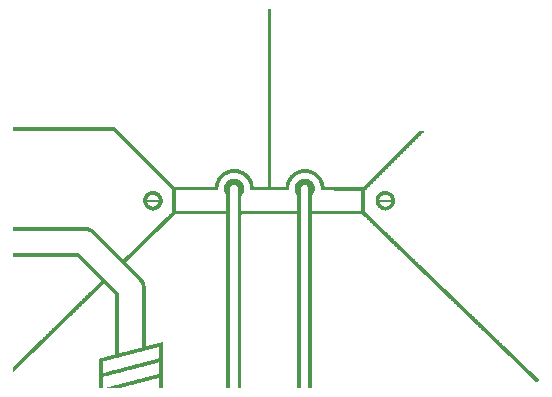
<source format=gto>
G04 MADE WITH FRITZING*
G04 WWW.FRITZING.ORG*
G04 DOUBLE SIDED*
G04 HOLES PLATED*
G04 CONTOUR ON CENTER OF CONTOUR VECTOR*
%ASAXBY*%
%FSLAX23Y23*%
%MOIN*%
%OFA0B0*%
%SFA1.0B1.0*%
%ADD10R,0.001000X0.001000*%
%LNSILK1*%
G90*
G70*
G54D10*
X848Y1260D02*
X860Y1260D01*
X849Y1259D02*
X860Y1259D01*
X849Y1258D02*
X860Y1258D01*
X849Y1257D02*
X860Y1257D01*
X849Y1256D02*
X860Y1256D01*
X849Y1255D02*
X860Y1255D01*
X849Y1254D02*
X860Y1254D01*
X849Y1253D02*
X860Y1253D01*
X849Y1252D02*
X860Y1252D01*
X849Y1251D02*
X860Y1251D01*
X849Y1250D02*
X860Y1250D01*
X849Y1249D02*
X860Y1249D01*
X849Y1248D02*
X860Y1248D01*
X849Y1247D02*
X860Y1247D01*
X849Y1246D02*
X860Y1246D01*
X849Y1245D02*
X860Y1245D01*
X849Y1244D02*
X860Y1244D01*
X849Y1243D02*
X860Y1243D01*
X849Y1242D02*
X860Y1242D01*
X849Y1241D02*
X860Y1241D01*
X849Y1240D02*
X860Y1240D01*
X849Y1239D02*
X860Y1239D01*
X849Y1238D02*
X860Y1238D01*
X849Y1237D02*
X860Y1237D01*
X849Y1236D02*
X860Y1236D01*
X849Y1235D02*
X860Y1235D01*
X849Y1234D02*
X860Y1234D01*
X849Y1233D02*
X860Y1233D01*
X849Y1232D02*
X860Y1232D01*
X849Y1231D02*
X860Y1231D01*
X849Y1230D02*
X860Y1230D01*
X849Y1229D02*
X860Y1229D01*
X849Y1228D02*
X860Y1228D01*
X849Y1227D02*
X860Y1227D01*
X849Y1226D02*
X860Y1226D01*
X849Y1225D02*
X860Y1225D01*
X849Y1224D02*
X860Y1224D01*
X849Y1223D02*
X860Y1223D01*
X849Y1222D02*
X860Y1222D01*
X849Y1221D02*
X860Y1221D01*
X849Y1220D02*
X860Y1220D01*
X849Y1219D02*
X860Y1219D01*
X849Y1218D02*
X860Y1218D01*
X849Y1217D02*
X860Y1217D01*
X849Y1216D02*
X860Y1216D01*
X849Y1215D02*
X860Y1215D01*
X849Y1214D02*
X860Y1214D01*
X849Y1213D02*
X860Y1213D01*
X849Y1212D02*
X860Y1212D01*
X849Y1211D02*
X860Y1211D01*
X849Y1210D02*
X860Y1210D01*
X849Y1209D02*
X860Y1209D01*
X849Y1208D02*
X860Y1208D01*
X849Y1207D02*
X860Y1207D01*
X849Y1206D02*
X860Y1206D01*
X849Y1205D02*
X860Y1205D01*
X849Y1204D02*
X860Y1204D01*
X849Y1203D02*
X860Y1203D01*
X849Y1202D02*
X860Y1202D01*
X849Y1201D02*
X860Y1201D01*
X849Y1200D02*
X860Y1200D01*
X849Y1199D02*
X860Y1199D01*
X849Y1198D02*
X860Y1198D01*
X849Y1197D02*
X860Y1197D01*
X849Y1196D02*
X860Y1196D01*
X849Y1195D02*
X860Y1195D01*
X849Y1194D02*
X860Y1194D01*
X849Y1193D02*
X860Y1193D01*
X849Y1192D02*
X860Y1192D01*
X849Y1191D02*
X860Y1191D01*
X849Y1190D02*
X860Y1190D01*
X849Y1189D02*
X860Y1189D01*
X849Y1188D02*
X860Y1188D01*
X849Y1187D02*
X860Y1187D01*
X849Y1186D02*
X860Y1186D01*
X849Y1185D02*
X860Y1185D01*
X849Y1184D02*
X860Y1184D01*
X849Y1183D02*
X860Y1183D01*
X849Y1182D02*
X860Y1182D01*
X849Y1181D02*
X860Y1181D01*
X849Y1180D02*
X860Y1180D01*
X849Y1179D02*
X860Y1179D01*
X849Y1178D02*
X860Y1178D01*
X849Y1177D02*
X860Y1177D01*
X849Y1176D02*
X860Y1176D01*
X849Y1175D02*
X860Y1175D01*
X849Y1174D02*
X860Y1174D01*
X849Y1173D02*
X860Y1173D01*
X849Y1172D02*
X860Y1172D01*
X849Y1171D02*
X860Y1171D01*
X849Y1170D02*
X860Y1170D01*
X849Y1169D02*
X860Y1169D01*
X849Y1168D02*
X860Y1168D01*
X849Y1167D02*
X860Y1167D01*
X849Y1166D02*
X860Y1166D01*
X849Y1165D02*
X860Y1165D01*
X849Y1164D02*
X860Y1164D01*
X849Y1163D02*
X860Y1163D01*
X849Y1162D02*
X860Y1162D01*
X849Y1161D02*
X860Y1161D01*
X849Y1160D02*
X860Y1160D01*
X849Y1159D02*
X860Y1159D01*
X849Y1158D02*
X860Y1158D01*
X849Y1157D02*
X860Y1157D01*
X849Y1156D02*
X860Y1156D01*
X849Y1155D02*
X860Y1155D01*
X849Y1154D02*
X860Y1154D01*
X849Y1153D02*
X860Y1153D01*
X849Y1152D02*
X860Y1152D01*
X849Y1151D02*
X860Y1151D01*
X849Y1150D02*
X860Y1150D01*
X849Y1149D02*
X860Y1149D01*
X849Y1148D02*
X860Y1148D01*
X849Y1147D02*
X860Y1147D01*
X849Y1146D02*
X860Y1146D01*
X849Y1145D02*
X860Y1145D01*
X849Y1144D02*
X860Y1144D01*
X849Y1143D02*
X860Y1143D01*
X849Y1142D02*
X860Y1142D01*
X849Y1141D02*
X860Y1141D01*
X849Y1140D02*
X860Y1140D01*
X849Y1139D02*
X860Y1139D01*
X849Y1138D02*
X860Y1138D01*
X849Y1137D02*
X860Y1137D01*
X849Y1136D02*
X860Y1136D01*
X849Y1135D02*
X860Y1135D01*
X849Y1134D02*
X860Y1134D01*
X849Y1133D02*
X860Y1133D01*
X849Y1132D02*
X860Y1132D01*
X849Y1131D02*
X860Y1131D01*
X849Y1130D02*
X860Y1130D01*
X849Y1129D02*
X860Y1129D01*
X849Y1128D02*
X860Y1128D01*
X849Y1127D02*
X860Y1127D01*
X849Y1126D02*
X860Y1126D01*
X849Y1125D02*
X860Y1125D01*
X849Y1124D02*
X860Y1124D01*
X849Y1123D02*
X860Y1123D01*
X849Y1122D02*
X860Y1122D01*
X849Y1121D02*
X860Y1121D01*
X849Y1120D02*
X860Y1120D01*
X849Y1119D02*
X860Y1119D01*
X849Y1118D02*
X860Y1118D01*
X849Y1117D02*
X860Y1117D01*
X849Y1116D02*
X860Y1116D01*
X849Y1115D02*
X860Y1115D01*
X849Y1114D02*
X860Y1114D01*
X849Y1113D02*
X860Y1113D01*
X849Y1112D02*
X860Y1112D01*
X849Y1111D02*
X860Y1111D01*
X849Y1110D02*
X860Y1110D01*
X849Y1109D02*
X860Y1109D01*
X849Y1108D02*
X860Y1108D01*
X849Y1107D02*
X860Y1107D01*
X849Y1106D02*
X860Y1106D01*
X849Y1105D02*
X860Y1105D01*
X849Y1104D02*
X860Y1104D01*
X849Y1103D02*
X860Y1103D01*
X849Y1102D02*
X860Y1102D01*
X849Y1101D02*
X860Y1101D01*
X849Y1100D02*
X860Y1100D01*
X849Y1099D02*
X860Y1099D01*
X849Y1098D02*
X860Y1098D01*
X849Y1097D02*
X860Y1097D01*
X849Y1096D02*
X860Y1096D01*
X849Y1095D02*
X860Y1095D01*
X849Y1094D02*
X860Y1094D01*
X849Y1093D02*
X860Y1093D01*
X849Y1092D02*
X860Y1092D01*
X849Y1091D02*
X860Y1091D01*
X849Y1090D02*
X860Y1090D01*
X849Y1089D02*
X860Y1089D01*
X849Y1088D02*
X860Y1088D01*
X849Y1087D02*
X860Y1087D01*
X849Y1086D02*
X860Y1086D01*
X849Y1085D02*
X860Y1085D01*
X849Y1084D02*
X860Y1084D01*
X849Y1083D02*
X860Y1083D01*
X849Y1082D02*
X859Y1082D01*
X849Y1081D02*
X859Y1081D01*
X849Y1080D02*
X859Y1080D01*
X849Y1079D02*
X859Y1079D01*
X849Y1078D02*
X859Y1078D01*
X849Y1077D02*
X859Y1077D01*
X849Y1076D02*
X859Y1076D01*
X849Y1075D02*
X859Y1075D01*
X849Y1074D02*
X859Y1074D01*
X849Y1073D02*
X859Y1073D01*
X849Y1072D02*
X859Y1072D01*
X849Y1071D02*
X859Y1071D01*
X849Y1070D02*
X859Y1070D01*
X849Y1069D02*
X860Y1069D01*
X849Y1068D02*
X860Y1068D01*
X849Y1067D02*
X860Y1067D01*
X849Y1066D02*
X860Y1066D01*
X849Y1065D02*
X860Y1065D01*
X849Y1064D02*
X860Y1064D01*
X849Y1063D02*
X860Y1063D01*
X849Y1062D02*
X860Y1062D01*
X849Y1061D02*
X860Y1061D01*
X849Y1060D02*
X860Y1060D01*
X849Y1059D02*
X860Y1059D01*
X849Y1058D02*
X860Y1058D01*
X849Y1057D02*
X860Y1057D01*
X849Y1056D02*
X860Y1056D01*
X849Y1055D02*
X860Y1055D01*
X849Y1054D02*
X860Y1054D01*
X849Y1053D02*
X860Y1053D01*
X849Y1052D02*
X860Y1052D01*
X849Y1051D02*
X860Y1051D01*
X849Y1050D02*
X860Y1050D01*
X849Y1049D02*
X860Y1049D01*
X849Y1048D02*
X860Y1048D01*
X849Y1047D02*
X860Y1047D01*
X849Y1046D02*
X860Y1046D01*
X849Y1045D02*
X860Y1045D01*
X849Y1044D02*
X860Y1044D01*
X849Y1043D02*
X860Y1043D01*
X849Y1042D02*
X860Y1042D01*
X849Y1041D02*
X860Y1041D01*
X849Y1040D02*
X860Y1040D01*
X849Y1039D02*
X860Y1039D01*
X849Y1038D02*
X860Y1038D01*
X849Y1037D02*
X860Y1037D01*
X849Y1036D02*
X860Y1036D01*
X849Y1035D02*
X860Y1035D01*
X849Y1034D02*
X860Y1034D01*
X849Y1033D02*
X860Y1033D01*
X849Y1032D02*
X860Y1032D01*
X849Y1031D02*
X860Y1031D01*
X849Y1030D02*
X860Y1030D01*
X849Y1029D02*
X860Y1029D01*
X849Y1028D02*
X860Y1028D01*
X849Y1027D02*
X860Y1027D01*
X849Y1026D02*
X860Y1026D01*
X849Y1025D02*
X860Y1025D01*
X849Y1024D02*
X860Y1024D01*
X849Y1023D02*
X860Y1023D01*
X849Y1022D02*
X860Y1022D01*
X849Y1021D02*
X860Y1021D01*
X849Y1020D02*
X860Y1020D01*
X849Y1019D02*
X860Y1019D01*
X849Y1018D02*
X860Y1018D01*
X849Y1017D02*
X860Y1017D01*
X849Y1016D02*
X860Y1016D01*
X849Y1015D02*
X860Y1015D01*
X849Y1014D02*
X860Y1014D01*
X849Y1013D02*
X860Y1013D01*
X849Y1012D02*
X860Y1012D01*
X849Y1011D02*
X860Y1011D01*
X849Y1010D02*
X860Y1010D01*
X849Y1009D02*
X860Y1009D01*
X849Y1008D02*
X860Y1008D01*
X849Y1007D02*
X860Y1007D01*
X849Y1006D02*
X860Y1006D01*
X849Y1005D02*
X860Y1005D01*
X849Y1004D02*
X860Y1004D01*
X849Y1003D02*
X860Y1003D01*
X849Y1002D02*
X860Y1002D01*
X849Y1001D02*
X860Y1001D01*
X849Y1000D02*
X860Y1000D01*
X849Y999D02*
X860Y999D01*
X849Y998D02*
X860Y998D01*
X849Y997D02*
X860Y997D01*
X849Y996D02*
X860Y996D01*
X849Y995D02*
X860Y995D01*
X849Y994D02*
X860Y994D01*
X849Y993D02*
X860Y993D01*
X849Y992D02*
X860Y992D01*
X849Y991D02*
X860Y991D01*
X849Y990D02*
X860Y990D01*
X849Y989D02*
X860Y989D01*
X849Y988D02*
X860Y988D01*
X849Y987D02*
X860Y987D01*
X849Y986D02*
X860Y986D01*
X849Y985D02*
X860Y985D01*
X849Y984D02*
X860Y984D01*
X849Y983D02*
X860Y983D01*
X849Y982D02*
X860Y982D01*
X849Y981D02*
X860Y981D01*
X849Y980D02*
X860Y980D01*
X849Y979D02*
X860Y979D01*
X849Y978D02*
X860Y978D01*
X849Y977D02*
X860Y977D01*
X849Y976D02*
X860Y976D01*
X849Y975D02*
X860Y975D01*
X849Y974D02*
X860Y974D01*
X849Y973D02*
X860Y973D01*
X849Y972D02*
X860Y972D01*
X849Y971D02*
X860Y971D01*
X849Y970D02*
X860Y970D01*
X849Y969D02*
X860Y969D01*
X849Y968D02*
X860Y968D01*
X849Y967D02*
X860Y967D01*
X849Y966D02*
X860Y966D01*
X849Y965D02*
X860Y965D01*
X849Y964D02*
X860Y964D01*
X849Y963D02*
X860Y963D01*
X849Y962D02*
X860Y962D01*
X849Y961D02*
X860Y961D01*
X849Y960D02*
X860Y960D01*
X849Y959D02*
X860Y959D01*
X849Y958D02*
X860Y958D01*
X849Y957D02*
X860Y957D01*
X849Y956D02*
X860Y956D01*
X849Y955D02*
X860Y955D01*
X849Y954D02*
X860Y954D01*
X849Y953D02*
X860Y953D01*
X849Y952D02*
X860Y952D01*
X849Y951D02*
X860Y951D01*
X849Y950D02*
X860Y950D01*
X849Y949D02*
X860Y949D01*
X849Y948D02*
X860Y948D01*
X849Y947D02*
X860Y947D01*
X849Y946D02*
X860Y946D01*
X849Y945D02*
X860Y945D01*
X849Y944D02*
X860Y944D01*
X849Y943D02*
X860Y943D01*
X849Y942D02*
X860Y942D01*
X849Y941D02*
X860Y941D01*
X849Y940D02*
X860Y940D01*
X849Y939D02*
X860Y939D01*
X849Y938D02*
X860Y938D01*
X849Y937D02*
X860Y937D01*
X849Y936D02*
X860Y936D01*
X849Y935D02*
X860Y935D01*
X849Y934D02*
X860Y934D01*
X849Y933D02*
X860Y933D01*
X849Y932D02*
X860Y932D01*
X849Y931D02*
X860Y931D01*
X849Y930D02*
X860Y930D01*
X849Y929D02*
X860Y929D01*
X849Y928D02*
X860Y928D01*
X849Y927D02*
X860Y927D01*
X849Y926D02*
X860Y926D01*
X849Y925D02*
X860Y925D01*
X849Y924D02*
X860Y924D01*
X849Y923D02*
X860Y923D01*
X849Y922D02*
X860Y922D01*
X849Y921D02*
X860Y921D01*
X849Y920D02*
X860Y920D01*
X849Y919D02*
X860Y919D01*
X849Y918D02*
X860Y918D01*
X849Y917D02*
X860Y917D01*
X849Y916D02*
X860Y916D01*
X849Y915D02*
X860Y915D01*
X849Y914D02*
X860Y914D01*
X849Y913D02*
X860Y913D01*
X849Y912D02*
X860Y912D01*
X849Y911D02*
X860Y911D01*
X849Y910D02*
X860Y910D01*
X849Y909D02*
X860Y909D01*
X849Y908D02*
X860Y908D01*
X849Y907D02*
X860Y907D01*
X849Y906D02*
X860Y906D01*
X849Y905D02*
X860Y905D01*
X849Y904D02*
X860Y904D01*
X849Y903D02*
X860Y903D01*
X849Y902D02*
X860Y902D01*
X849Y901D02*
X860Y901D01*
X849Y900D02*
X860Y900D01*
X849Y899D02*
X860Y899D01*
X849Y898D02*
X860Y898D01*
X849Y897D02*
X860Y897D01*
X849Y896D02*
X860Y896D01*
X849Y895D02*
X860Y895D01*
X849Y894D02*
X860Y894D01*
X849Y893D02*
X860Y893D01*
X849Y892D02*
X860Y892D01*
X849Y891D02*
X860Y891D01*
X849Y890D02*
X860Y890D01*
X849Y889D02*
X860Y889D01*
X849Y888D02*
X860Y888D01*
X849Y887D02*
X860Y887D01*
X849Y886D02*
X860Y886D01*
X849Y885D02*
X860Y885D01*
X849Y884D02*
X860Y884D01*
X849Y883D02*
X860Y883D01*
X849Y882D02*
X860Y882D01*
X849Y881D02*
X860Y881D01*
X849Y880D02*
X860Y880D01*
X849Y879D02*
X860Y879D01*
X849Y878D02*
X860Y878D01*
X849Y877D02*
X860Y877D01*
X849Y876D02*
X860Y876D01*
X849Y875D02*
X860Y875D01*
X849Y874D02*
X860Y874D01*
X849Y873D02*
X860Y873D01*
X849Y872D02*
X860Y872D01*
X849Y871D02*
X860Y871D01*
X849Y870D02*
X860Y870D01*
X849Y869D02*
X860Y869D01*
X849Y868D02*
X860Y868D01*
X849Y867D02*
X860Y867D01*
X0Y866D02*
X339Y866D01*
X849Y866D02*
X860Y866D01*
X0Y865D02*
X341Y865D01*
X849Y865D02*
X860Y865D01*
X0Y864D02*
X342Y864D01*
X849Y864D02*
X860Y864D01*
X0Y863D02*
X343Y863D01*
X849Y863D02*
X860Y863D01*
X0Y862D02*
X344Y862D01*
X849Y862D02*
X860Y862D01*
X0Y861D02*
X345Y861D01*
X849Y861D02*
X860Y861D01*
X0Y860D02*
X346Y860D01*
X849Y860D02*
X860Y860D01*
X0Y859D02*
X347Y859D01*
X849Y859D02*
X860Y859D01*
X0Y858D02*
X348Y858D01*
X849Y858D02*
X860Y858D01*
X0Y857D02*
X349Y857D01*
X849Y857D02*
X860Y857D01*
X0Y856D02*
X350Y856D01*
X849Y856D02*
X860Y856D01*
X0Y855D02*
X351Y855D01*
X849Y855D02*
X860Y855D01*
X0Y854D02*
X352Y854D01*
X849Y854D02*
X860Y854D01*
X337Y853D02*
X353Y853D01*
X849Y853D02*
X860Y853D01*
X1353Y853D02*
X1370Y853D01*
X338Y852D02*
X354Y852D01*
X849Y852D02*
X860Y852D01*
X1352Y852D02*
X1369Y852D01*
X339Y851D02*
X355Y851D01*
X849Y851D02*
X860Y851D01*
X1351Y851D02*
X1368Y851D01*
X340Y850D02*
X356Y850D01*
X849Y850D02*
X860Y850D01*
X1350Y850D02*
X1367Y850D01*
X341Y849D02*
X357Y849D01*
X849Y849D02*
X860Y849D01*
X1349Y849D02*
X1366Y849D01*
X342Y848D02*
X358Y848D01*
X849Y848D02*
X860Y848D01*
X1348Y848D02*
X1365Y848D01*
X343Y847D02*
X359Y847D01*
X849Y847D02*
X860Y847D01*
X1347Y847D02*
X1364Y847D01*
X344Y846D02*
X360Y846D01*
X849Y846D02*
X860Y846D01*
X1346Y846D02*
X1363Y846D01*
X345Y845D02*
X361Y845D01*
X849Y845D02*
X860Y845D01*
X1345Y845D02*
X1362Y845D01*
X346Y844D02*
X362Y844D01*
X849Y844D02*
X860Y844D01*
X1344Y844D02*
X1361Y844D01*
X347Y843D02*
X363Y843D01*
X849Y843D02*
X860Y843D01*
X1343Y843D02*
X1360Y843D01*
X348Y842D02*
X364Y842D01*
X849Y842D02*
X860Y842D01*
X1342Y842D02*
X1359Y842D01*
X349Y841D02*
X365Y841D01*
X849Y841D02*
X860Y841D01*
X1341Y841D02*
X1358Y841D01*
X350Y840D02*
X366Y840D01*
X849Y840D02*
X860Y840D01*
X1340Y840D02*
X1357Y840D01*
X351Y839D02*
X367Y839D01*
X849Y839D02*
X860Y839D01*
X1339Y839D02*
X1356Y839D01*
X352Y838D02*
X368Y838D01*
X849Y838D02*
X860Y838D01*
X1338Y838D02*
X1355Y838D01*
X353Y837D02*
X369Y837D01*
X849Y837D02*
X860Y837D01*
X1337Y837D02*
X1354Y837D01*
X354Y836D02*
X370Y836D01*
X849Y836D02*
X860Y836D01*
X1336Y836D02*
X1353Y836D01*
X355Y835D02*
X371Y835D01*
X849Y835D02*
X860Y835D01*
X1335Y835D02*
X1352Y835D01*
X356Y834D02*
X372Y834D01*
X849Y834D02*
X860Y834D01*
X1334Y834D02*
X1351Y834D01*
X357Y833D02*
X373Y833D01*
X849Y833D02*
X860Y833D01*
X1333Y833D02*
X1350Y833D01*
X358Y832D02*
X374Y832D01*
X849Y832D02*
X860Y832D01*
X1332Y832D02*
X1349Y832D01*
X359Y831D02*
X375Y831D01*
X849Y831D02*
X860Y831D01*
X1331Y831D02*
X1348Y831D01*
X360Y830D02*
X376Y830D01*
X849Y830D02*
X860Y830D01*
X1330Y830D02*
X1347Y830D01*
X361Y829D02*
X377Y829D01*
X849Y829D02*
X860Y829D01*
X1329Y829D02*
X1346Y829D01*
X362Y828D02*
X378Y828D01*
X849Y828D02*
X860Y828D01*
X1328Y828D02*
X1345Y828D01*
X363Y827D02*
X379Y827D01*
X849Y827D02*
X860Y827D01*
X1327Y827D02*
X1344Y827D01*
X364Y826D02*
X380Y826D01*
X849Y826D02*
X860Y826D01*
X1326Y826D02*
X1343Y826D01*
X365Y825D02*
X381Y825D01*
X849Y825D02*
X860Y825D01*
X1325Y825D02*
X1342Y825D01*
X366Y824D02*
X382Y824D01*
X849Y824D02*
X860Y824D01*
X1324Y824D02*
X1341Y824D01*
X367Y823D02*
X383Y823D01*
X849Y823D02*
X860Y823D01*
X1323Y823D02*
X1340Y823D01*
X368Y822D02*
X384Y822D01*
X849Y822D02*
X860Y822D01*
X1322Y822D02*
X1339Y822D01*
X369Y821D02*
X385Y821D01*
X849Y821D02*
X860Y821D01*
X1321Y821D02*
X1338Y821D01*
X370Y820D02*
X386Y820D01*
X849Y820D02*
X860Y820D01*
X1320Y820D02*
X1337Y820D01*
X371Y819D02*
X387Y819D01*
X849Y819D02*
X860Y819D01*
X1319Y819D02*
X1336Y819D01*
X372Y818D02*
X388Y818D01*
X849Y818D02*
X860Y818D01*
X1318Y818D02*
X1335Y818D01*
X373Y817D02*
X389Y817D01*
X849Y817D02*
X860Y817D01*
X1317Y817D02*
X1334Y817D01*
X374Y816D02*
X390Y816D01*
X849Y816D02*
X860Y816D01*
X1316Y816D02*
X1333Y816D01*
X375Y815D02*
X391Y815D01*
X849Y815D02*
X860Y815D01*
X1315Y815D02*
X1332Y815D01*
X376Y814D02*
X392Y814D01*
X849Y814D02*
X860Y814D01*
X1314Y814D02*
X1331Y814D01*
X377Y813D02*
X393Y813D01*
X849Y813D02*
X860Y813D01*
X1313Y813D02*
X1330Y813D01*
X378Y812D02*
X394Y812D01*
X849Y812D02*
X860Y812D01*
X1312Y812D02*
X1329Y812D01*
X379Y811D02*
X395Y811D01*
X849Y811D02*
X860Y811D01*
X1311Y811D02*
X1328Y811D01*
X380Y810D02*
X396Y810D01*
X849Y810D02*
X860Y810D01*
X1310Y810D02*
X1327Y810D01*
X381Y809D02*
X397Y809D01*
X849Y809D02*
X860Y809D01*
X1309Y809D02*
X1326Y809D01*
X382Y808D02*
X398Y808D01*
X849Y808D02*
X860Y808D01*
X1308Y808D02*
X1325Y808D01*
X383Y807D02*
X399Y807D01*
X849Y807D02*
X860Y807D01*
X1307Y807D02*
X1324Y807D01*
X384Y806D02*
X400Y806D01*
X849Y806D02*
X860Y806D01*
X1306Y806D02*
X1323Y806D01*
X385Y805D02*
X401Y805D01*
X849Y805D02*
X860Y805D01*
X1305Y805D02*
X1322Y805D01*
X386Y804D02*
X402Y804D01*
X849Y804D02*
X860Y804D01*
X1304Y804D02*
X1321Y804D01*
X387Y803D02*
X403Y803D01*
X849Y803D02*
X860Y803D01*
X1303Y803D02*
X1320Y803D01*
X388Y802D02*
X404Y802D01*
X849Y802D02*
X860Y802D01*
X1302Y802D02*
X1319Y802D01*
X389Y801D02*
X405Y801D01*
X849Y801D02*
X860Y801D01*
X1301Y801D02*
X1318Y801D01*
X390Y800D02*
X406Y800D01*
X849Y800D02*
X860Y800D01*
X1300Y800D02*
X1317Y800D01*
X391Y799D02*
X407Y799D01*
X849Y799D02*
X860Y799D01*
X1299Y799D02*
X1316Y799D01*
X392Y798D02*
X408Y798D01*
X849Y798D02*
X860Y798D01*
X1298Y798D02*
X1315Y798D01*
X393Y797D02*
X409Y797D01*
X849Y797D02*
X860Y797D01*
X1297Y797D02*
X1314Y797D01*
X394Y796D02*
X410Y796D01*
X849Y796D02*
X860Y796D01*
X1296Y796D02*
X1313Y796D01*
X395Y795D02*
X411Y795D01*
X849Y795D02*
X860Y795D01*
X1295Y795D02*
X1312Y795D01*
X396Y794D02*
X412Y794D01*
X849Y794D02*
X860Y794D01*
X1294Y794D02*
X1311Y794D01*
X397Y793D02*
X413Y793D01*
X849Y793D02*
X860Y793D01*
X1293Y793D02*
X1310Y793D01*
X398Y792D02*
X414Y792D01*
X849Y792D02*
X860Y792D01*
X1292Y792D02*
X1309Y792D01*
X399Y791D02*
X415Y791D01*
X849Y791D02*
X860Y791D01*
X1291Y791D02*
X1308Y791D01*
X400Y790D02*
X416Y790D01*
X849Y790D02*
X860Y790D01*
X1290Y790D02*
X1307Y790D01*
X401Y789D02*
X417Y789D01*
X849Y789D02*
X860Y789D01*
X1289Y789D02*
X1306Y789D01*
X402Y788D02*
X418Y788D01*
X849Y788D02*
X860Y788D01*
X1288Y788D02*
X1305Y788D01*
X403Y787D02*
X419Y787D01*
X849Y787D02*
X860Y787D01*
X1287Y787D02*
X1304Y787D01*
X404Y786D02*
X420Y786D01*
X849Y786D02*
X860Y786D01*
X1286Y786D02*
X1303Y786D01*
X405Y785D02*
X421Y785D01*
X849Y785D02*
X860Y785D01*
X1285Y785D02*
X1302Y785D01*
X406Y784D02*
X422Y784D01*
X849Y784D02*
X860Y784D01*
X1284Y784D02*
X1301Y784D01*
X407Y783D02*
X423Y783D01*
X849Y783D02*
X860Y783D01*
X1283Y783D02*
X1300Y783D01*
X408Y782D02*
X424Y782D01*
X849Y782D02*
X860Y782D01*
X1282Y782D02*
X1299Y782D01*
X409Y781D02*
X425Y781D01*
X849Y781D02*
X860Y781D01*
X1281Y781D02*
X1298Y781D01*
X410Y780D02*
X426Y780D01*
X849Y780D02*
X860Y780D01*
X1280Y780D02*
X1297Y780D01*
X411Y779D02*
X427Y779D01*
X849Y779D02*
X860Y779D01*
X1279Y779D02*
X1296Y779D01*
X412Y778D02*
X428Y778D01*
X849Y778D02*
X860Y778D01*
X1278Y778D02*
X1295Y778D01*
X413Y777D02*
X429Y777D01*
X849Y777D02*
X860Y777D01*
X1277Y777D02*
X1294Y777D01*
X414Y776D02*
X430Y776D01*
X849Y776D02*
X860Y776D01*
X1276Y776D02*
X1293Y776D01*
X415Y775D02*
X431Y775D01*
X849Y775D02*
X860Y775D01*
X1275Y775D02*
X1292Y775D01*
X416Y774D02*
X432Y774D01*
X849Y774D02*
X860Y774D01*
X1274Y774D02*
X1291Y774D01*
X417Y773D02*
X433Y773D01*
X849Y773D02*
X860Y773D01*
X1273Y773D02*
X1290Y773D01*
X418Y772D02*
X434Y772D01*
X849Y772D02*
X860Y772D01*
X1272Y772D02*
X1289Y772D01*
X419Y771D02*
X435Y771D01*
X849Y771D02*
X860Y771D01*
X1271Y771D02*
X1288Y771D01*
X420Y770D02*
X436Y770D01*
X849Y770D02*
X860Y770D01*
X1270Y770D02*
X1287Y770D01*
X421Y769D02*
X437Y769D01*
X849Y769D02*
X860Y769D01*
X1269Y769D02*
X1286Y769D01*
X422Y768D02*
X438Y768D01*
X849Y768D02*
X860Y768D01*
X1268Y768D02*
X1285Y768D01*
X423Y767D02*
X439Y767D01*
X849Y767D02*
X860Y767D01*
X1267Y767D02*
X1284Y767D01*
X424Y766D02*
X440Y766D01*
X849Y766D02*
X860Y766D01*
X1266Y766D02*
X1283Y766D01*
X425Y765D02*
X441Y765D01*
X849Y765D02*
X860Y765D01*
X1265Y765D02*
X1282Y765D01*
X426Y764D02*
X442Y764D01*
X849Y764D02*
X860Y764D01*
X1264Y764D02*
X1281Y764D01*
X427Y763D02*
X443Y763D01*
X849Y763D02*
X860Y763D01*
X1263Y763D02*
X1280Y763D01*
X428Y762D02*
X444Y762D01*
X849Y762D02*
X860Y762D01*
X1262Y762D02*
X1279Y762D01*
X429Y761D02*
X445Y761D01*
X849Y761D02*
X860Y761D01*
X1261Y761D02*
X1278Y761D01*
X430Y760D02*
X446Y760D01*
X849Y760D02*
X860Y760D01*
X1260Y760D02*
X1277Y760D01*
X431Y759D02*
X447Y759D01*
X849Y759D02*
X860Y759D01*
X1259Y759D02*
X1276Y759D01*
X432Y758D02*
X448Y758D01*
X849Y758D02*
X860Y758D01*
X1258Y758D02*
X1275Y758D01*
X433Y757D02*
X449Y757D01*
X849Y757D02*
X860Y757D01*
X1257Y757D02*
X1274Y757D01*
X434Y756D02*
X450Y756D01*
X849Y756D02*
X860Y756D01*
X1256Y756D02*
X1273Y756D01*
X435Y755D02*
X451Y755D01*
X849Y755D02*
X860Y755D01*
X1255Y755D02*
X1272Y755D01*
X436Y754D02*
X452Y754D01*
X849Y754D02*
X860Y754D01*
X1254Y754D02*
X1271Y754D01*
X437Y753D02*
X453Y753D01*
X849Y753D02*
X860Y753D01*
X1253Y753D02*
X1270Y753D01*
X438Y752D02*
X454Y752D01*
X849Y752D02*
X860Y752D01*
X1252Y752D02*
X1269Y752D01*
X439Y751D02*
X455Y751D01*
X849Y751D02*
X860Y751D01*
X1251Y751D02*
X1268Y751D01*
X440Y750D02*
X456Y750D01*
X849Y750D02*
X860Y750D01*
X1250Y750D02*
X1267Y750D01*
X441Y749D02*
X457Y749D01*
X849Y749D02*
X860Y749D01*
X1249Y749D02*
X1266Y749D01*
X442Y748D02*
X458Y748D01*
X849Y748D02*
X860Y748D01*
X1248Y748D02*
X1265Y748D01*
X443Y747D02*
X459Y747D01*
X849Y747D02*
X860Y747D01*
X1247Y747D02*
X1264Y747D01*
X444Y746D02*
X460Y746D01*
X849Y746D02*
X860Y746D01*
X1246Y746D02*
X1263Y746D01*
X445Y745D02*
X461Y745D01*
X849Y745D02*
X860Y745D01*
X1245Y745D02*
X1262Y745D01*
X446Y744D02*
X462Y744D01*
X849Y744D02*
X860Y744D01*
X1244Y744D02*
X1261Y744D01*
X447Y743D02*
X463Y743D01*
X849Y743D02*
X860Y743D01*
X1243Y743D02*
X1260Y743D01*
X448Y742D02*
X464Y742D01*
X849Y742D02*
X860Y742D01*
X1242Y742D02*
X1259Y742D01*
X449Y741D02*
X465Y741D01*
X849Y741D02*
X860Y741D01*
X1241Y741D02*
X1258Y741D01*
X450Y740D02*
X466Y740D01*
X849Y740D02*
X860Y740D01*
X1240Y740D02*
X1257Y740D01*
X451Y739D02*
X467Y739D01*
X849Y739D02*
X860Y739D01*
X1239Y739D02*
X1256Y739D01*
X452Y738D02*
X468Y738D01*
X849Y738D02*
X860Y738D01*
X1238Y738D02*
X1255Y738D01*
X453Y737D02*
X469Y737D01*
X849Y737D02*
X860Y737D01*
X1237Y737D02*
X1254Y737D01*
X454Y736D02*
X470Y736D01*
X849Y736D02*
X860Y736D01*
X1236Y736D02*
X1253Y736D01*
X455Y735D02*
X471Y735D01*
X849Y735D02*
X860Y735D01*
X1235Y735D02*
X1252Y735D01*
X456Y734D02*
X472Y734D01*
X849Y734D02*
X860Y734D01*
X1234Y734D02*
X1251Y734D01*
X457Y733D02*
X473Y733D01*
X849Y733D02*
X860Y733D01*
X1233Y733D02*
X1250Y733D01*
X458Y732D02*
X474Y732D01*
X849Y732D02*
X860Y732D01*
X1232Y732D02*
X1249Y732D01*
X459Y731D02*
X475Y731D01*
X849Y731D02*
X860Y731D01*
X1231Y731D02*
X1248Y731D01*
X460Y730D02*
X476Y730D01*
X849Y730D02*
X860Y730D01*
X1230Y730D02*
X1247Y730D01*
X461Y729D02*
X477Y729D01*
X849Y729D02*
X860Y729D01*
X1229Y729D02*
X1246Y729D01*
X462Y728D02*
X478Y728D01*
X849Y728D02*
X860Y728D01*
X1228Y728D02*
X1245Y728D01*
X463Y727D02*
X479Y727D01*
X728Y727D02*
X745Y727D01*
X849Y727D02*
X860Y727D01*
X964Y727D02*
X981Y727D01*
X1227Y727D02*
X1244Y727D01*
X464Y726D02*
X480Y726D01*
X722Y726D02*
X751Y726D01*
X849Y726D02*
X860Y726D01*
X958Y726D02*
X986Y726D01*
X1226Y726D02*
X1243Y726D01*
X465Y725D02*
X481Y725D01*
X718Y725D02*
X755Y725D01*
X849Y725D02*
X860Y725D01*
X954Y725D02*
X990Y725D01*
X1225Y725D02*
X1242Y725D01*
X466Y724D02*
X482Y724D01*
X715Y724D02*
X758Y724D01*
X849Y724D02*
X860Y724D01*
X951Y724D02*
X993Y724D01*
X1224Y724D02*
X1241Y724D01*
X467Y723D02*
X483Y723D01*
X713Y723D02*
X760Y723D01*
X849Y723D02*
X860Y723D01*
X948Y723D02*
X996Y723D01*
X1223Y723D02*
X1240Y723D01*
X468Y722D02*
X484Y722D01*
X710Y722D02*
X763Y722D01*
X849Y722D02*
X860Y722D01*
X946Y722D02*
X998Y722D01*
X1222Y722D02*
X1239Y722D01*
X469Y721D02*
X485Y721D01*
X708Y721D02*
X765Y721D01*
X849Y721D02*
X860Y721D01*
X944Y721D02*
X1001Y721D01*
X1221Y721D02*
X1238Y721D01*
X470Y720D02*
X486Y720D01*
X706Y720D02*
X767Y720D01*
X849Y720D02*
X860Y720D01*
X942Y720D02*
X1002Y720D01*
X1220Y720D02*
X1237Y720D01*
X471Y719D02*
X487Y719D01*
X705Y719D02*
X768Y719D01*
X849Y719D02*
X860Y719D01*
X940Y719D02*
X1004Y719D01*
X1219Y719D02*
X1236Y719D01*
X472Y718D02*
X488Y718D01*
X703Y718D02*
X770Y718D01*
X849Y718D02*
X860Y718D01*
X939Y718D02*
X1006Y718D01*
X1218Y718D02*
X1235Y718D01*
X473Y717D02*
X489Y717D01*
X701Y717D02*
X772Y717D01*
X849Y717D02*
X860Y717D01*
X937Y717D02*
X1008Y717D01*
X1217Y717D02*
X1234Y717D01*
X474Y716D02*
X490Y716D01*
X700Y716D02*
X773Y716D01*
X849Y716D02*
X860Y716D01*
X936Y716D02*
X1009Y716D01*
X1216Y716D02*
X1233Y716D01*
X475Y715D02*
X491Y715D01*
X698Y715D02*
X734Y715D01*
X738Y715D02*
X775Y715D01*
X849Y715D02*
X860Y715D01*
X934Y715D02*
X970Y715D01*
X974Y715D02*
X1010Y715D01*
X1215Y715D02*
X1232Y715D01*
X476Y714D02*
X492Y714D01*
X697Y714D02*
X725Y714D01*
X747Y714D02*
X776Y714D01*
X849Y714D02*
X860Y714D01*
X933Y714D02*
X961Y714D01*
X983Y714D02*
X1012Y714D01*
X1214Y714D02*
X1231Y714D01*
X477Y713D02*
X493Y713D01*
X696Y713D02*
X721Y713D01*
X751Y713D02*
X777Y713D01*
X849Y713D02*
X860Y713D01*
X932Y713D02*
X957Y713D01*
X987Y713D02*
X1013Y713D01*
X1213Y713D02*
X1230Y713D01*
X478Y712D02*
X494Y712D01*
X695Y712D02*
X718Y712D01*
X755Y712D02*
X778Y712D01*
X849Y712D02*
X860Y712D01*
X930Y712D02*
X954Y712D01*
X990Y712D02*
X1014Y712D01*
X1212Y712D02*
X1229Y712D01*
X479Y711D02*
X495Y711D01*
X693Y711D02*
X716Y711D01*
X757Y711D02*
X780Y711D01*
X849Y711D02*
X860Y711D01*
X929Y711D02*
X952Y711D01*
X993Y711D02*
X1015Y711D01*
X1211Y711D02*
X1228Y711D01*
X480Y710D02*
X496Y710D01*
X692Y710D02*
X714Y710D01*
X759Y710D02*
X781Y710D01*
X849Y710D02*
X860Y710D01*
X928Y710D02*
X949Y710D01*
X995Y710D02*
X1016Y710D01*
X1210Y710D02*
X1227Y710D01*
X481Y709D02*
X497Y709D01*
X691Y709D02*
X711Y709D01*
X761Y709D02*
X782Y709D01*
X849Y709D02*
X860Y709D01*
X927Y709D02*
X947Y709D01*
X997Y709D02*
X1017Y709D01*
X1209Y709D02*
X1226Y709D01*
X482Y708D02*
X498Y708D01*
X690Y708D02*
X710Y708D01*
X763Y708D02*
X783Y708D01*
X849Y708D02*
X860Y708D01*
X926Y708D02*
X946Y708D01*
X999Y708D02*
X1018Y708D01*
X1208Y708D02*
X1225Y708D01*
X483Y707D02*
X499Y707D01*
X689Y707D02*
X708Y707D01*
X765Y707D02*
X784Y707D01*
X849Y707D02*
X860Y707D01*
X925Y707D02*
X944Y707D01*
X1001Y707D02*
X1019Y707D01*
X1207Y707D02*
X1224Y707D01*
X484Y706D02*
X500Y706D01*
X688Y706D02*
X706Y706D01*
X766Y706D02*
X785Y706D01*
X849Y706D02*
X860Y706D01*
X924Y706D02*
X942Y706D01*
X1002Y706D02*
X1020Y706D01*
X1206Y706D02*
X1223Y706D01*
X485Y705D02*
X501Y705D01*
X688Y705D02*
X705Y705D01*
X768Y705D02*
X785Y705D01*
X849Y705D02*
X860Y705D01*
X923Y705D02*
X941Y705D01*
X1004Y705D02*
X1021Y705D01*
X1205Y705D02*
X1222Y705D01*
X486Y704D02*
X502Y704D01*
X687Y704D02*
X704Y704D01*
X769Y704D02*
X786Y704D01*
X849Y704D02*
X860Y704D01*
X923Y704D02*
X940Y704D01*
X1005Y704D02*
X1022Y704D01*
X1204Y704D02*
X1221Y704D01*
X487Y703D02*
X503Y703D01*
X686Y703D02*
X702Y703D01*
X770Y703D02*
X787Y703D01*
X849Y703D02*
X860Y703D01*
X922Y703D02*
X938Y703D01*
X1006Y703D02*
X1023Y703D01*
X1203Y703D02*
X1220Y703D01*
X488Y702D02*
X504Y702D01*
X685Y702D02*
X701Y702D01*
X772Y702D02*
X788Y702D01*
X849Y702D02*
X860Y702D01*
X921Y702D02*
X937Y702D01*
X1007Y702D02*
X1024Y702D01*
X1202Y702D02*
X1219Y702D01*
X489Y701D02*
X505Y701D01*
X684Y701D02*
X700Y701D01*
X773Y701D02*
X789Y701D01*
X849Y701D02*
X860Y701D01*
X920Y701D02*
X936Y701D01*
X1009Y701D02*
X1024Y701D01*
X1201Y701D02*
X1218Y701D01*
X490Y700D02*
X506Y700D01*
X684Y700D02*
X699Y700D01*
X774Y700D02*
X789Y700D01*
X849Y700D02*
X860Y700D01*
X920Y700D02*
X935Y700D01*
X1010Y700D02*
X1025Y700D01*
X1200Y700D02*
X1217Y700D01*
X491Y699D02*
X507Y699D01*
X683Y699D02*
X698Y699D01*
X775Y699D02*
X790Y699D01*
X849Y699D02*
X860Y699D01*
X919Y699D02*
X934Y699D01*
X1011Y699D02*
X1026Y699D01*
X1199Y699D02*
X1216Y699D01*
X492Y698D02*
X508Y698D01*
X682Y698D02*
X697Y698D01*
X776Y698D02*
X791Y698D01*
X849Y698D02*
X860Y698D01*
X918Y698D02*
X933Y698D01*
X1012Y698D02*
X1026Y698D01*
X1198Y698D02*
X1215Y698D01*
X493Y697D02*
X509Y697D01*
X682Y697D02*
X696Y697D01*
X777Y697D02*
X791Y697D01*
X849Y697D02*
X860Y697D01*
X917Y697D02*
X932Y697D01*
X1012Y697D02*
X1027Y697D01*
X1197Y697D02*
X1214Y697D01*
X494Y696D02*
X510Y696D01*
X681Y696D02*
X695Y696D01*
X777Y696D02*
X792Y696D01*
X849Y696D02*
X860Y696D01*
X917Y696D02*
X931Y696D01*
X1013Y696D02*
X1028Y696D01*
X1196Y696D02*
X1213Y696D01*
X495Y695D02*
X511Y695D01*
X681Y695D02*
X695Y695D01*
X729Y695D02*
X742Y695D01*
X778Y695D02*
X793Y695D01*
X849Y695D02*
X860Y695D01*
X916Y695D02*
X931Y695D01*
X965Y695D02*
X978Y695D01*
X1014Y695D02*
X1028Y695D01*
X1195Y695D02*
X1212Y695D01*
X496Y694D02*
X512Y694D01*
X680Y694D02*
X694Y694D01*
X725Y694D02*
X746Y694D01*
X779Y694D02*
X793Y694D01*
X849Y694D02*
X860Y694D01*
X916Y694D02*
X930Y694D01*
X961Y694D02*
X981Y694D01*
X1015Y694D02*
X1029Y694D01*
X1194Y694D02*
X1211Y694D01*
X497Y693D02*
X513Y693D01*
X679Y693D02*
X693Y693D01*
X723Y693D02*
X748Y693D01*
X780Y693D02*
X794Y693D01*
X849Y693D02*
X860Y693D01*
X915Y693D02*
X929Y693D01*
X958Y693D02*
X984Y693D01*
X1016Y693D02*
X1029Y693D01*
X1193Y693D02*
X1210Y693D01*
X498Y692D02*
X514Y692D01*
X679Y692D02*
X692Y692D01*
X721Y692D02*
X750Y692D01*
X780Y692D02*
X794Y692D01*
X849Y692D02*
X860Y692D01*
X915Y692D02*
X928Y692D01*
X956Y692D02*
X986Y692D01*
X1016Y692D02*
X1030Y692D01*
X1192Y692D02*
X1209Y692D01*
X499Y691D02*
X515Y691D01*
X678Y691D02*
X692Y691D01*
X719Y691D02*
X752Y691D01*
X781Y691D02*
X795Y691D01*
X849Y691D02*
X860Y691D01*
X914Y691D02*
X928Y691D01*
X955Y691D02*
X988Y691D01*
X1017Y691D02*
X1030Y691D01*
X1191Y691D02*
X1208Y691D01*
X500Y690D02*
X516Y690D01*
X678Y690D02*
X691Y690D01*
X717Y690D02*
X754Y690D01*
X782Y690D02*
X795Y690D01*
X849Y690D02*
X860Y690D01*
X914Y690D02*
X927Y690D01*
X953Y690D02*
X990Y690D01*
X1018Y690D02*
X1031Y690D01*
X1190Y690D02*
X1207Y690D01*
X501Y689D02*
X517Y689D01*
X677Y689D02*
X691Y689D01*
X716Y689D02*
X755Y689D01*
X782Y689D02*
X796Y689D01*
X849Y689D02*
X860Y689D01*
X913Y689D02*
X926Y689D01*
X952Y689D02*
X991Y689D01*
X1018Y689D02*
X1031Y689D01*
X1189Y689D02*
X1206Y689D01*
X502Y688D02*
X518Y688D01*
X677Y688D02*
X690Y688D01*
X715Y688D02*
X757Y688D01*
X783Y688D02*
X796Y688D01*
X849Y688D02*
X860Y688D01*
X913Y688D02*
X926Y688D01*
X950Y688D02*
X992Y688D01*
X1019Y688D02*
X1032Y688D01*
X1188Y688D02*
X1205Y688D01*
X503Y687D02*
X519Y687D01*
X677Y687D02*
X689Y687D01*
X714Y687D02*
X758Y687D01*
X783Y687D02*
X796Y687D01*
X849Y687D02*
X860Y687D01*
X912Y687D02*
X925Y687D01*
X949Y687D02*
X993Y687D01*
X1019Y687D02*
X1032Y687D01*
X1187Y687D02*
X1204Y687D01*
X504Y686D02*
X520Y686D01*
X676Y686D02*
X689Y686D01*
X712Y686D02*
X759Y686D01*
X784Y686D02*
X797Y686D01*
X849Y686D02*
X860Y686D01*
X912Y686D02*
X925Y686D01*
X948Y686D02*
X994Y686D01*
X1020Y686D02*
X1033Y686D01*
X1186Y686D02*
X1203Y686D01*
X505Y685D02*
X521Y685D01*
X676Y685D02*
X688Y685D01*
X711Y685D02*
X760Y685D01*
X784Y685D02*
X797Y685D01*
X849Y685D02*
X860Y685D01*
X912Y685D02*
X924Y685D01*
X947Y685D02*
X995Y685D01*
X1020Y685D02*
X1033Y685D01*
X1185Y685D02*
X1202Y685D01*
X506Y684D02*
X522Y684D01*
X675Y684D02*
X688Y684D01*
X711Y684D02*
X761Y684D01*
X785Y684D02*
X798Y684D01*
X849Y684D02*
X860Y684D01*
X911Y684D02*
X924Y684D01*
X946Y684D02*
X996Y684D01*
X1021Y684D02*
X1033Y684D01*
X1184Y684D02*
X1201Y684D01*
X507Y683D02*
X523Y683D01*
X675Y683D02*
X688Y683D01*
X710Y683D02*
X761Y683D01*
X785Y683D02*
X798Y683D01*
X849Y683D02*
X860Y683D01*
X911Y683D02*
X923Y683D01*
X945Y683D02*
X997Y683D01*
X1021Y683D02*
X1034Y683D01*
X1183Y683D02*
X1200Y683D01*
X508Y682D02*
X524Y682D01*
X675Y682D02*
X687Y682D01*
X709Y682D02*
X762Y682D01*
X786Y682D02*
X798Y682D01*
X849Y682D02*
X860Y682D01*
X911Y682D02*
X923Y682D01*
X945Y682D02*
X998Y682D01*
X1022Y682D02*
X1034Y682D01*
X1182Y682D02*
X1199Y682D01*
X509Y681D02*
X525Y681D01*
X674Y681D02*
X687Y681D01*
X708Y681D02*
X763Y681D01*
X786Y681D02*
X799Y681D01*
X849Y681D02*
X860Y681D01*
X910Y681D02*
X923Y681D01*
X944Y681D02*
X999Y681D01*
X1022Y681D02*
X1034Y681D01*
X1181Y681D02*
X1198Y681D01*
X510Y680D02*
X526Y680D01*
X674Y680D02*
X686Y680D01*
X708Y680D02*
X764Y680D01*
X787Y680D02*
X799Y680D01*
X849Y680D02*
X860Y680D01*
X910Y680D02*
X922Y680D01*
X943Y680D02*
X999Y680D01*
X1022Y680D02*
X1035Y680D01*
X1180Y680D02*
X1197Y680D01*
X511Y679D02*
X527Y679D01*
X674Y679D02*
X686Y679D01*
X707Y679D02*
X764Y679D01*
X787Y679D02*
X799Y679D01*
X849Y679D02*
X860Y679D01*
X910Y679D02*
X922Y679D01*
X943Y679D02*
X1000Y679D01*
X1023Y679D02*
X1035Y679D01*
X1179Y679D02*
X1196Y679D01*
X512Y678D02*
X528Y678D01*
X674Y678D02*
X686Y678D01*
X706Y678D02*
X765Y678D01*
X787Y678D02*
X799Y678D01*
X849Y678D02*
X860Y678D01*
X909Y678D02*
X922Y678D01*
X942Y678D02*
X1000Y678D01*
X1023Y678D02*
X1035Y678D01*
X1178Y678D02*
X1195Y678D01*
X513Y677D02*
X529Y677D01*
X673Y677D02*
X685Y677D01*
X706Y677D02*
X765Y677D01*
X787Y677D02*
X800Y677D01*
X849Y677D02*
X860Y677D01*
X909Y677D02*
X921Y677D01*
X942Y677D02*
X1001Y677D01*
X1023Y677D02*
X1035Y677D01*
X1177Y677D02*
X1194Y677D01*
X514Y676D02*
X530Y676D01*
X673Y676D02*
X685Y676D01*
X705Y676D02*
X766Y676D01*
X788Y676D02*
X800Y676D01*
X849Y676D02*
X860Y676D01*
X909Y676D02*
X921Y676D01*
X941Y676D02*
X1001Y676D01*
X1024Y676D02*
X1036Y676D01*
X1176Y676D02*
X1193Y676D01*
X515Y675D02*
X531Y675D01*
X673Y675D02*
X685Y675D01*
X705Y675D02*
X766Y675D01*
X788Y675D02*
X800Y675D01*
X849Y675D02*
X860Y675D01*
X909Y675D02*
X921Y675D01*
X941Y675D02*
X1002Y675D01*
X1024Y675D02*
X1036Y675D01*
X1175Y675D02*
X1192Y675D01*
X516Y674D02*
X532Y674D01*
X673Y674D02*
X685Y674D01*
X705Y674D02*
X732Y674D01*
X740Y674D02*
X767Y674D01*
X788Y674D02*
X800Y674D01*
X849Y674D02*
X860Y674D01*
X909Y674D02*
X921Y674D01*
X940Y674D02*
X967Y674D01*
X975Y674D02*
X1002Y674D01*
X1024Y674D02*
X1036Y674D01*
X1174Y674D02*
X1191Y674D01*
X517Y673D02*
X533Y673D01*
X673Y673D02*
X684Y673D01*
X704Y673D02*
X729Y673D01*
X742Y673D02*
X767Y673D01*
X789Y673D02*
X800Y673D01*
X849Y673D02*
X860Y673D01*
X908Y673D02*
X920Y673D01*
X940Y673D02*
X965Y673D01*
X978Y673D02*
X1003Y673D01*
X1024Y673D02*
X1036Y673D01*
X1173Y673D02*
X1190Y673D01*
X518Y672D02*
X534Y672D01*
X673Y672D02*
X684Y672D01*
X704Y672D02*
X728Y672D01*
X744Y672D02*
X767Y672D01*
X789Y672D02*
X801Y672D01*
X849Y672D02*
X860Y672D01*
X908Y672D02*
X920Y672D01*
X940Y672D02*
X963Y672D01*
X979Y672D02*
X1003Y672D01*
X1025Y672D02*
X1036Y672D01*
X1172Y672D02*
X1189Y672D01*
X519Y671D02*
X535Y671D01*
X672Y671D02*
X684Y671D01*
X704Y671D02*
X726Y671D01*
X745Y671D02*
X768Y671D01*
X789Y671D02*
X801Y671D01*
X849Y671D02*
X860Y671D01*
X908Y671D02*
X920Y671D01*
X939Y671D02*
X962Y671D01*
X981Y671D02*
X1003Y671D01*
X1025Y671D02*
X1036Y671D01*
X1171Y671D02*
X1188Y671D01*
X520Y670D02*
X536Y670D01*
X672Y670D02*
X684Y670D01*
X703Y670D02*
X725Y670D01*
X746Y670D02*
X768Y670D01*
X789Y670D02*
X801Y670D01*
X849Y670D02*
X860Y670D01*
X908Y670D02*
X920Y670D01*
X939Y670D02*
X961Y670D01*
X981Y670D02*
X1004Y670D01*
X1025Y670D02*
X1037Y670D01*
X1170Y670D02*
X1187Y670D01*
X521Y669D02*
X537Y669D01*
X672Y669D02*
X684Y669D01*
X703Y669D02*
X725Y669D01*
X747Y669D02*
X768Y669D01*
X789Y669D02*
X801Y669D01*
X848Y669D02*
X860Y669D01*
X908Y669D02*
X920Y669D01*
X939Y669D02*
X960Y669D01*
X982Y669D02*
X1004Y669D01*
X1025Y669D02*
X1037Y669D01*
X1169Y669D02*
X1186Y669D01*
X522Y668D02*
X684Y668D01*
X703Y668D02*
X724Y668D01*
X747Y668D02*
X768Y668D01*
X789Y668D02*
X920Y668D01*
X939Y668D02*
X960Y668D01*
X983Y668D02*
X1004Y668D01*
X1025Y668D02*
X1185Y668D01*
X523Y667D02*
X684Y667D01*
X703Y667D02*
X724Y667D01*
X748Y667D02*
X768Y667D01*
X789Y667D02*
X919Y667D01*
X938Y667D02*
X959Y667D01*
X983Y667D02*
X1004Y667D01*
X1025Y667D02*
X1184Y667D01*
X524Y666D02*
X683Y666D01*
X703Y666D02*
X723Y666D01*
X748Y666D02*
X769Y666D01*
X789Y666D02*
X919Y666D01*
X938Y666D02*
X959Y666D01*
X984Y666D02*
X1004Y666D01*
X1025Y666D02*
X1183Y666D01*
X525Y665D02*
X683Y665D01*
X702Y665D02*
X723Y665D01*
X748Y665D02*
X769Y665D01*
X789Y665D02*
X919Y665D01*
X938Y665D02*
X959Y665D01*
X984Y665D02*
X1004Y665D01*
X1025Y665D02*
X1182Y665D01*
X526Y664D02*
X683Y664D01*
X702Y664D02*
X723Y664D01*
X749Y664D02*
X769Y664D01*
X790Y664D02*
X919Y664D01*
X938Y664D02*
X958Y664D01*
X984Y664D02*
X1004Y664D01*
X1025Y664D02*
X1181Y664D01*
X527Y663D02*
X683Y663D01*
X702Y663D02*
X723Y663D01*
X749Y663D02*
X769Y663D01*
X790Y663D02*
X919Y663D01*
X938Y663D02*
X958Y663D01*
X984Y663D02*
X1004Y663D01*
X1025Y663D02*
X1180Y663D01*
X528Y662D02*
X683Y662D01*
X702Y662D02*
X722Y662D01*
X749Y662D02*
X769Y662D01*
X790Y662D02*
X919Y662D01*
X938Y662D02*
X958Y662D01*
X984Y662D02*
X1005Y662D01*
X1025Y662D02*
X1179Y662D01*
X529Y661D02*
X683Y661D01*
X702Y661D02*
X722Y661D01*
X749Y661D02*
X769Y661D01*
X790Y661D02*
X919Y661D01*
X938Y661D02*
X958Y661D01*
X984Y661D02*
X1004Y661D01*
X1026Y661D02*
X1178Y661D01*
X530Y660D02*
X683Y660D01*
X702Y660D02*
X722Y660D01*
X749Y660D02*
X769Y660D01*
X790Y660D02*
X919Y660D01*
X938Y660D02*
X958Y660D01*
X984Y660D02*
X1004Y660D01*
X1026Y660D02*
X1177Y660D01*
X530Y659D02*
X682Y659D01*
X702Y659D02*
X722Y659D01*
X749Y659D02*
X769Y659D01*
X791Y659D02*
X918Y659D01*
X938Y659D02*
X958Y659D01*
X984Y659D02*
X1004Y659D01*
X1027Y659D02*
X1176Y659D01*
X530Y658D02*
X681Y658D01*
X703Y658D02*
X722Y658D01*
X749Y658D02*
X769Y658D01*
X792Y658D02*
X917Y658D01*
X938Y658D02*
X958Y658D01*
X984Y658D02*
X1004Y658D01*
X1027Y658D02*
X1175Y658D01*
X530Y657D02*
X680Y657D01*
X703Y657D02*
X722Y657D01*
X749Y657D02*
X768Y657D01*
X793Y657D02*
X916Y657D01*
X938Y657D02*
X958Y657D01*
X984Y657D02*
X1004Y657D01*
X1029Y657D02*
X1174Y657D01*
X530Y656D02*
X542Y656D01*
X703Y656D02*
X722Y656D01*
X749Y656D02*
X768Y656D01*
X939Y656D02*
X958Y656D01*
X984Y656D02*
X1004Y656D01*
X1071Y656D02*
X1172Y656D01*
X530Y655D02*
X542Y655D01*
X703Y655D02*
X722Y655D01*
X749Y655D02*
X768Y655D01*
X939Y655D02*
X958Y655D01*
X984Y655D02*
X1004Y655D01*
X1160Y655D02*
X1172Y655D01*
X460Y654D02*
X471Y654D01*
X530Y654D02*
X542Y654D01*
X703Y654D02*
X722Y654D01*
X749Y654D02*
X768Y654D01*
X939Y654D02*
X958Y654D01*
X984Y654D02*
X1004Y654D01*
X1160Y654D02*
X1172Y654D01*
X1235Y654D02*
X1246Y654D01*
X456Y653D02*
X475Y653D01*
X530Y653D02*
X542Y653D01*
X704Y653D02*
X722Y653D01*
X749Y653D02*
X768Y653D01*
X939Y653D02*
X958Y653D01*
X984Y653D02*
X1003Y653D01*
X1160Y653D02*
X1172Y653D01*
X1231Y653D02*
X1250Y653D01*
X453Y652D02*
X477Y652D01*
X530Y652D02*
X542Y652D01*
X704Y652D02*
X722Y652D01*
X749Y652D02*
X767Y652D01*
X940Y652D02*
X958Y652D01*
X984Y652D02*
X1003Y652D01*
X1160Y652D02*
X1172Y652D01*
X1228Y652D02*
X1252Y652D01*
X451Y651D02*
X480Y651D01*
X530Y651D02*
X542Y651D01*
X704Y651D02*
X722Y651D01*
X749Y651D02*
X767Y651D01*
X940Y651D02*
X958Y651D01*
X984Y651D02*
X1003Y651D01*
X1160Y651D02*
X1172Y651D01*
X1226Y651D02*
X1254Y651D01*
X449Y650D02*
X481Y650D01*
X530Y650D02*
X542Y650D01*
X705Y650D02*
X722Y650D01*
X749Y650D02*
X767Y650D01*
X940Y650D02*
X958Y650D01*
X984Y650D02*
X1002Y650D01*
X1160Y650D02*
X1172Y650D01*
X1224Y650D02*
X1256Y650D01*
X448Y649D02*
X483Y649D01*
X530Y649D02*
X542Y649D01*
X705Y649D02*
X722Y649D01*
X749Y649D02*
X766Y649D01*
X941Y649D02*
X958Y649D01*
X984Y649D02*
X1002Y649D01*
X1160Y649D02*
X1172Y649D01*
X1223Y649D02*
X1258Y649D01*
X446Y648D02*
X484Y648D01*
X530Y648D02*
X542Y648D01*
X705Y648D02*
X722Y648D01*
X749Y648D02*
X766Y648D01*
X941Y648D02*
X958Y648D01*
X984Y648D02*
X1001Y648D01*
X1160Y648D02*
X1172Y648D01*
X1221Y648D02*
X1259Y648D01*
X445Y647D02*
X486Y647D01*
X530Y647D02*
X542Y647D01*
X706Y647D02*
X722Y647D01*
X749Y647D02*
X765Y647D01*
X942Y647D02*
X958Y647D01*
X984Y647D02*
X1001Y647D01*
X1160Y647D02*
X1172Y647D01*
X1220Y647D02*
X1260Y647D01*
X444Y646D02*
X487Y646D01*
X530Y646D02*
X542Y646D01*
X706Y646D02*
X722Y646D01*
X749Y646D02*
X765Y646D01*
X942Y646D02*
X958Y646D01*
X984Y646D02*
X1000Y646D01*
X1160Y646D02*
X1172Y646D01*
X1219Y646D02*
X1262Y646D01*
X443Y645D02*
X488Y645D01*
X530Y645D02*
X542Y645D01*
X707Y645D02*
X722Y645D01*
X749Y645D02*
X764Y645D01*
X943Y645D02*
X958Y645D01*
X984Y645D02*
X1000Y645D01*
X1160Y645D02*
X1172Y645D01*
X1218Y645D02*
X1263Y645D01*
X442Y644D02*
X489Y644D01*
X530Y644D02*
X542Y644D01*
X708Y644D02*
X722Y644D01*
X749Y644D02*
X764Y644D01*
X943Y644D02*
X958Y644D01*
X984Y644D02*
X999Y644D01*
X1160Y644D02*
X1172Y644D01*
X1217Y644D02*
X1264Y644D01*
X441Y643D02*
X490Y643D01*
X530Y643D02*
X542Y643D01*
X708Y643D02*
X722Y643D01*
X749Y643D02*
X763Y643D01*
X944Y643D02*
X958Y643D01*
X984Y643D02*
X998Y643D01*
X1160Y643D02*
X1172Y643D01*
X1216Y643D02*
X1264Y643D01*
X440Y642D02*
X490Y642D01*
X530Y642D02*
X542Y642D01*
X709Y642D02*
X722Y642D01*
X749Y642D02*
X762Y642D01*
X945Y642D02*
X958Y642D01*
X984Y642D02*
X998Y642D01*
X1160Y642D02*
X1172Y642D01*
X1215Y642D02*
X1265Y642D01*
X440Y641D02*
X459Y641D01*
X472Y641D02*
X491Y641D01*
X530Y641D02*
X542Y641D01*
X710Y641D02*
X722Y641D01*
X749Y641D02*
X761Y641D01*
X946Y641D02*
X958Y641D01*
X984Y641D02*
X997Y641D01*
X1160Y641D02*
X1172Y641D01*
X1214Y641D02*
X1234Y641D01*
X1246Y641D02*
X1266Y641D01*
X439Y640D02*
X456Y640D01*
X474Y640D02*
X492Y640D01*
X530Y640D02*
X542Y640D01*
X711Y640D02*
X722Y640D01*
X749Y640D02*
X761Y640D01*
X946Y640D02*
X958Y640D01*
X984Y640D02*
X996Y640D01*
X1160Y640D02*
X1172Y640D01*
X1214Y640D02*
X1231Y640D01*
X1249Y640D02*
X1267Y640D01*
X438Y639D02*
X455Y639D01*
X476Y639D02*
X492Y639D01*
X530Y639D02*
X542Y639D01*
X711Y639D02*
X722Y639D01*
X749Y639D02*
X760Y639D01*
X946Y639D02*
X958Y639D01*
X984Y639D02*
X996Y639D01*
X1160Y639D02*
X1172Y639D01*
X1213Y639D02*
X1229Y639D01*
X1251Y639D02*
X1267Y639D01*
X438Y638D02*
X453Y638D01*
X478Y638D02*
X493Y638D01*
X530Y638D02*
X542Y638D01*
X711Y638D02*
X722Y638D01*
X749Y638D02*
X760Y638D01*
X946Y638D02*
X958Y638D01*
X984Y638D02*
X996Y638D01*
X1160Y638D02*
X1172Y638D01*
X1212Y638D02*
X1228Y638D01*
X1252Y638D02*
X1268Y638D01*
X437Y637D02*
X452Y637D01*
X479Y637D02*
X494Y637D01*
X530Y637D02*
X542Y637D01*
X711Y637D02*
X722Y637D01*
X749Y637D02*
X760Y637D01*
X946Y637D02*
X958Y637D01*
X984Y637D02*
X996Y637D01*
X1160Y637D02*
X1172Y637D01*
X1212Y637D02*
X1227Y637D01*
X1254Y637D02*
X1268Y637D01*
X437Y636D02*
X451Y636D01*
X480Y636D02*
X494Y636D01*
X530Y636D02*
X542Y636D01*
X711Y636D02*
X722Y636D01*
X749Y636D02*
X760Y636D01*
X946Y636D02*
X958Y636D01*
X984Y636D02*
X996Y636D01*
X1160Y636D02*
X1172Y636D01*
X1211Y636D02*
X1226Y636D01*
X1255Y636D02*
X1269Y636D01*
X436Y635D02*
X450Y635D01*
X481Y635D02*
X495Y635D01*
X530Y635D02*
X542Y635D01*
X711Y635D02*
X722Y635D01*
X749Y635D02*
X760Y635D01*
X946Y635D02*
X958Y635D01*
X984Y635D02*
X996Y635D01*
X1160Y635D02*
X1172Y635D01*
X1211Y635D02*
X1225Y635D01*
X1256Y635D02*
X1269Y635D01*
X436Y634D02*
X449Y634D01*
X482Y634D02*
X495Y634D01*
X530Y634D02*
X542Y634D01*
X711Y634D02*
X722Y634D01*
X749Y634D02*
X760Y634D01*
X946Y634D02*
X958Y634D01*
X984Y634D02*
X996Y634D01*
X1160Y634D02*
X1172Y634D01*
X1211Y634D02*
X1224Y634D01*
X1256Y634D02*
X1270Y634D01*
X435Y633D02*
X448Y633D01*
X482Y633D02*
X495Y633D01*
X530Y633D02*
X542Y633D01*
X711Y633D02*
X722Y633D01*
X749Y633D02*
X760Y633D01*
X946Y633D02*
X958Y633D01*
X984Y633D02*
X996Y633D01*
X1160Y633D02*
X1172Y633D01*
X1210Y633D02*
X1223Y633D01*
X1257Y633D02*
X1270Y633D01*
X435Y632D02*
X448Y632D01*
X483Y632D02*
X496Y632D01*
X530Y632D02*
X542Y632D01*
X711Y632D02*
X722Y632D01*
X749Y632D02*
X760Y632D01*
X946Y632D02*
X958Y632D01*
X984Y632D02*
X996Y632D01*
X1160Y632D02*
X1172Y632D01*
X1210Y632D02*
X1223Y632D01*
X1258Y632D02*
X1271Y632D01*
X435Y631D02*
X447Y631D01*
X483Y631D02*
X496Y631D01*
X530Y631D02*
X542Y631D01*
X711Y631D02*
X722Y631D01*
X749Y631D02*
X760Y631D01*
X946Y631D02*
X958Y631D01*
X984Y631D02*
X996Y631D01*
X1160Y631D02*
X1172Y631D01*
X1210Y631D02*
X1222Y631D01*
X1258Y631D02*
X1271Y631D01*
X434Y630D02*
X447Y630D01*
X484Y630D02*
X496Y630D01*
X530Y630D02*
X542Y630D01*
X711Y630D02*
X722Y630D01*
X749Y630D02*
X760Y630D01*
X946Y630D02*
X958Y630D01*
X984Y630D02*
X996Y630D01*
X1160Y630D02*
X1172Y630D01*
X1209Y630D02*
X1222Y630D01*
X1259Y630D02*
X1271Y630D01*
X434Y629D02*
X446Y629D01*
X484Y629D02*
X496Y629D01*
X530Y629D02*
X542Y629D01*
X711Y629D02*
X722Y629D01*
X749Y629D02*
X760Y629D01*
X946Y629D02*
X958Y629D01*
X984Y629D02*
X996Y629D01*
X1160Y629D02*
X1172Y629D01*
X1209Y629D02*
X1221Y629D01*
X1259Y629D02*
X1271Y629D01*
X434Y628D02*
X446Y628D01*
X485Y628D02*
X497Y628D01*
X530Y628D02*
X542Y628D01*
X711Y628D02*
X722Y628D01*
X749Y628D02*
X760Y628D01*
X946Y628D02*
X958Y628D01*
X984Y628D02*
X996Y628D01*
X1160Y628D02*
X1172Y628D01*
X1209Y628D02*
X1221Y628D01*
X1259Y628D02*
X1272Y628D01*
X434Y627D02*
X446Y627D01*
X485Y627D02*
X497Y627D01*
X530Y627D02*
X542Y627D01*
X711Y627D02*
X722Y627D01*
X749Y627D02*
X760Y627D01*
X946Y627D02*
X958Y627D01*
X984Y627D02*
X996Y627D01*
X1160Y627D02*
X1172Y627D01*
X1209Y627D02*
X1221Y627D01*
X1260Y627D02*
X1272Y627D01*
X434Y626D02*
X446Y626D01*
X485Y626D02*
X497Y626D01*
X530Y626D02*
X542Y626D01*
X711Y626D02*
X722Y626D01*
X749Y626D02*
X760Y626D01*
X946Y626D02*
X958Y626D01*
X984Y626D02*
X996Y626D01*
X1160Y626D02*
X1172Y626D01*
X1209Y626D02*
X1220Y626D01*
X1260Y626D02*
X1272Y626D01*
X434Y625D02*
X497Y625D01*
X530Y625D02*
X542Y625D01*
X711Y625D02*
X722Y625D01*
X749Y625D02*
X760Y625D01*
X946Y625D02*
X958Y625D01*
X984Y625D02*
X996Y625D01*
X1160Y625D02*
X1172Y625D01*
X1209Y625D02*
X1272Y625D01*
X434Y624D02*
X497Y624D01*
X530Y624D02*
X542Y624D01*
X711Y624D02*
X722Y624D01*
X749Y624D02*
X760Y624D01*
X946Y624D02*
X958Y624D01*
X984Y624D02*
X996Y624D01*
X1160Y624D02*
X1172Y624D01*
X1208Y624D02*
X1272Y624D01*
X434Y623D02*
X497Y623D01*
X530Y623D02*
X542Y623D01*
X711Y623D02*
X722Y623D01*
X749Y623D02*
X760Y623D01*
X946Y623D02*
X958Y623D01*
X984Y623D02*
X996Y623D01*
X1160Y623D02*
X1172Y623D01*
X1208Y623D02*
X1272Y623D01*
X434Y622D02*
X497Y622D01*
X530Y622D02*
X542Y622D01*
X711Y622D02*
X722Y622D01*
X749Y622D02*
X760Y622D01*
X946Y622D02*
X958Y622D01*
X984Y622D02*
X996Y622D01*
X1160Y622D02*
X1172Y622D01*
X1208Y622D02*
X1272Y622D01*
X434Y621D02*
X497Y621D01*
X530Y621D02*
X542Y621D01*
X711Y621D02*
X722Y621D01*
X749Y621D02*
X760Y621D01*
X946Y621D02*
X958Y621D01*
X984Y621D02*
X996Y621D01*
X1160Y621D02*
X1172Y621D01*
X1208Y621D02*
X1272Y621D01*
X434Y620D02*
X497Y620D01*
X530Y620D02*
X542Y620D01*
X711Y620D02*
X722Y620D01*
X749Y620D02*
X760Y620D01*
X946Y620D02*
X958Y620D01*
X984Y620D02*
X996Y620D01*
X1160Y620D02*
X1172Y620D01*
X1208Y620D02*
X1272Y620D01*
X434Y619D02*
X446Y619D01*
X485Y619D02*
X497Y619D01*
X530Y619D02*
X542Y619D01*
X711Y619D02*
X722Y619D01*
X749Y619D02*
X760Y619D01*
X946Y619D02*
X958Y619D01*
X984Y619D02*
X996Y619D01*
X1160Y619D02*
X1172Y619D01*
X1209Y619D02*
X1221Y619D01*
X1260Y619D02*
X1272Y619D01*
X434Y618D02*
X446Y618D01*
X485Y618D02*
X497Y618D01*
X530Y618D02*
X542Y618D01*
X711Y618D02*
X722Y618D01*
X749Y618D02*
X760Y618D01*
X946Y618D02*
X958Y618D01*
X984Y618D02*
X996Y618D01*
X1160Y618D02*
X1172Y618D01*
X1209Y618D02*
X1221Y618D01*
X1260Y618D02*
X1272Y618D01*
X434Y617D02*
X446Y617D01*
X485Y617D02*
X497Y617D01*
X530Y617D02*
X542Y617D01*
X711Y617D02*
X722Y617D01*
X749Y617D02*
X760Y617D01*
X946Y617D02*
X958Y617D01*
X984Y617D02*
X996Y617D01*
X1160Y617D02*
X1172Y617D01*
X1209Y617D02*
X1221Y617D01*
X1260Y617D02*
X1272Y617D01*
X434Y616D02*
X446Y616D01*
X484Y616D02*
X497Y616D01*
X530Y616D02*
X542Y616D01*
X711Y616D02*
X722Y616D01*
X749Y616D02*
X760Y616D01*
X946Y616D02*
X958Y616D01*
X984Y616D02*
X996Y616D01*
X1160Y616D02*
X1172Y616D01*
X1209Y616D02*
X1221Y616D01*
X1259Y616D02*
X1271Y616D01*
X434Y615D02*
X447Y615D01*
X484Y615D02*
X496Y615D01*
X530Y615D02*
X542Y615D01*
X711Y615D02*
X722Y615D01*
X749Y615D02*
X760Y615D01*
X946Y615D02*
X958Y615D01*
X984Y615D02*
X996Y615D01*
X1160Y615D02*
X1172Y615D01*
X1209Y615D02*
X1222Y615D01*
X1259Y615D02*
X1271Y615D01*
X435Y614D02*
X447Y614D01*
X484Y614D02*
X496Y614D01*
X530Y614D02*
X542Y614D01*
X711Y614D02*
X722Y614D01*
X749Y614D02*
X760Y614D01*
X946Y614D02*
X958Y614D01*
X984Y614D02*
X996Y614D01*
X1160Y614D02*
X1172Y614D01*
X1209Y614D02*
X1222Y614D01*
X1258Y614D02*
X1271Y614D01*
X435Y613D02*
X448Y613D01*
X483Y613D02*
X496Y613D01*
X530Y613D02*
X542Y613D01*
X711Y613D02*
X722Y613D01*
X749Y613D02*
X760Y613D01*
X946Y613D02*
X958Y613D01*
X984Y613D02*
X996Y613D01*
X1160Y613D02*
X1172Y613D01*
X1210Y613D02*
X1222Y613D01*
X1258Y613D02*
X1271Y613D01*
X435Y612D02*
X448Y612D01*
X483Y612D02*
X495Y612D01*
X530Y612D02*
X542Y612D01*
X711Y612D02*
X722Y612D01*
X749Y612D02*
X760Y612D01*
X946Y612D02*
X958Y612D01*
X984Y612D02*
X996Y612D01*
X1160Y612D02*
X1172Y612D01*
X1210Y612D02*
X1223Y612D01*
X1257Y612D02*
X1270Y612D01*
X436Y611D02*
X449Y611D01*
X482Y611D02*
X495Y611D01*
X530Y611D02*
X542Y611D01*
X711Y611D02*
X722Y611D01*
X749Y611D02*
X760Y611D01*
X946Y611D02*
X958Y611D01*
X984Y611D02*
X996Y611D01*
X1160Y611D02*
X1172Y611D01*
X1210Y611D02*
X1224Y611D01*
X1257Y611D02*
X1270Y611D01*
X436Y610D02*
X450Y610D01*
X481Y610D02*
X495Y610D01*
X530Y610D02*
X542Y610D01*
X711Y610D02*
X722Y610D01*
X749Y610D02*
X760Y610D01*
X946Y610D02*
X958Y610D01*
X984Y610D02*
X996Y610D01*
X1160Y610D02*
X1172Y610D01*
X1211Y610D02*
X1224Y610D01*
X1256Y610D02*
X1270Y610D01*
X436Y609D02*
X450Y609D01*
X480Y609D02*
X494Y609D01*
X530Y609D02*
X542Y609D01*
X711Y609D02*
X722Y609D01*
X749Y609D02*
X760Y609D01*
X946Y609D02*
X958Y609D01*
X984Y609D02*
X996Y609D01*
X1160Y609D02*
X1172Y609D01*
X1211Y609D02*
X1225Y609D01*
X1255Y609D02*
X1269Y609D01*
X437Y608D02*
X451Y608D01*
X479Y608D02*
X494Y608D01*
X530Y608D02*
X542Y608D01*
X711Y608D02*
X722Y608D01*
X749Y608D02*
X760Y608D01*
X946Y608D02*
X958Y608D01*
X984Y608D02*
X996Y608D01*
X1160Y608D02*
X1172Y608D01*
X1212Y608D02*
X1226Y608D01*
X1254Y608D02*
X1269Y608D01*
X437Y607D02*
X452Y607D01*
X478Y607D02*
X493Y607D01*
X530Y607D02*
X542Y607D01*
X711Y607D02*
X722Y607D01*
X749Y607D02*
X760Y607D01*
X946Y607D02*
X958Y607D01*
X984Y607D02*
X996Y607D01*
X1160Y607D02*
X1172Y607D01*
X1212Y607D02*
X1227Y607D01*
X1253Y607D02*
X1268Y607D01*
X438Y606D02*
X454Y606D01*
X477Y606D02*
X493Y606D01*
X530Y606D02*
X542Y606D01*
X711Y606D02*
X722Y606D01*
X749Y606D02*
X760Y606D01*
X946Y606D02*
X958Y606D01*
X984Y606D02*
X996Y606D01*
X1160Y606D02*
X1172Y606D01*
X1213Y606D02*
X1229Y606D01*
X1252Y606D02*
X1268Y606D01*
X439Y605D02*
X455Y605D01*
X475Y605D02*
X492Y605D01*
X530Y605D02*
X542Y605D01*
X711Y605D02*
X722Y605D01*
X749Y605D02*
X760Y605D01*
X946Y605D02*
X958Y605D01*
X984Y605D02*
X996Y605D01*
X1160Y605D02*
X1172Y605D01*
X1213Y605D02*
X1230Y605D01*
X1250Y605D02*
X1267Y605D01*
X439Y604D02*
X458Y604D01*
X473Y604D02*
X492Y604D01*
X530Y604D02*
X542Y604D01*
X711Y604D02*
X722Y604D01*
X749Y604D02*
X760Y604D01*
X946Y604D02*
X958Y604D01*
X984Y604D02*
X996Y604D01*
X1160Y604D02*
X1172Y604D01*
X1214Y604D02*
X1232Y604D01*
X1248Y604D02*
X1266Y604D01*
X440Y603D02*
X461Y603D01*
X470Y603D02*
X491Y603D01*
X530Y603D02*
X542Y603D01*
X711Y603D02*
X722Y603D01*
X749Y603D02*
X760Y603D01*
X946Y603D02*
X958Y603D01*
X984Y603D02*
X996Y603D01*
X1160Y603D02*
X1172Y603D01*
X1215Y603D02*
X1236Y603D01*
X1245Y603D02*
X1266Y603D01*
X441Y602D02*
X490Y602D01*
X530Y602D02*
X542Y602D01*
X711Y602D02*
X722Y602D01*
X749Y602D02*
X760Y602D01*
X946Y602D02*
X958Y602D01*
X984Y602D02*
X996Y602D01*
X1160Y602D02*
X1172Y602D01*
X1216Y602D02*
X1265Y602D01*
X442Y601D02*
X489Y601D01*
X530Y601D02*
X542Y601D01*
X711Y601D02*
X722Y601D01*
X749Y601D02*
X760Y601D01*
X946Y601D02*
X958Y601D01*
X984Y601D02*
X996Y601D01*
X1160Y601D02*
X1172Y601D01*
X1216Y601D02*
X1264Y601D01*
X442Y600D02*
X488Y600D01*
X530Y600D02*
X542Y600D01*
X711Y600D02*
X722Y600D01*
X749Y600D02*
X760Y600D01*
X946Y600D02*
X958Y600D01*
X984Y600D02*
X996Y600D01*
X1160Y600D02*
X1172Y600D01*
X1217Y600D02*
X1263Y600D01*
X443Y599D02*
X487Y599D01*
X530Y599D02*
X542Y599D01*
X711Y599D02*
X722Y599D01*
X749Y599D02*
X760Y599D01*
X946Y599D02*
X958Y599D01*
X984Y599D02*
X996Y599D01*
X1160Y599D02*
X1172Y599D01*
X1218Y599D02*
X1262Y599D01*
X445Y598D02*
X486Y598D01*
X530Y598D02*
X542Y598D01*
X711Y598D02*
X722Y598D01*
X749Y598D02*
X760Y598D01*
X946Y598D02*
X958Y598D01*
X984Y598D02*
X996Y598D01*
X1160Y598D02*
X1172Y598D01*
X1219Y598D02*
X1261Y598D01*
X446Y597D02*
X485Y597D01*
X530Y597D02*
X542Y597D01*
X711Y597D02*
X722Y597D01*
X749Y597D02*
X760Y597D01*
X946Y597D02*
X958Y597D01*
X984Y597D02*
X996Y597D01*
X1160Y597D02*
X1172Y597D01*
X1221Y597D02*
X1260Y597D01*
X447Y596D02*
X484Y596D01*
X530Y596D02*
X542Y596D01*
X711Y596D02*
X722Y596D01*
X749Y596D02*
X760Y596D01*
X946Y596D02*
X958Y596D01*
X984Y596D02*
X996Y596D01*
X1160Y596D02*
X1172Y596D01*
X1222Y596D02*
X1259Y596D01*
X448Y595D02*
X482Y595D01*
X530Y595D02*
X542Y595D01*
X711Y595D02*
X722Y595D01*
X749Y595D02*
X760Y595D01*
X946Y595D02*
X958Y595D01*
X984Y595D02*
X996Y595D01*
X1160Y595D02*
X1172Y595D01*
X1223Y595D02*
X1257Y595D01*
X450Y594D02*
X481Y594D01*
X530Y594D02*
X542Y594D01*
X711Y594D02*
X722Y594D01*
X749Y594D02*
X760Y594D01*
X946Y594D02*
X958Y594D01*
X984Y594D02*
X996Y594D01*
X1160Y594D02*
X1172Y594D01*
X1225Y594D02*
X1255Y594D01*
X452Y593D02*
X479Y593D01*
X530Y593D02*
X542Y593D01*
X711Y593D02*
X722Y593D01*
X749Y593D02*
X760Y593D01*
X946Y593D02*
X958Y593D01*
X984Y593D02*
X996Y593D01*
X1160Y593D02*
X1172Y593D01*
X1227Y593D02*
X1253Y593D01*
X454Y592D02*
X476Y592D01*
X530Y592D02*
X542Y592D01*
X711Y592D02*
X722Y592D01*
X749Y592D02*
X760Y592D01*
X946Y592D02*
X958Y592D01*
X984Y592D02*
X996Y592D01*
X1160Y592D02*
X1172Y592D01*
X1229Y592D02*
X1251Y592D01*
X458Y591D02*
X473Y591D01*
X530Y591D02*
X542Y591D01*
X711Y591D02*
X722Y591D01*
X749Y591D02*
X760Y591D01*
X946Y591D02*
X958Y591D01*
X984Y591D02*
X996Y591D01*
X1160Y591D02*
X1172Y591D01*
X1233Y591D02*
X1248Y591D01*
X464Y590D02*
X467Y590D01*
X530Y590D02*
X542Y590D01*
X711Y590D02*
X722Y590D01*
X749Y590D02*
X760Y590D01*
X946Y590D02*
X958Y590D01*
X984Y590D02*
X996Y590D01*
X1160Y590D02*
X1172Y590D01*
X1239Y590D02*
X1242Y590D01*
X530Y589D02*
X542Y589D01*
X711Y589D02*
X722Y589D01*
X749Y589D02*
X761Y589D01*
X946Y589D02*
X958Y589D01*
X984Y589D02*
X996Y589D01*
X1160Y589D02*
X1172Y589D01*
X530Y588D02*
X722Y588D01*
X749Y588D02*
X958Y588D01*
X984Y588D02*
X1172Y588D01*
X530Y587D02*
X722Y587D01*
X749Y587D02*
X958Y587D01*
X984Y587D02*
X1172Y587D01*
X530Y586D02*
X722Y586D01*
X749Y586D02*
X958Y586D01*
X984Y586D02*
X1172Y586D01*
X530Y585D02*
X722Y585D01*
X749Y585D02*
X958Y585D01*
X984Y585D02*
X1172Y585D01*
X529Y584D02*
X722Y584D01*
X749Y584D02*
X958Y584D01*
X984Y584D02*
X1173Y584D01*
X528Y583D02*
X722Y583D01*
X749Y583D02*
X958Y583D01*
X984Y583D02*
X1174Y583D01*
X527Y582D02*
X722Y582D01*
X749Y582D02*
X958Y582D01*
X984Y582D02*
X1175Y582D01*
X526Y581D02*
X722Y581D01*
X749Y581D02*
X958Y581D01*
X984Y581D02*
X1176Y581D01*
X525Y580D02*
X722Y580D01*
X749Y580D02*
X958Y580D01*
X984Y580D02*
X1177Y580D01*
X524Y579D02*
X722Y579D01*
X749Y579D02*
X958Y579D01*
X984Y579D02*
X1178Y579D01*
X523Y578D02*
X722Y578D01*
X749Y578D02*
X958Y578D01*
X984Y578D02*
X1179Y578D01*
X522Y577D02*
X722Y577D01*
X749Y577D02*
X958Y577D01*
X984Y577D02*
X1180Y577D01*
X521Y576D02*
X538Y576D01*
X711Y576D02*
X722Y576D01*
X749Y576D02*
X761Y576D01*
X946Y576D02*
X958Y576D01*
X984Y576D02*
X996Y576D01*
X1164Y576D02*
X1181Y576D01*
X520Y575D02*
X537Y575D01*
X711Y575D02*
X722Y575D01*
X749Y575D02*
X760Y575D01*
X946Y575D02*
X958Y575D01*
X984Y575D02*
X996Y575D01*
X1165Y575D02*
X1182Y575D01*
X519Y574D02*
X536Y574D01*
X711Y574D02*
X722Y574D01*
X749Y574D02*
X760Y574D01*
X946Y574D02*
X958Y574D01*
X984Y574D02*
X996Y574D01*
X1166Y574D02*
X1183Y574D01*
X518Y573D02*
X535Y573D01*
X711Y573D02*
X722Y573D01*
X749Y573D02*
X760Y573D01*
X946Y573D02*
X958Y573D01*
X984Y573D02*
X996Y573D01*
X1167Y573D02*
X1184Y573D01*
X517Y572D02*
X534Y572D01*
X711Y572D02*
X722Y572D01*
X749Y572D02*
X760Y572D01*
X946Y572D02*
X958Y572D01*
X984Y572D02*
X996Y572D01*
X1168Y572D02*
X1185Y572D01*
X516Y571D02*
X533Y571D01*
X711Y571D02*
X722Y571D01*
X749Y571D02*
X760Y571D01*
X946Y571D02*
X958Y571D01*
X984Y571D02*
X996Y571D01*
X1169Y571D02*
X1187Y571D01*
X515Y570D02*
X532Y570D01*
X711Y570D02*
X722Y570D01*
X749Y570D02*
X760Y570D01*
X946Y570D02*
X958Y570D01*
X984Y570D02*
X996Y570D01*
X1170Y570D02*
X1188Y570D01*
X514Y569D02*
X531Y569D01*
X711Y569D02*
X722Y569D01*
X749Y569D02*
X760Y569D01*
X946Y569D02*
X958Y569D01*
X984Y569D02*
X996Y569D01*
X1171Y569D02*
X1189Y569D01*
X513Y568D02*
X530Y568D01*
X711Y568D02*
X722Y568D01*
X749Y568D02*
X760Y568D01*
X946Y568D02*
X958Y568D01*
X984Y568D02*
X996Y568D01*
X1172Y568D02*
X1190Y568D01*
X512Y567D02*
X529Y567D01*
X711Y567D02*
X722Y567D01*
X749Y567D02*
X760Y567D01*
X946Y567D02*
X958Y567D01*
X984Y567D02*
X996Y567D01*
X1173Y567D02*
X1191Y567D01*
X511Y566D02*
X528Y566D01*
X711Y566D02*
X722Y566D01*
X749Y566D02*
X760Y566D01*
X946Y566D02*
X958Y566D01*
X984Y566D02*
X996Y566D01*
X1175Y566D02*
X1192Y566D01*
X510Y565D02*
X527Y565D01*
X711Y565D02*
X722Y565D01*
X749Y565D02*
X760Y565D01*
X946Y565D02*
X958Y565D01*
X984Y565D02*
X996Y565D01*
X1176Y565D02*
X1193Y565D01*
X508Y564D02*
X526Y564D01*
X711Y564D02*
X722Y564D01*
X749Y564D02*
X760Y564D01*
X946Y564D02*
X958Y564D01*
X984Y564D02*
X996Y564D01*
X1177Y564D02*
X1194Y564D01*
X507Y563D02*
X525Y563D01*
X711Y563D02*
X722Y563D01*
X749Y563D02*
X760Y563D01*
X946Y563D02*
X958Y563D01*
X984Y563D02*
X996Y563D01*
X1178Y563D02*
X1195Y563D01*
X506Y562D02*
X524Y562D01*
X711Y562D02*
X722Y562D01*
X749Y562D02*
X760Y562D01*
X946Y562D02*
X958Y562D01*
X984Y562D02*
X996Y562D01*
X1179Y562D02*
X1196Y562D01*
X505Y561D02*
X523Y561D01*
X711Y561D02*
X722Y561D01*
X749Y561D02*
X760Y561D01*
X946Y561D02*
X958Y561D01*
X984Y561D02*
X996Y561D01*
X1180Y561D02*
X1197Y561D01*
X504Y560D02*
X522Y560D01*
X711Y560D02*
X722Y560D01*
X749Y560D02*
X760Y560D01*
X946Y560D02*
X958Y560D01*
X984Y560D02*
X996Y560D01*
X1181Y560D02*
X1198Y560D01*
X503Y559D02*
X520Y559D01*
X711Y559D02*
X722Y559D01*
X749Y559D02*
X760Y559D01*
X946Y559D02*
X958Y559D01*
X984Y559D02*
X996Y559D01*
X1182Y559D02*
X1199Y559D01*
X502Y558D02*
X519Y558D01*
X711Y558D02*
X722Y558D01*
X749Y558D02*
X760Y558D01*
X946Y558D02*
X958Y558D01*
X984Y558D02*
X996Y558D01*
X1183Y558D02*
X1200Y558D01*
X501Y557D02*
X518Y557D01*
X711Y557D02*
X722Y557D01*
X749Y557D02*
X760Y557D01*
X946Y557D02*
X958Y557D01*
X984Y557D02*
X996Y557D01*
X1184Y557D02*
X1201Y557D01*
X500Y556D02*
X517Y556D01*
X711Y556D02*
X722Y556D01*
X749Y556D02*
X760Y556D01*
X946Y556D02*
X958Y556D01*
X984Y556D02*
X996Y556D01*
X1185Y556D02*
X1202Y556D01*
X499Y555D02*
X516Y555D01*
X711Y555D02*
X722Y555D01*
X749Y555D02*
X760Y555D01*
X946Y555D02*
X958Y555D01*
X984Y555D02*
X996Y555D01*
X1186Y555D02*
X1203Y555D01*
X498Y554D02*
X515Y554D01*
X711Y554D02*
X722Y554D01*
X749Y554D02*
X760Y554D01*
X946Y554D02*
X958Y554D01*
X984Y554D02*
X996Y554D01*
X1187Y554D02*
X1204Y554D01*
X497Y553D02*
X514Y553D01*
X711Y553D02*
X722Y553D01*
X749Y553D02*
X760Y553D01*
X946Y553D02*
X958Y553D01*
X984Y553D02*
X996Y553D01*
X1188Y553D02*
X1205Y553D01*
X496Y552D02*
X513Y552D01*
X711Y552D02*
X722Y552D01*
X749Y552D02*
X760Y552D01*
X946Y552D02*
X958Y552D01*
X984Y552D02*
X996Y552D01*
X1189Y552D02*
X1206Y552D01*
X495Y551D02*
X512Y551D01*
X711Y551D02*
X722Y551D01*
X749Y551D02*
X760Y551D01*
X946Y551D02*
X958Y551D01*
X984Y551D02*
X996Y551D01*
X1190Y551D02*
X1207Y551D01*
X494Y550D02*
X511Y550D01*
X711Y550D02*
X722Y550D01*
X749Y550D02*
X760Y550D01*
X946Y550D02*
X958Y550D01*
X984Y550D02*
X996Y550D01*
X1191Y550D02*
X1208Y550D01*
X493Y549D02*
X510Y549D01*
X711Y549D02*
X722Y549D01*
X749Y549D02*
X760Y549D01*
X946Y549D02*
X958Y549D01*
X984Y549D02*
X996Y549D01*
X1192Y549D02*
X1209Y549D01*
X492Y548D02*
X509Y548D01*
X711Y548D02*
X722Y548D01*
X749Y548D02*
X760Y548D01*
X946Y548D02*
X958Y548D01*
X984Y548D02*
X996Y548D01*
X1193Y548D02*
X1210Y548D01*
X491Y547D02*
X508Y547D01*
X711Y547D02*
X722Y547D01*
X749Y547D02*
X760Y547D01*
X946Y547D02*
X958Y547D01*
X984Y547D02*
X996Y547D01*
X1194Y547D02*
X1211Y547D01*
X490Y546D02*
X507Y546D01*
X711Y546D02*
X722Y546D01*
X749Y546D02*
X760Y546D01*
X946Y546D02*
X958Y546D01*
X984Y546D02*
X996Y546D01*
X1195Y546D02*
X1212Y546D01*
X489Y545D02*
X506Y545D01*
X711Y545D02*
X722Y545D01*
X749Y545D02*
X760Y545D01*
X946Y545D02*
X958Y545D01*
X984Y545D02*
X996Y545D01*
X1196Y545D02*
X1213Y545D01*
X488Y544D02*
X505Y544D01*
X711Y544D02*
X722Y544D01*
X749Y544D02*
X760Y544D01*
X946Y544D02*
X958Y544D01*
X984Y544D02*
X996Y544D01*
X1197Y544D02*
X1215Y544D01*
X487Y543D02*
X504Y543D01*
X711Y543D02*
X722Y543D01*
X749Y543D02*
X760Y543D01*
X946Y543D02*
X958Y543D01*
X984Y543D02*
X996Y543D01*
X1198Y543D02*
X1216Y543D01*
X486Y542D02*
X503Y542D01*
X711Y542D02*
X722Y542D01*
X749Y542D02*
X760Y542D01*
X946Y542D02*
X958Y542D01*
X984Y542D02*
X996Y542D01*
X1199Y542D02*
X1217Y542D01*
X485Y541D02*
X502Y541D01*
X711Y541D02*
X722Y541D01*
X749Y541D02*
X760Y541D01*
X946Y541D02*
X958Y541D01*
X984Y541D02*
X996Y541D01*
X1200Y541D02*
X1218Y541D01*
X484Y540D02*
X501Y540D01*
X711Y540D02*
X722Y540D01*
X749Y540D02*
X760Y540D01*
X946Y540D02*
X958Y540D01*
X984Y540D02*
X996Y540D01*
X1201Y540D02*
X1219Y540D01*
X483Y539D02*
X500Y539D01*
X711Y539D02*
X722Y539D01*
X749Y539D02*
X760Y539D01*
X946Y539D02*
X958Y539D01*
X984Y539D02*
X996Y539D01*
X1203Y539D02*
X1220Y539D01*
X482Y538D02*
X499Y538D01*
X711Y538D02*
X722Y538D01*
X749Y538D02*
X760Y538D01*
X946Y538D02*
X958Y538D01*
X984Y538D02*
X996Y538D01*
X1204Y538D02*
X1221Y538D01*
X481Y537D02*
X498Y537D01*
X711Y537D02*
X722Y537D01*
X749Y537D02*
X760Y537D01*
X946Y537D02*
X958Y537D01*
X984Y537D02*
X996Y537D01*
X1205Y537D02*
X1222Y537D01*
X480Y536D02*
X497Y536D01*
X711Y536D02*
X722Y536D01*
X749Y536D02*
X760Y536D01*
X946Y536D02*
X958Y536D01*
X984Y536D02*
X996Y536D01*
X1206Y536D02*
X1223Y536D01*
X0Y535D02*
X242Y535D01*
X479Y535D02*
X496Y535D01*
X711Y535D02*
X722Y535D01*
X749Y535D02*
X760Y535D01*
X946Y535D02*
X958Y535D01*
X984Y535D02*
X996Y535D01*
X1207Y535D02*
X1224Y535D01*
X0Y534D02*
X247Y534D01*
X478Y534D02*
X495Y534D01*
X711Y534D02*
X722Y534D01*
X749Y534D02*
X760Y534D01*
X946Y534D02*
X958Y534D01*
X984Y534D02*
X996Y534D01*
X1208Y534D02*
X1225Y534D01*
X0Y533D02*
X251Y533D01*
X477Y533D02*
X494Y533D01*
X711Y533D02*
X722Y533D01*
X749Y533D02*
X760Y533D01*
X946Y533D02*
X958Y533D01*
X984Y533D02*
X996Y533D01*
X1209Y533D02*
X1226Y533D01*
X0Y532D02*
X254Y532D01*
X476Y532D02*
X493Y532D01*
X711Y532D02*
X722Y532D01*
X749Y532D02*
X760Y532D01*
X946Y532D02*
X958Y532D01*
X984Y532D02*
X996Y532D01*
X1210Y532D02*
X1227Y532D01*
X0Y531D02*
X256Y531D01*
X475Y531D02*
X492Y531D01*
X711Y531D02*
X722Y531D01*
X749Y531D02*
X760Y531D01*
X946Y531D02*
X958Y531D01*
X984Y531D02*
X996Y531D01*
X1211Y531D02*
X1228Y531D01*
X0Y530D02*
X258Y530D01*
X474Y530D02*
X491Y530D01*
X711Y530D02*
X722Y530D01*
X749Y530D02*
X760Y530D01*
X946Y530D02*
X958Y530D01*
X984Y530D02*
X996Y530D01*
X1212Y530D02*
X1229Y530D01*
X0Y529D02*
X260Y529D01*
X473Y529D02*
X490Y529D01*
X711Y529D02*
X722Y529D01*
X749Y529D02*
X760Y529D01*
X946Y529D02*
X958Y529D01*
X984Y529D02*
X996Y529D01*
X1213Y529D02*
X1230Y529D01*
X0Y528D02*
X262Y528D01*
X472Y528D02*
X489Y528D01*
X711Y528D02*
X722Y528D01*
X749Y528D02*
X760Y528D01*
X946Y528D02*
X958Y528D01*
X984Y528D02*
X996Y528D01*
X1214Y528D02*
X1231Y528D01*
X0Y527D02*
X263Y527D01*
X471Y527D02*
X488Y527D01*
X711Y527D02*
X722Y527D01*
X749Y527D02*
X760Y527D01*
X946Y527D02*
X958Y527D01*
X984Y527D02*
X996Y527D01*
X1215Y527D02*
X1232Y527D01*
X0Y526D02*
X265Y526D01*
X470Y526D02*
X487Y526D01*
X711Y526D02*
X722Y526D01*
X749Y526D02*
X760Y526D01*
X946Y526D02*
X958Y526D01*
X984Y526D02*
X996Y526D01*
X1216Y526D02*
X1233Y526D01*
X0Y525D02*
X266Y525D01*
X469Y525D02*
X486Y525D01*
X711Y525D02*
X722Y525D01*
X749Y525D02*
X760Y525D01*
X946Y525D02*
X958Y525D01*
X984Y525D02*
X996Y525D01*
X1217Y525D02*
X1234Y525D01*
X0Y524D02*
X267Y524D01*
X468Y524D02*
X485Y524D01*
X711Y524D02*
X722Y524D01*
X749Y524D02*
X760Y524D01*
X946Y524D02*
X958Y524D01*
X984Y524D02*
X996Y524D01*
X1218Y524D02*
X1235Y524D01*
X0Y523D02*
X268Y523D01*
X466Y523D02*
X484Y523D01*
X711Y523D02*
X722Y523D01*
X749Y523D02*
X760Y523D01*
X946Y523D02*
X958Y523D01*
X984Y523D02*
X996Y523D01*
X1219Y523D02*
X1236Y523D01*
X244Y522D02*
X269Y522D01*
X465Y522D02*
X483Y522D01*
X711Y522D02*
X722Y522D01*
X749Y522D02*
X760Y522D01*
X946Y522D02*
X958Y522D01*
X984Y522D02*
X996Y522D01*
X1220Y522D02*
X1237Y522D01*
X248Y521D02*
X271Y521D01*
X464Y521D02*
X482Y521D01*
X711Y521D02*
X722Y521D01*
X749Y521D02*
X760Y521D01*
X946Y521D02*
X958Y521D01*
X984Y521D02*
X996Y521D01*
X1221Y521D02*
X1238Y521D01*
X251Y520D02*
X272Y520D01*
X463Y520D02*
X481Y520D01*
X711Y520D02*
X722Y520D01*
X749Y520D02*
X760Y520D01*
X946Y520D02*
X958Y520D01*
X984Y520D02*
X996Y520D01*
X1222Y520D02*
X1239Y520D01*
X253Y519D02*
X273Y519D01*
X462Y519D02*
X479Y519D01*
X711Y519D02*
X722Y519D01*
X749Y519D02*
X760Y519D01*
X946Y519D02*
X958Y519D01*
X984Y519D02*
X996Y519D01*
X1223Y519D02*
X1240Y519D01*
X255Y518D02*
X274Y518D01*
X461Y518D02*
X478Y518D01*
X711Y518D02*
X722Y518D01*
X749Y518D02*
X760Y518D01*
X946Y518D02*
X958Y518D01*
X984Y518D02*
X996Y518D01*
X1224Y518D02*
X1241Y518D01*
X256Y517D02*
X275Y517D01*
X460Y517D02*
X477Y517D01*
X711Y517D02*
X722Y517D01*
X749Y517D02*
X760Y517D01*
X946Y517D02*
X958Y517D01*
X984Y517D02*
X996Y517D01*
X1225Y517D02*
X1243Y517D01*
X258Y516D02*
X276Y516D01*
X459Y516D02*
X476Y516D01*
X711Y516D02*
X722Y516D01*
X749Y516D02*
X760Y516D01*
X946Y516D02*
X958Y516D01*
X984Y516D02*
X996Y516D01*
X1226Y516D02*
X1244Y516D01*
X259Y515D02*
X277Y515D01*
X458Y515D02*
X475Y515D01*
X711Y515D02*
X722Y515D01*
X749Y515D02*
X760Y515D01*
X946Y515D02*
X958Y515D01*
X984Y515D02*
X996Y515D01*
X1227Y515D02*
X1245Y515D01*
X260Y514D02*
X278Y514D01*
X457Y514D02*
X474Y514D01*
X711Y514D02*
X722Y514D01*
X749Y514D02*
X760Y514D01*
X946Y514D02*
X958Y514D01*
X984Y514D02*
X996Y514D01*
X1228Y514D02*
X1246Y514D01*
X262Y513D02*
X279Y513D01*
X456Y513D02*
X473Y513D01*
X711Y513D02*
X722Y513D01*
X749Y513D02*
X760Y513D01*
X946Y513D02*
X958Y513D01*
X984Y513D02*
X996Y513D01*
X1229Y513D02*
X1247Y513D01*
X263Y512D02*
X280Y512D01*
X455Y512D02*
X472Y512D01*
X711Y512D02*
X722Y512D01*
X749Y512D02*
X760Y512D01*
X946Y512D02*
X958Y512D01*
X984Y512D02*
X996Y512D01*
X1230Y512D02*
X1248Y512D01*
X264Y511D02*
X281Y511D01*
X454Y511D02*
X471Y511D01*
X711Y511D02*
X722Y511D01*
X749Y511D02*
X760Y511D01*
X946Y511D02*
X958Y511D01*
X984Y511D02*
X996Y511D01*
X1232Y511D02*
X1249Y511D01*
X265Y510D02*
X282Y510D01*
X453Y510D02*
X470Y510D01*
X711Y510D02*
X722Y510D01*
X749Y510D02*
X760Y510D01*
X946Y510D02*
X958Y510D01*
X984Y510D02*
X996Y510D01*
X1233Y510D02*
X1250Y510D01*
X266Y509D02*
X283Y509D01*
X452Y509D02*
X469Y509D01*
X711Y509D02*
X722Y509D01*
X749Y509D02*
X760Y509D01*
X946Y509D02*
X958Y509D01*
X984Y509D02*
X996Y509D01*
X1234Y509D02*
X1251Y509D01*
X267Y508D02*
X284Y508D01*
X451Y508D02*
X468Y508D01*
X711Y508D02*
X722Y508D01*
X749Y508D02*
X760Y508D01*
X946Y508D02*
X958Y508D01*
X984Y508D02*
X996Y508D01*
X1235Y508D02*
X1252Y508D01*
X268Y507D02*
X285Y507D01*
X450Y507D02*
X467Y507D01*
X711Y507D02*
X722Y507D01*
X749Y507D02*
X760Y507D01*
X946Y507D02*
X958Y507D01*
X984Y507D02*
X996Y507D01*
X1236Y507D02*
X1253Y507D01*
X269Y506D02*
X286Y506D01*
X449Y506D02*
X466Y506D01*
X711Y506D02*
X722Y506D01*
X749Y506D02*
X760Y506D01*
X946Y506D02*
X958Y506D01*
X984Y506D02*
X996Y506D01*
X1237Y506D02*
X1254Y506D01*
X270Y505D02*
X287Y505D01*
X448Y505D02*
X465Y505D01*
X711Y505D02*
X722Y505D01*
X749Y505D02*
X760Y505D01*
X946Y505D02*
X958Y505D01*
X984Y505D02*
X996Y505D01*
X1238Y505D02*
X1255Y505D01*
X271Y504D02*
X288Y504D01*
X447Y504D02*
X464Y504D01*
X711Y504D02*
X722Y504D01*
X749Y504D02*
X760Y504D01*
X946Y504D02*
X958Y504D01*
X984Y504D02*
X996Y504D01*
X1239Y504D02*
X1256Y504D01*
X272Y503D02*
X289Y503D01*
X446Y503D02*
X463Y503D01*
X711Y503D02*
X722Y503D01*
X749Y503D02*
X760Y503D01*
X946Y503D02*
X958Y503D01*
X984Y503D02*
X996Y503D01*
X1240Y503D02*
X1257Y503D01*
X273Y502D02*
X290Y502D01*
X445Y502D02*
X462Y502D01*
X711Y502D02*
X722Y502D01*
X749Y502D02*
X760Y502D01*
X946Y502D02*
X958Y502D01*
X984Y502D02*
X996Y502D01*
X1241Y502D02*
X1258Y502D01*
X274Y501D02*
X291Y501D01*
X444Y501D02*
X461Y501D01*
X711Y501D02*
X722Y501D01*
X749Y501D02*
X760Y501D01*
X946Y501D02*
X958Y501D01*
X984Y501D02*
X996Y501D01*
X1242Y501D02*
X1259Y501D01*
X275Y500D02*
X292Y500D01*
X443Y500D02*
X460Y500D01*
X711Y500D02*
X722Y500D01*
X749Y500D02*
X760Y500D01*
X946Y500D02*
X958Y500D01*
X984Y500D02*
X996Y500D01*
X1243Y500D02*
X1260Y500D01*
X276Y499D02*
X293Y499D01*
X442Y499D02*
X459Y499D01*
X711Y499D02*
X722Y499D01*
X749Y499D02*
X760Y499D01*
X946Y499D02*
X958Y499D01*
X984Y499D02*
X996Y499D01*
X1244Y499D02*
X1261Y499D01*
X277Y498D02*
X294Y498D01*
X441Y498D02*
X458Y498D01*
X711Y498D02*
X722Y498D01*
X749Y498D02*
X760Y498D01*
X946Y498D02*
X958Y498D01*
X984Y498D02*
X996Y498D01*
X1245Y498D02*
X1262Y498D01*
X278Y497D02*
X295Y497D01*
X440Y497D02*
X457Y497D01*
X711Y497D02*
X722Y497D01*
X749Y497D02*
X760Y497D01*
X946Y497D02*
X958Y497D01*
X984Y497D02*
X996Y497D01*
X1246Y497D02*
X1263Y497D01*
X279Y496D02*
X296Y496D01*
X439Y496D02*
X456Y496D01*
X711Y496D02*
X722Y496D01*
X749Y496D02*
X760Y496D01*
X946Y496D02*
X958Y496D01*
X984Y496D02*
X996Y496D01*
X1247Y496D02*
X1264Y496D01*
X280Y495D02*
X297Y495D01*
X438Y495D02*
X455Y495D01*
X711Y495D02*
X722Y495D01*
X749Y495D02*
X760Y495D01*
X946Y495D02*
X958Y495D01*
X984Y495D02*
X996Y495D01*
X1248Y495D02*
X1265Y495D01*
X281Y494D02*
X298Y494D01*
X437Y494D02*
X454Y494D01*
X711Y494D02*
X722Y494D01*
X749Y494D02*
X760Y494D01*
X946Y494D02*
X958Y494D01*
X984Y494D02*
X996Y494D01*
X1249Y494D02*
X1266Y494D01*
X282Y493D02*
X299Y493D01*
X436Y493D02*
X453Y493D01*
X711Y493D02*
X722Y493D01*
X749Y493D02*
X760Y493D01*
X946Y493D02*
X958Y493D01*
X984Y493D02*
X996Y493D01*
X1250Y493D02*
X1267Y493D01*
X283Y492D02*
X300Y492D01*
X435Y492D02*
X452Y492D01*
X711Y492D02*
X722Y492D01*
X749Y492D02*
X760Y492D01*
X946Y492D02*
X958Y492D01*
X984Y492D02*
X996Y492D01*
X1251Y492D02*
X1268Y492D01*
X284Y491D02*
X301Y491D01*
X434Y491D02*
X451Y491D01*
X711Y491D02*
X722Y491D01*
X749Y491D02*
X760Y491D01*
X946Y491D02*
X958Y491D01*
X984Y491D02*
X996Y491D01*
X1252Y491D02*
X1269Y491D01*
X285Y490D02*
X302Y490D01*
X433Y490D02*
X450Y490D01*
X711Y490D02*
X722Y490D01*
X749Y490D02*
X760Y490D01*
X946Y490D02*
X958Y490D01*
X984Y490D02*
X996Y490D01*
X1253Y490D02*
X1270Y490D01*
X286Y489D02*
X303Y489D01*
X432Y489D02*
X449Y489D01*
X711Y489D02*
X722Y489D01*
X749Y489D02*
X760Y489D01*
X946Y489D02*
X958Y489D01*
X984Y489D02*
X996Y489D01*
X1254Y489D02*
X1272Y489D01*
X287Y488D02*
X304Y488D01*
X431Y488D02*
X448Y488D01*
X711Y488D02*
X722Y488D01*
X749Y488D02*
X760Y488D01*
X946Y488D02*
X958Y488D01*
X984Y488D02*
X996Y488D01*
X1255Y488D02*
X1273Y488D01*
X288Y487D02*
X305Y487D01*
X430Y487D02*
X447Y487D01*
X711Y487D02*
X722Y487D01*
X749Y487D02*
X760Y487D01*
X946Y487D02*
X958Y487D01*
X984Y487D02*
X996Y487D01*
X1256Y487D02*
X1274Y487D01*
X289Y486D02*
X306Y486D01*
X429Y486D02*
X446Y486D01*
X711Y486D02*
X722Y486D01*
X749Y486D02*
X760Y486D01*
X946Y486D02*
X958Y486D01*
X984Y486D02*
X996Y486D01*
X1257Y486D02*
X1275Y486D01*
X290Y485D02*
X307Y485D01*
X428Y485D02*
X445Y485D01*
X711Y485D02*
X722Y485D01*
X749Y485D02*
X760Y485D01*
X946Y485D02*
X958Y485D01*
X984Y485D02*
X996Y485D01*
X1258Y485D02*
X1276Y485D01*
X291Y484D02*
X308Y484D01*
X427Y484D02*
X444Y484D01*
X711Y484D02*
X722Y484D01*
X749Y484D02*
X760Y484D01*
X946Y484D02*
X958Y484D01*
X984Y484D02*
X996Y484D01*
X1260Y484D02*
X1277Y484D01*
X292Y483D02*
X309Y483D01*
X426Y483D02*
X443Y483D01*
X711Y483D02*
X722Y483D01*
X749Y483D02*
X760Y483D01*
X946Y483D02*
X958Y483D01*
X984Y483D02*
X996Y483D01*
X1261Y483D02*
X1278Y483D01*
X293Y482D02*
X310Y482D01*
X424Y482D02*
X442Y482D01*
X711Y482D02*
X722Y482D01*
X749Y482D02*
X760Y482D01*
X946Y482D02*
X958Y482D01*
X984Y482D02*
X996Y482D01*
X1262Y482D02*
X1279Y482D01*
X294Y481D02*
X311Y481D01*
X423Y481D02*
X441Y481D01*
X711Y481D02*
X722Y481D01*
X749Y481D02*
X760Y481D01*
X946Y481D02*
X958Y481D01*
X984Y481D02*
X996Y481D01*
X1263Y481D02*
X1280Y481D01*
X295Y480D02*
X312Y480D01*
X422Y480D02*
X440Y480D01*
X711Y480D02*
X722Y480D01*
X749Y480D02*
X760Y480D01*
X946Y480D02*
X958Y480D01*
X984Y480D02*
X996Y480D01*
X1264Y480D02*
X1281Y480D01*
X296Y479D02*
X313Y479D01*
X421Y479D02*
X439Y479D01*
X711Y479D02*
X722Y479D01*
X749Y479D02*
X760Y479D01*
X946Y479D02*
X958Y479D01*
X984Y479D02*
X996Y479D01*
X1265Y479D02*
X1282Y479D01*
X297Y478D02*
X314Y478D01*
X420Y478D02*
X437Y478D01*
X711Y478D02*
X722Y478D01*
X749Y478D02*
X760Y478D01*
X946Y478D02*
X958Y478D01*
X984Y478D02*
X996Y478D01*
X1266Y478D02*
X1283Y478D01*
X298Y477D02*
X315Y477D01*
X419Y477D02*
X436Y477D01*
X711Y477D02*
X722Y477D01*
X749Y477D02*
X760Y477D01*
X946Y477D02*
X958Y477D01*
X984Y477D02*
X996Y477D01*
X1267Y477D02*
X1284Y477D01*
X299Y476D02*
X316Y476D01*
X418Y476D02*
X435Y476D01*
X711Y476D02*
X722Y476D01*
X749Y476D02*
X760Y476D01*
X946Y476D02*
X958Y476D01*
X984Y476D02*
X996Y476D01*
X1268Y476D02*
X1285Y476D01*
X300Y475D02*
X317Y475D01*
X417Y475D02*
X434Y475D01*
X711Y475D02*
X722Y475D01*
X749Y475D02*
X760Y475D01*
X946Y475D02*
X958Y475D01*
X984Y475D02*
X996Y475D01*
X1269Y475D02*
X1286Y475D01*
X301Y474D02*
X318Y474D01*
X416Y474D02*
X433Y474D01*
X711Y474D02*
X722Y474D01*
X749Y474D02*
X760Y474D01*
X946Y474D02*
X958Y474D01*
X984Y474D02*
X996Y474D01*
X1270Y474D02*
X1287Y474D01*
X302Y473D02*
X319Y473D01*
X415Y473D02*
X432Y473D01*
X711Y473D02*
X722Y473D01*
X749Y473D02*
X760Y473D01*
X946Y473D02*
X958Y473D01*
X984Y473D02*
X996Y473D01*
X1271Y473D02*
X1288Y473D01*
X303Y472D02*
X320Y472D01*
X414Y472D02*
X431Y472D01*
X711Y472D02*
X722Y472D01*
X749Y472D02*
X760Y472D01*
X946Y472D02*
X958Y472D01*
X984Y472D02*
X996Y472D01*
X1272Y472D02*
X1289Y472D01*
X304Y471D02*
X321Y471D01*
X413Y471D02*
X430Y471D01*
X711Y471D02*
X722Y471D01*
X749Y471D02*
X760Y471D01*
X946Y471D02*
X958Y471D01*
X984Y471D02*
X996Y471D01*
X1273Y471D02*
X1290Y471D01*
X305Y470D02*
X322Y470D01*
X412Y470D02*
X429Y470D01*
X711Y470D02*
X722Y470D01*
X749Y470D02*
X760Y470D01*
X946Y470D02*
X958Y470D01*
X984Y470D02*
X996Y470D01*
X1274Y470D02*
X1291Y470D01*
X306Y469D02*
X323Y469D01*
X411Y469D02*
X428Y469D01*
X711Y469D02*
X722Y469D01*
X749Y469D02*
X760Y469D01*
X946Y469D02*
X958Y469D01*
X984Y469D02*
X996Y469D01*
X1275Y469D02*
X1292Y469D01*
X307Y468D02*
X324Y468D01*
X410Y468D02*
X427Y468D01*
X711Y468D02*
X722Y468D01*
X749Y468D02*
X760Y468D01*
X946Y468D02*
X958Y468D01*
X984Y468D02*
X996Y468D01*
X1276Y468D02*
X1293Y468D01*
X308Y467D02*
X325Y467D01*
X409Y467D02*
X426Y467D01*
X711Y467D02*
X722Y467D01*
X749Y467D02*
X760Y467D01*
X946Y467D02*
X958Y467D01*
X984Y467D02*
X996Y467D01*
X1277Y467D02*
X1294Y467D01*
X309Y466D02*
X326Y466D01*
X408Y466D02*
X425Y466D01*
X711Y466D02*
X722Y466D01*
X749Y466D02*
X760Y466D01*
X946Y466D02*
X958Y466D01*
X984Y466D02*
X996Y466D01*
X1278Y466D02*
X1295Y466D01*
X310Y465D02*
X327Y465D01*
X407Y465D02*
X424Y465D01*
X711Y465D02*
X722Y465D01*
X749Y465D02*
X760Y465D01*
X946Y465D02*
X958Y465D01*
X984Y465D02*
X996Y465D01*
X1279Y465D02*
X1296Y465D01*
X311Y464D02*
X328Y464D01*
X406Y464D02*
X423Y464D01*
X711Y464D02*
X722Y464D01*
X749Y464D02*
X760Y464D01*
X946Y464D02*
X958Y464D01*
X984Y464D02*
X996Y464D01*
X1280Y464D02*
X1297Y464D01*
X312Y463D02*
X329Y463D01*
X405Y463D02*
X422Y463D01*
X711Y463D02*
X722Y463D01*
X749Y463D02*
X760Y463D01*
X946Y463D02*
X958Y463D01*
X984Y463D02*
X996Y463D01*
X1281Y463D02*
X1298Y463D01*
X313Y462D02*
X330Y462D01*
X404Y462D02*
X421Y462D01*
X711Y462D02*
X722Y462D01*
X749Y462D02*
X760Y462D01*
X946Y462D02*
X958Y462D01*
X984Y462D02*
X996Y462D01*
X1282Y462D02*
X1300Y462D01*
X314Y461D02*
X331Y461D01*
X403Y461D02*
X420Y461D01*
X711Y461D02*
X722Y461D01*
X749Y461D02*
X760Y461D01*
X946Y461D02*
X958Y461D01*
X984Y461D02*
X996Y461D01*
X1283Y461D02*
X1301Y461D01*
X315Y460D02*
X332Y460D01*
X402Y460D02*
X419Y460D01*
X711Y460D02*
X722Y460D01*
X749Y460D02*
X760Y460D01*
X946Y460D02*
X958Y460D01*
X984Y460D02*
X996Y460D01*
X1284Y460D02*
X1302Y460D01*
X316Y459D02*
X333Y459D01*
X401Y459D02*
X418Y459D01*
X711Y459D02*
X722Y459D01*
X749Y459D02*
X760Y459D01*
X946Y459D02*
X958Y459D01*
X984Y459D02*
X996Y459D01*
X1285Y459D02*
X1303Y459D01*
X317Y458D02*
X334Y458D01*
X400Y458D02*
X417Y458D01*
X711Y458D02*
X722Y458D01*
X749Y458D02*
X760Y458D01*
X946Y458D02*
X958Y458D01*
X984Y458D02*
X996Y458D01*
X1286Y458D02*
X1304Y458D01*
X318Y457D02*
X335Y457D01*
X399Y457D02*
X416Y457D01*
X711Y457D02*
X722Y457D01*
X749Y457D02*
X760Y457D01*
X946Y457D02*
X958Y457D01*
X984Y457D02*
X996Y457D01*
X1288Y457D02*
X1305Y457D01*
X319Y456D02*
X336Y456D01*
X398Y456D02*
X415Y456D01*
X711Y456D02*
X722Y456D01*
X749Y456D02*
X760Y456D01*
X946Y456D02*
X958Y456D01*
X984Y456D02*
X996Y456D01*
X1289Y456D02*
X1306Y456D01*
X320Y455D02*
X337Y455D01*
X397Y455D02*
X414Y455D01*
X711Y455D02*
X722Y455D01*
X749Y455D02*
X760Y455D01*
X946Y455D02*
X958Y455D01*
X984Y455D02*
X996Y455D01*
X1290Y455D02*
X1307Y455D01*
X321Y454D02*
X338Y454D01*
X396Y454D02*
X413Y454D01*
X711Y454D02*
X722Y454D01*
X749Y454D02*
X760Y454D01*
X946Y454D02*
X958Y454D01*
X984Y454D02*
X996Y454D01*
X1291Y454D02*
X1308Y454D01*
X322Y453D02*
X339Y453D01*
X395Y453D02*
X412Y453D01*
X711Y453D02*
X722Y453D01*
X749Y453D02*
X760Y453D01*
X946Y453D02*
X958Y453D01*
X984Y453D02*
X996Y453D01*
X1292Y453D02*
X1309Y453D01*
X323Y452D02*
X340Y452D01*
X394Y452D02*
X411Y452D01*
X711Y452D02*
X722Y452D01*
X749Y452D02*
X760Y452D01*
X946Y452D02*
X958Y452D01*
X984Y452D02*
X996Y452D01*
X1293Y452D02*
X1310Y452D01*
X324Y451D02*
X341Y451D01*
X393Y451D02*
X410Y451D01*
X711Y451D02*
X722Y451D01*
X749Y451D02*
X760Y451D01*
X946Y451D02*
X958Y451D01*
X984Y451D02*
X996Y451D01*
X1294Y451D02*
X1311Y451D01*
X325Y450D02*
X342Y450D01*
X392Y450D02*
X409Y450D01*
X711Y450D02*
X722Y450D01*
X749Y450D02*
X760Y450D01*
X946Y450D02*
X958Y450D01*
X984Y450D02*
X996Y450D01*
X1295Y450D02*
X1312Y450D01*
X326Y449D02*
X343Y449D01*
X391Y449D02*
X408Y449D01*
X711Y449D02*
X722Y449D01*
X749Y449D02*
X760Y449D01*
X946Y449D02*
X958Y449D01*
X984Y449D02*
X996Y449D01*
X1296Y449D02*
X1313Y449D01*
X327Y448D02*
X344Y448D01*
X390Y448D02*
X407Y448D01*
X711Y448D02*
X722Y448D01*
X749Y448D02*
X760Y448D01*
X946Y448D02*
X958Y448D01*
X984Y448D02*
X996Y448D01*
X1297Y448D02*
X1314Y448D01*
X0Y447D02*
X219Y447D01*
X328Y447D02*
X345Y447D01*
X389Y447D02*
X406Y447D01*
X711Y447D02*
X722Y447D01*
X749Y447D02*
X760Y447D01*
X946Y447D02*
X958Y447D01*
X984Y447D02*
X996Y447D01*
X1298Y447D02*
X1315Y447D01*
X0Y446D02*
X220Y446D01*
X329Y446D02*
X346Y446D01*
X388Y446D02*
X405Y446D01*
X711Y446D02*
X722Y446D01*
X749Y446D02*
X760Y446D01*
X946Y446D02*
X958Y446D01*
X984Y446D02*
X996Y446D01*
X1299Y446D02*
X1316Y446D01*
X0Y445D02*
X221Y445D01*
X330Y445D02*
X347Y445D01*
X387Y445D02*
X404Y445D01*
X711Y445D02*
X722Y445D01*
X749Y445D02*
X760Y445D01*
X946Y445D02*
X958Y445D01*
X984Y445D02*
X996Y445D01*
X1300Y445D02*
X1317Y445D01*
X0Y444D02*
X222Y444D01*
X331Y444D02*
X348Y444D01*
X386Y444D02*
X403Y444D01*
X711Y444D02*
X722Y444D01*
X749Y444D02*
X760Y444D01*
X946Y444D02*
X958Y444D01*
X984Y444D02*
X996Y444D01*
X1301Y444D02*
X1318Y444D01*
X0Y443D02*
X223Y443D01*
X332Y443D02*
X349Y443D01*
X385Y443D02*
X402Y443D01*
X711Y443D02*
X722Y443D01*
X749Y443D02*
X760Y443D01*
X946Y443D02*
X958Y443D01*
X984Y443D02*
X996Y443D01*
X1302Y443D02*
X1319Y443D01*
X0Y442D02*
X224Y442D01*
X333Y442D02*
X350Y442D01*
X384Y442D02*
X401Y442D01*
X711Y442D02*
X722Y442D01*
X749Y442D02*
X760Y442D01*
X946Y442D02*
X958Y442D01*
X984Y442D02*
X996Y442D01*
X1303Y442D02*
X1320Y442D01*
X0Y441D02*
X225Y441D01*
X334Y441D02*
X351Y441D01*
X382Y441D02*
X400Y441D01*
X711Y441D02*
X722Y441D01*
X749Y441D02*
X760Y441D01*
X946Y441D02*
X958Y441D01*
X984Y441D02*
X996Y441D01*
X1304Y441D02*
X1321Y441D01*
X0Y440D02*
X226Y440D01*
X335Y440D02*
X352Y440D01*
X381Y440D02*
X399Y440D01*
X711Y440D02*
X722Y440D01*
X749Y440D02*
X760Y440D01*
X946Y440D02*
X958Y440D01*
X984Y440D02*
X996Y440D01*
X1305Y440D02*
X1322Y440D01*
X0Y439D02*
X227Y439D01*
X336Y439D02*
X353Y439D01*
X380Y439D02*
X398Y439D01*
X711Y439D02*
X722Y439D01*
X749Y439D02*
X760Y439D01*
X946Y439D02*
X958Y439D01*
X984Y439D02*
X996Y439D01*
X1306Y439D02*
X1323Y439D01*
X0Y438D02*
X228Y438D01*
X337Y438D02*
X354Y438D01*
X379Y438D02*
X396Y438D01*
X711Y438D02*
X722Y438D01*
X749Y438D02*
X760Y438D01*
X946Y438D02*
X958Y438D01*
X984Y438D02*
X996Y438D01*
X1307Y438D02*
X1324Y438D01*
X0Y437D02*
X229Y437D01*
X338Y437D02*
X355Y437D01*
X378Y437D02*
X395Y437D01*
X711Y437D02*
X722Y437D01*
X749Y437D02*
X760Y437D01*
X946Y437D02*
X958Y437D01*
X984Y437D02*
X996Y437D01*
X1308Y437D02*
X1325Y437D01*
X0Y436D02*
X230Y436D01*
X339Y436D02*
X356Y436D01*
X377Y436D02*
X394Y436D01*
X711Y436D02*
X722Y436D01*
X749Y436D02*
X760Y436D01*
X946Y436D02*
X958Y436D01*
X984Y436D02*
X996Y436D01*
X1309Y436D02*
X1326Y436D01*
X0Y435D02*
X231Y435D01*
X340Y435D02*
X357Y435D01*
X376Y435D02*
X393Y435D01*
X711Y435D02*
X722Y435D01*
X749Y435D02*
X760Y435D01*
X946Y435D02*
X958Y435D01*
X984Y435D02*
X996Y435D01*
X1310Y435D02*
X1328Y435D01*
X216Y434D02*
X232Y434D01*
X341Y434D02*
X358Y434D01*
X375Y434D02*
X392Y434D01*
X711Y434D02*
X722Y434D01*
X749Y434D02*
X760Y434D01*
X946Y434D02*
X958Y434D01*
X984Y434D02*
X996Y434D01*
X1311Y434D02*
X1329Y434D01*
X217Y433D02*
X233Y433D01*
X342Y433D02*
X359Y433D01*
X374Y433D02*
X391Y433D01*
X711Y433D02*
X722Y433D01*
X749Y433D02*
X760Y433D01*
X946Y433D02*
X958Y433D01*
X984Y433D02*
X996Y433D01*
X1312Y433D02*
X1330Y433D01*
X218Y432D02*
X234Y432D01*
X343Y432D02*
X360Y432D01*
X373Y432D02*
X390Y432D01*
X711Y432D02*
X722Y432D01*
X749Y432D02*
X760Y432D01*
X946Y432D02*
X958Y432D01*
X984Y432D02*
X996Y432D01*
X1313Y432D02*
X1331Y432D01*
X219Y431D02*
X235Y431D01*
X344Y431D02*
X361Y431D01*
X372Y431D02*
X389Y431D01*
X711Y431D02*
X722Y431D01*
X749Y431D02*
X760Y431D01*
X946Y431D02*
X958Y431D01*
X984Y431D02*
X996Y431D01*
X1314Y431D02*
X1332Y431D01*
X220Y430D02*
X236Y430D01*
X345Y430D02*
X362Y430D01*
X371Y430D02*
X388Y430D01*
X711Y430D02*
X722Y430D01*
X749Y430D02*
X760Y430D01*
X946Y430D02*
X958Y430D01*
X984Y430D02*
X996Y430D01*
X1316Y430D02*
X1333Y430D01*
X221Y429D02*
X237Y429D01*
X346Y429D02*
X363Y429D01*
X370Y429D02*
X387Y429D01*
X711Y429D02*
X722Y429D01*
X749Y429D02*
X760Y429D01*
X946Y429D02*
X958Y429D01*
X984Y429D02*
X996Y429D01*
X1317Y429D02*
X1334Y429D01*
X222Y428D02*
X238Y428D01*
X347Y428D02*
X364Y428D01*
X369Y428D02*
X386Y428D01*
X711Y428D02*
X722Y428D01*
X749Y428D02*
X760Y428D01*
X946Y428D02*
X958Y428D01*
X984Y428D02*
X996Y428D01*
X1318Y428D02*
X1335Y428D01*
X223Y427D02*
X239Y427D01*
X348Y427D02*
X365Y427D01*
X368Y427D02*
X385Y427D01*
X711Y427D02*
X722Y427D01*
X749Y427D02*
X760Y427D01*
X946Y427D02*
X958Y427D01*
X984Y427D02*
X996Y427D01*
X1319Y427D02*
X1336Y427D01*
X224Y426D02*
X240Y426D01*
X349Y426D02*
X384Y426D01*
X711Y426D02*
X722Y426D01*
X749Y426D02*
X760Y426D01*
X946Y426D02*
X958Y426D01*
X984Y426D02*
X996Y426D01*
X1320Y426D02*
X1337Y426D01*
X225Y425D02*
X241Y425D01*
X350Y425D02*
X383Y425D01*
X711Y425D02*
X722Y425D01*
X749Y425D02*
X760Y425D01*
X946Y425D02*
X958Y425D01*
X984Y425D02*
X996Y425D01*
X1321Y425D02*
X1338Y425D01*
X226Y424D02*
X242Y424D01*
X351Y424D02*
X382Y424D01*
X711Y424D02*
X722Y424D01*
X749Y424D02*
X760Y424D01*
X946Y424D02*
X958Y424D01*
X984Y424D02*
X996Y424D01*
X1322Y424D02*
X1339Y424D01*
X227Y423D02*
X243Y423D01*
X352Y423D02*
X381Y423D01*
X711Y423D02*
X722Y423D01*
X749Y423D02*
X760Y423D01*
X946Y423D02*
X958Y423D01*
X984Y423D02*
X996Y423D01*
X1323Y423D02*
X1340Y423D01*
X228Y422D02*
X244Y422D01*
X353Y422D02*
X380Y422D01*
X711Y422D02*
X722Y422D01*
X749Y422D02*
X760Y422D01*
X946Y422D02*
X958Y422D01*
X984Y422D02*
X996Y422D01*
X1324Y422D02*
X1341Y422D01*
X229Y421D02*
X245Y421D01*
X354Y421D02*
X379Y421D01*
X711Y421D02*
X722Y421D01*
X749Y421D02*
X760Y421D01*
X946Y421D02*
X958Y421D01*
X984Y421D02*
X996Y421D01*
X1325Y421D02*
X1342Y421D01*
X230Y420D02*
X246Y420D01*
X355Y420D02*
X378Y420D01*
X711Y420D02*
X722Y420D01*
X749Y420D02*
X760Y420D01*
X946Y420D02*
X958Y420D01*
X984Y420D02*
X996Y420D01*
X1326Y420D02*
X1343Y420D01*
X231Y419D02*
X247Y419D01*
X356Y419D02*
X377Y419D01*
X711Y419D02*
X722Y419D01*
X749Y419D02*
X760Y419D01*
X946Y419D02*
X958Y419D01*
X984Y419D02*
X996Y419D01*
X1327Y419D02*
X1344Y419D01*
X232Y418D02*
X248Y418D01*
X357Y418D02*
X376Y418D01*
X711Y418D02*
X722Y418D01*
X749Y418D02*
X760Y418D01*
X946Y418D02*
X958Y418D01*
X984Y418D02*
X996Y418D01*
X1328Y418D02*
X1345Y418D01*
X233Y417D02*
X249Y417D01*
X358Y417D02*
X375Y417D01*
X711Y417D02*
X722Y417D01*
X749Y417D02*
X760Y417D01*
X946Y417D02*
X958Y417D01*
X984Y417D02*
X996Y417D01*
X1329Y417D02*
X1346Y417D01*
X234Y416D02*
X250Y416D01*
X359Y416D02*
X375Y416D01*
X711Y416D02*
X722Y416D01*
X749Y416D02*
X760Y416D01*
X946Y416D02*
X958Y416D01*
X984Y416D02*
X996Y416D01*
X1330Y416D02*
X1347Y416D01*
X235Y415D02*
X251Y415D01*
X360Y415D02*
X376Y415D01*
X711Y415D02*
X722Y415D01*
X749Y415D02*
X760Y415D01*
X946Y415D02*
X958Y415D01*
X984Y415D02*
X996Y415D01*
X1331Y415D02*
X1348Y415D01*
X236Y414D02*
X252Y414D01*
X361Y414D02*
X377Y414D01*
X711Y414D02*
X722Y414D01*
X749Y414D02*
X760Y414D01*
X946Y414D02*
X958Y414D01*
X984Y414D02*
X996Y414D01*
X1332Y414D02*
X1349Y414D01*
X237Y413D02*
X253Y413D01*
X362Y413D02*
X378Y413D01*
X711Y413D02*
X722Y413D01*
X749Y413D02*
X760Y413D01*
X946Y413D02*
X958Y413D01*
X984Y413D02*
X996Y413D01*
X1333Y413D02*
X1350Y413D01*
X238Y412D02*
X254Y412D01*
X363Y412D02*
X379Y412D01*
X711Y412D02*
X722Y412D01*
X749Y412D02*
X760Y412D01*
X946Y412D02*
X958Y412D01*
X984Y412D02*
X996Y412D01*
X1334Y412D02*
X1351Y412D01*
X239Y411D02*
X255Y411D01*
X364Y411D02*
X380Y411D01*
X711Y411D02*
X722Y411D01*
X749Y411D02*
X760Y411D01*
X946Y411D02*
X958Y411D01*
X984Y411D02*
X996Y411D01*
X1335Y411D02*
X1352Y411D01*
X240Y410D02*
X256Y410D01*
X365Y410D02*
X381Y410D01*
X711Y410D02*
X722Y410D01*
X749Y410D02*
X760Y410D01*
X946Y410D02*
X958Y410D01*
X984Y410D02*
X996Y410D01*
X1336Y410D02*
X1353Y410D01*
X241Y409D02*
X257Y409D01*
X366Y409D02*
X382Y409D01*
X711Y409D02*
X722Y409D01*
X749Y409D02*
X760Y409D01*
X946Y409D02*
X958Y409D01*
X984Y409D02*
X996Y409D01*
X1337Y409D02*
X1354Y409D01*
X242Y408D02*
X258Y408D01*
X367Y408D02*
X383Y408D01*
X711Y408D02*
X722Y408D01*
X749Y408D02*
X760Y408D01*
X946Y408D02*
X958Y408D01*
X984Y408D02*
X996Y408D01*
X1338Y408D02*
X1356Y408D01*
X243Y407D02*
X259Y407D01*
X368Y407D02*
X384Y407D01*
X711Y407D02*
X722Y407D01*
X749Y407D02*
X760Y407D01*
X946Y407D02*
X958Y407D01*
X984Y407D02*
X996Y407D01*
X1339Y407D02*
X1357Y407D01*
X244Y406D02*
X260Y406D01*
X369Y406D02*
X385Y406D01*
X711Y406D02*
X722Y406D01*
X749Y406D02*
X760Y406D01*
X946Y406D02*
X958Y406D01*
X984Y406D02*
X996Y406D01*
X1340Y406D02*
X1358Y406D01*
X245Y405D02*
X261Y405D01*
X370Y405D02*
X386Y405D01*
X711Y405D02*
X722Y405D01*
X749Y405D02*
X760Y405D01*
X946Y405D02*
X958Y405D01*
X984Y405D02*
X996Y405D01*
X1341Y405D02*
X1359Y405D01*
X246Y404D02*
X262Y404D01*
X371Y404D02*
X387Y404D01*
X711Y404D02*
X722Y404D01*
X749Y404D02*
X760Y404D01*
X946Y404D02*
X958Y404D01*
X984Y404D02*
X996Y404D01*
X1342Y404D02*
X1360Y404D01*
X247Y403D02*
X263Y403D01*
X372Y403D02*
X388Y403D01*
X711Y403D02*
X722Y403D01*
X749Y403D02*
X760Y403D01*
X946Y403D02*
X958Y403D01*
X984Y403D02*
X996Y403D01*
X1344Y403D02*
X1361Y403D01*
X248Y402D02*
X264Y402D01*
X373Y402D02*
X389Y402D01*
X711Y402D02*
X722Y402D01*
X749Y402D02*
X760Y402D01*
X946Y402D02*
X958Y402D01*
X984Y402D02*
X996Y402D01*
X1345Y402D02*
X1362Y402D01*
X249Y401D02*
X265Y401D01*
X374Y401D02*
X390Y401D01*
X711Y401D02*
X722Y401D01*
X749Y401D02*
X760Y401D01*
X946Y401D02*
X958Y401D01*
X984Y401D02*
X996Y401D01*
X1346Y401D02*
X1363Y401D01*
X250Y400D02*
X266Y400D01*
X375Y400D02*
X391Y400D01*
X711Y400D02*
X722Y400D01*
X749Y400D02*
X760Y400D01*
X946Y400D02*
X958Y400D01*
X984Y400D02*
X996Y400D01*
X1347Y400D02*
X1364Y400D01*
X251Y399D02*
X267Y399D01*
X376Y399D02*
X392Y399D01*
X711Y399D02*
X722Y399D01*
X749Y399D02*
X760Y399D01*
X946Y399D02*
X958Y399D01*
X984Y399D02*
X996Y399D01*
X1348Y399D02*
X1365Y399D01*
X252Y398D02*
X268Y398D01*
X377Y398D02*
X393Y398D01*
X711Y398D02*
X722Y398D01*
X749Y398D02*
X760Y398D01*
X946Y398D02*
X958Y398D01*
X984Y398D02*
X996Y398D01*
X1349Y398D02*
X1366Y398D01*
X253Y397D02*
X269Y397D01*
X378Y397D02*
X394Y397D01*
X711Y397D02*
X722Y397D01*
X749Y397D02*
X760Y397D01*
X946Y397D02*
X958Y397D01*
X984Y397D02*
X996Y397D01*
X1350Y397D02*
X1367Y397D01*
X254Y396D02*
X270Y396D01*
X379Y396D02*
X395Y396D01*
X711Y396D02*
X722Y396D01*
X749Y396D02*
X760Y396D01*
X946Y396D02*
X958Y396D01*
X984Y396D02*
X996Y396D01*
X1351Y396D02*
X1368Y396D01*
X255Y395D02*
X271Y395D01*
X380Y395D02*
X396Y395D01*
X711Y395D02*
X722Y395D01*
X749Y395D02*
X760Y395D01*
X946Y395D02*
X958Y395D01*
X984Y395D02*
X996Y395D01*
X1352Y395D02*
X1369Y395D01*
X256Y394D02*
X272Y394D01*
X381Y394D02*
X397Y394D01*
X711Y394D02*
X722Y394D01*
X749Y394D02*
X760Y394D01*
X946Y394D02*
X958Y394D01*
X984Y394D02*
X996Y394D01*
X1353Y394D02*
X1370Y394D01*
X257Y393D02*
X273Y393D01*
X382Y393D02*
X398Y393D01*
X711Y393D02*
X722Y393D01*
X749Y393D02*
X760Y393D01*
X946Y393D02*
X958Y393D01*
X984Y393D02*
X996Y393D01*
X1354Y393D02*
X1371Y393D01*
X258Y392D02*
X274Y392D01*
X383Y392D02*
X399Y392D01*
X711Y392D02*
X722Y392D01*
X749Y392D02*
X760Y392D01*
X946Y392D02*
X958Y392D01*
X984Y392D02*
X996Y392D01*
X1355Y392D02*
X1372Y392D01*
X259Y391D02*
X275Y391D01*
X384Y391D02*
X400Y391D01*
X711Y391D02*
X722Y391D01*
X749Y391D02*
X760Y391D01*
X946Y391D02*
X958Y391D01*
X984Y391D02*
X996Y391D01*
X1356Y391D02*
X1373Y391D01*
X260Y390D02*
X276Y390D01*
X385Y390D02*
X401Y390D01*
X711Y390D02*
X722Y390D01*
X749Y390D02*
X760Y390D01*
X946Y390D02*
X958Y390D01*
X984Y390D02*
X996Y390D01*
X1357Y390D02*
X1374Y390D01*
X261Y389D02*
X277Y389D01*
X386Y389D02*
X402Y389D01*
X711Y389D02*
X722Y389D01*
X749Y389D02*
X760Y389D01*
X946Y389D02*
X958Y389D01*
X984Y389D02*
X996Y389D01*
X1358Y389D02*
X1375Y389D01*
X262Y388D02*
X278Y388D01*
X387Y388D02*
X403Y388D01*
X711Y388D02*
X722Y388D01*
X749Y388D02*
X760Y388D01*
X946Y388D02*
X958Y388D01*
X984Y388D02*
X996Y388D01*
X1359Y388D02*
X1376Y388D01*
X263Y387D02*
X279Y387D01*
X388Y387D02*
X404Y387D01*
X711Y387D02*
X722Y387D01*
X749Y387D02*
X760Y387D01*
X946Y387D02*
X958Y387D01*
X984Y387D02*
X996Y387D01*
X1360Y387D02*
X1377Y387D01*
X264Y386D02*
X280Y386D01*
X389Y386D02*
X405Y386D01*
X711Y386D02*
X722Y386D01*
X749Y386D02*
X760Y386D01*
X946Y386D02*
X958Y386D01*
X984Y386D02*
X996Y386D01*
X1361Y386D02*
X1378Y386D01*
X265Y385D02*
X281Y385D01*
X390Y385D02*
X406Y385D01*
X711Y385D02*
X722Y385D01*
X749Y385D02*
X760Y385D01*
X946Y385D02*
X958Y385D01*
X984Y385D02*
X996Y385D01*
X1362Y385D02*
X1379Y385D01*
X266Y384D02*
X282Y384D01*
X391Y384D02*
X407Y384D01*
X711Y384D02*
X722Y384D01*
X749Y384D02*
X760Y384D01*
X946Y384D02*
X958Y384D01*
X984Y384D02*
X996Y384D01*
X1363Y384D02*
X1380Y384D01*
X267Y383D02*
X283Y383D01*
X392Y383D02*
X408Y383D01*
X711Y383D02*
X722Y383D01*
X749Y383D02*
X760Y383D01*
X946Y383D02*
X958Y383D01*
X984Y383D02*
X996Y383D01*
X1364Y383D02*
X1381Y383D01*
X268Y382D02*
X284Y382D01*
X393Y382D02*
X409Y382D01*
X711Y382D02*
X722Y382D01*
X749Y382D02*
X760Y382D01*
X946Y382D02*
X958Y382D01*
X984Y382D02*
X996Y382D01*
X1365Y382D02*
X1382Y382D01*
X269Y381D02*
X285Y381D01*
X394Y381D02*
X410Y381D01*
X711Y381D02*
X722Y381D01*
X749Y381D02*
X760Y381D01*
X946Y381D02*
X958Y381D01*
X984Y381D02*
X996Y381D01*
X1366Y381D02*
X1383Y381D01*
X270Y380D02*
X286Y380D01*
X395Y380D02*
X411Y380D01*
X711Y380D02*
X722Y380D01*
X749Y380D02*
X760Y380D01*
X946Y380D02*
X958Y380D01*
X984Y380D02*
X996Y380D01*
X1367Y380D02*
X1385Y380D01*
X271Y379D02*
X287Y379D01*
X396Y379D02*
X412Y379D01*
X711Y379D02*
X722Y379D01*
X749Y379D02*
X760Y379D01*
X946Y379D02*
X958Y379D01*
X984Y379D02*
X996Y379D01*
X1368Y379D02*
X1386Y379D01*
X272Y378D02*
X288Y378D01*
X397Y378D02*
X413Y378D01*
X711Y378D02*
X722Y378D01*
X749Y378D02*
X760Y378D01*
X946Y378D02*
X958Y378D01*
X984Y378D02*
X996Y378D01*
X1369Y378D02*
X1387Y378D01*
X273Y377D02*
X289Y377D01*
X398Y377D02*
X414Y377D01*
X711Y377D02*
X722Y377D01*
X749Y377D02*
X760Y377D01*
X946Y377D02*
X958Y377D01*
X984Y377D02*
X996Y377D01*
X1370Y377D02*
X1388Y377D01*
X274Y376D02*
X290Y376D01*
X399Y376D02*
X415Y376D01*
X711Y376D02*
X722Y376D01*
X749Y376D02*
X760Y376D01*
X946Y376D02*
X958Y376D01*
X984Y376D02*
X996Y376D01*
X1371Y376D02*
X1389Y376D01*
X275Y375D02*
X291Y375D01*
X400Y375D02*
X416Y375D01*
X711Y375D02*
X722Y375D01*
X749Y375D02*
X760Y375D01*
X946Y375D02*
X958Y375D01*
X984Y375D02*
X996Y375D01*
X1373Y375D02*
X1390Y375D01*
X276Y374D02*
X292Y374D01*
X401Y374D02*
X417Y374D01*
X711Y374D02*
X722Y374D01*
X749Y374D02*
X760Y374D01*
X946Y374D02*
X958Y374D01*
X984Y374D02*
X996Y374D01*
X1374Y374D02*
X1391Y374D01*
X277Y373D02*
X293Y373D01*
X402Y373D02*
X418Y373D01*
X711Y373D02*
X722Y373D01*
X749Y373D02*
X760Y373D01*
X946Y373D02*
X958Y373D01*
X984Y373D02*
X996Y373D01*
X1375Y373D02*
X1392Y373D01*
X278Y372D02*
X294Y372D01*
X403Y372D02*
X419Y372D01*
X711Y372D02*
X722Y372D01*
X749Y372D02*
X760Y372D01*
X946Y372D02*
X958Y372D01*
X984Y372D02*
X996Y372D01*
X1376Y372D02*
X1393Y372D01*
X279Y371D02*
X295Y371D01*
X404Y371D02*
X420Y371D01*
X711Y371D02*
X722Y371D01*
X749Y371D02*
X760Y371D01*
X946Y371D02*
X958Y371D01*
X984Y371D02*
X996Y371D01*
X1377Y371D02*
X1394Y371D01*
X280Y370D02*
X296Y370D01*
X405Y370D02*
X421Y370D01*
X711Y370D02*
X722Y370D01*
X749Y370D02*
X760Y370D01*
X946Y370D02*
X958Y370D01*
X984Y370D02*
X996Y370D01*
X1378Y370D02*
X1395Y370D01*
X281Y369D02*
X297Y369D01*
X406Y369D02*
X422Y369D01*
X711Y369D02*
X722Y369D01*
X749Y369D02*
X760Y369D01*
X946Y369D02*
X958Y369D01*
X984Y369D02*
X996Y369D01*
X1379Y369D02*
X1396Y369D01*
X282Y368D02*
X298Y368D01*
X407Y368D02*
X423Y368D01*
X711Y368D02*
X722Y368D01*
X749Y368D02*
X760Y368D01*
X946Y368D02*
X958Y368D01*
X984Y368D02*
X996Y368D01*
X1380Y368D02*
X1397Y368D01*
X283Y367D02*
X299Y367D01*
X408Y367D02*
X424Y367D01*
X711Y367D02*
X722Y367D01*
X749Y367D02*
X760Y367D01*
X946Y367D02*
X958Y367D01*
X984Y367D02*
X996Y367D01*
X1381Y367D02*
X1398Y367D01*
X284Y366D02*
X300Y366D01*
X409Y366D02*
X425Y366D01*
X711Y366D02*
X722Y366D01*
X749Y366D02*
X760Y366D01*
X946Y366D02*
X958Y366D01*
X984Y366D02*
X996Y366D01*
X1382Y366D02*
X1399Y366D01*
X285Y365D02*
X301Y365D01*
X410Y365D02*
X426Y365D01*
X711Y365D02*
X722Y365D01*
X749Y365D02*
X760Y365D01*
X946Y365D02*
X958Y365D01*
X984Y365D02*
X996Y365D01*
X1383Y365D02*
X1400Y365D01*
X286Y364D02*
X302Y364D01*
X411Y364D02*
X427Y364D01*
X711Y364D02*
X722Y364D01*
X749Y364D02*
X760Y364D01*
X946Y364D02*
X958Y364D01*
X984Y364D02*
X996Y364D01*
X1384Y364D02*
X1401Y364D01*
X287Y363D02*
X303Y363D01*
X412Y363D02*
X428Y363D01*
X711Y363D02*
X722Y363D01*
X749Y363D02*
X760Y363D01*
X946Y363D02*
X958Y363D01*
X984Y363D02*
X996Y363D01*
X1385Y363D02*
X1402Y363D01*
X288Y362D02*
X304Y362D01*
X413Y362D02*
X429Y362D01*
X711Y362D02*
X722Y362D01*
X749Y362D02*
X760Y362D01*
X946Y362D02*
X958Y362D01*
X984Y362D02*
X996Y362D01*
X1386Y362D02*
X1403Y362D01*
X289Y361D02*
X305Y361D01*
X414Y361D02*
X430Y361D01*
X711Y361D02*
X722Y361D01*
X749Y361D02*
X760Y361D01*
X946Y361D02*
X958Y361D01*
X984Y361D02*
X996Y361D01*
X1387Y361D02*
X1404Y361D01*
X290Y360D02*
X306Y360D01*
X415Y360D02*
X431Y360D01*
X711Y360D02*
X722Y360D01*
X749Y360D02*
X760Y360D01*
X946Y360D02*
X958Y360D01*
X984Y360D02*
X996Y360D01*
X1388Y360D02*
X1405Y360D01*
X291Y359D02*
X307Y359D01*
X416Y359D02*
X431Y359D01*
X711Y359D02*
X722Y359D01*
X749Y359D02*
X760Y359D01*
X946Y359D02*
X958Y359D01*
X984Y359D02*
X996Y359D01*
X1389Y359D02*
X1406Y359D01*
X292Y358D02*
X308Y358D01*
X417Y358D02*
X432Y358D01*
X711Y358D02*
X722Y358D01*
X749Y358D02*
X760Y358D01*
X946Y358D02*
X958Y358D01*
X984Y358D02*
X996Y358D01*
X1390Y358D02*
X1407Y358D01*
X293Y357D02*
X309Y357D01*
X418Y357D02*
X433Y357D01*
X711Y357D02*
X722Y357D01*
X749Y357D02*
X760Y357D01*
X946Y357D02*
X958Y357D01*
X984Y357D02*
X996Y357D01*
X1391Y357D02*
X1408Y357D01*
X294Y356D02*
X310Y356D01*
X419Y356D02*
X434Y356D01*
X711Y356D02*
X722Y356D01*
X749Y356D02*
X760Y356D01*
X946Y356D02*
X958Y356D01*
X984Y356D02*
X996Y356D01*
X1392Y356D02*
X1409Y356D01*
X294Y355D02*
X311Y355D01*
X420Y355D02*
X434Y355D01*
X711Y355D02*
X722Y355D01*
X749Y355D02*
X760Y355D01*
X946Y355D02*
X958Y355D01*
X984Y355D02*
X996Y355D01*
X1393Y355D02*
X1410Y355D01*
X293Y354D02*
X312Y354D01*
X420Y354D02*
X435Y354D01*
X711Y354D02*
X722Y354D01*
X749Y354D02*
X760Y354D01*
X946Y354D02*
X958Y354D01*
X984Y354D02*
X996Y354D01*
X1394Y354D02*
X1411Y354D01*
X292Y353D02*
X313Y353D01*
X421Y353D02*
X435Y353D01*
X711Y353D02*
X722Y353D01*
X749Y353D02*
X760Y353D01*
X946Y353D02*
X958Y353D01*
X984Y353D02*
X996Y353D01*
X1395Y353D02*
X1413Y353D01*
X291Y352D02*
X314Y352D01*
X422Y352D02*
X436Y352D01*
X711Y352D02*
X722Y352D01*
X749Y352D02*
X760Y352D01*
X946Y352D02*
X958Y352D01*
X984Y352D02*
X996Y352D01*
X1396Y352D02*
X1414Y352D01*
X290Y351D02*
X315Y351D01*
X423Y351D02*
X436Y351D01*
X711Y351D02*
X722Y351D01*
X749Y351D02*
X760Y351D01*
X946Y351D02*
X958Y351D01*
X984Y351D02*
X996Y351D01*
X1397Y351D02*
X1415Y351D01*
X289Y350D02*
X316Y350D01*
X423Y350D02*
X437Y350D01*
X711Y350D02*
X722Y350D01*
X749Y350D02*
X760Y350D01*
X946Y350D02*
X958Y350D01*
X984Y350D02*
X996Y350D01*
X1398Y350D02*
X1416Y350D01*
X288Y349D02*
X317Y349D01*
X424Y349D02*
X437Y349D01*
X711Y349D02*
X722Y349D01*
X749Y349D02*
X760Y349D01*
X946Y349D02*
X958Y349D01*
X984Y349D02*
X996Y349D01*
X1399Y349D02*
X1417Y349D01*
X287Y348D02*
X318Y348D01*
X425Y348D02*
X438Y348D01*
X711Y348D02*
X722Y348D01*
X749Y348D02*
X760Y348D01*
X946Y348D02*
X958Y348D01*
X984Y348D02*
X996Y348D01*
X1401Y348D02*
X1418Y348D01*
X286Y347D02*
X319Y347D01*
X425Y347D02*
X438Y347D01*
X711Y347D02*
X722Y347D01*
X749Y347D02*
X760Y347D01*
X946Y347D02*
X958Y347D01*
X984Y347D02*
X996Y347D01*
X1402Y347D02*
X1419Y347D01*
X285Y346D02*
X320Y346D01*
X426Y346D02*
X438Y346D01*
X711Y346D02*
X722Y346D01*
X749Y346D02*
X760Y346D01*
X946Y346D02*
X958Y346D01*
X984Y346D02*
X996Y346D01*
X1403Y346D02*
X1420Y346D01*
X284Y345D02*
X301Y345D01*
X305Y345D02*
X321Y345D01*
X426Y345D02*
X439Y345D01*
X711Y345D02*
X722Y345D01*
X749Y345D02*
X760Y345D01*
X946Y345D02*
X958Y345D01*
X984Y345D02*
X996Y345D01*
X1404Y345D02*
X1421Y345D01*
X283Y344D02*
X300Y344D01*
X306Y344D02*
X322Y344D01*
X427Y344D02*
X439Y344D01*
X711Y344D02*
X722Y344D01*
X749Y344D02*
X760Y344D01*
X946Y344D02*
X958Y344D01*
X984Y344D02*
X996Y344D01*
X1405Y344D02*
X1422Y344D01*
X282Y343D02*
X299Y343D01*
X307Y343D02*
X323Y343D01*
X427Y343D02*
X439Y343D01*
X711Y343D02*
X722Y343D01*
X749Y343D02*
X760Y343D01*
X946Y343D02*
X958Y343D01*
X984Y343D02*
X996Y343D01*
X1406Y343D02*
X1423Y343D01*
X281Y342D02*
X298Y342D01*
X308Y342D02*
X324Y342D01*
X427Y342D02*
X439Y342D01*
X711Y342D02*
X722Y342D01*
X749Y342D02*
X760Y342D01*
X946Y342D02*
X958Y342D01*
X984Y342D02*
X996Y342D01*
X1407Y342D02*
X1424Y342D01*
X280Y341D02*
X297Y341D01*
X309Y341D02*
X325Y341D01*
X428Y341D02*
X440Y341D01*
X711Y341D02*
X722Y341D01*
X749Y341D02*
X760Y341D01*
X946Y341D02*
X958Y341D01*
X984Y341D02*
X996Y341D01*
X1408Y341D02*
X1425Y341D01*
X279Y340D02*
X296Y340D01*
X310Y340D02*
X326Y340D01*
X428Y340D02*
X440Y340D01*
X711Y340D02*
X722Y340D01*
X749Y340D02*
X760Y340D01*
X946Y340D02*
X958Y340D01*
X984Y340D02*
X996Y340D01*
X1409Y340D02*
X1426Y340D01*
X278Y339D02*
X295Y339D01*
X311Y339D02*
X327Y339D01*
X428Y339D02*
X440Y339D01*
X711Y339D02*
X722Y339D01*
X749Y339D02*
X760Y339D01*
X946Y339D02*
X958Y339D01*
X984Y339D02*
X996Y339D01*
X1410Y339D02*
X1427Y339D01*
X277Y338D02*
X294Y338D01*
X312Y338D02*
X328Y338D01*
X428Y338D02*
X440Y338D01*
X711Y338D02*
X722Y338D01*
X749Y338D02*
X760Y338D01*
X946Y338D02*
X958Y338D01*
X984Y338D02*
X996Y338D01*
X1411Y338D02*
X1428Y338D01*
X276Y337D02*
X293Y337D01*
X313Y337D02*
X329Y337D01*
X429Y337D02*
X440Y337D01*
X711Y337D02*
X722Y337D01*
X749Y337D02*
X760Y337D01*
X946Y337D02*
X958Y337D01*
X984Y337D02*
X996Y337D01*
X1412Y337D02*
X1429Y337D01*
X275Y336D02*
X292Y336D01*
X314Y336D02*
X330Y336D01*
X429Y336D02*
X441Y336D01*
X711Y336D02*
X722Y336D01*
X749Y336D02*
X760Y336D01*
X946Y336D02*
X958Y336D01*
X984Y336D02*
X996Y336D01*
X1413Y336D02*
X1430Y336D01*
X274Y335D02*
X291Y335D01*
X315Y335D02*
X331Y335D01*
X429Y335D02*
X441Y335D01*
X711Y335D02*
X722Y335D01*
X749Y335D02*
X760Y335D01*
X946Y335D02*
X958Y335D01*
X984Y335D02*
X996Y335D01*
X1414Y335D02*
X1431Y335D01*
X273Y334D02*
X290Y334D01*
X316Y334D02*
X332Y334D01*
X429Y334D02*
X441Y334D01*
X711Y334D02*
X722Y334D01*
X749Y334D02*
X760Y334D01*
X946Y334D02*
X958Y334D01*
X984Y334D02*
X996Y334D01*
X1415Y334D02*
X1432Y334D01*
X272Y333D02*
X289Y333D01*
X317Y333D02*
X333Y333D01*
X429Y333D02*
X441Y333D01*
X711Y333D02*
X722Y333D01*
X749Y333D02*
X760Y333D01*
X946Y333D02*
X958Y333D01*
X984Y333D02*
X996Y333D01*
X1416Y333D02*
X1433Y333D01*
X271Y332D02*
X288Y332D01*
X318Y332D02*
X334Y332D01*
X429Y332D02*
X441Y332D01*
X711Y332D02*
X722Y332D01*
X749Y332D02*
X760Y332D01*
X946Y332D02*
X958Y332D01*
X984Y332D02*
X996Y332D01*
X1417Y332D02*
X1434Y332D01*
X270Y331D02*
X287Y331D01*
X319Y331D02*
X335Y331D01*
X429Y331D02*
X441Y331D01*
X711Y331D02*
X722Y331D01*
X749Y331D02*
X760Y331D01*
X946Y331D02*
X958Y331D01*
X984Y331D02*
X996Y331D01*
X1418Y331D02*
X1435Y331D01*
X269Y330D02*
X286Y330D01*
X320Y330D02*
X336Y330D01*
X429Y330D02*
X441Y330D01*
X711Y330D02*
X722Y330D01*
X749Y330D02*
X760Y330D01*
X946Y330D02*
X958Y330D01*
X984Y330D02*
X996Y330D01*
X1419Y330D02*
X1436Y330D01*
X268Y329D02*
X285Y329D01*
X321Y329D02*
X337Y329D01*
X429Y329D02*
X441Y329D01*
X711Y329D02*
X722Y329D01*
X749Y329D02*
X760Y329D01*
X946Y329D02*
X958Y329D01*
X984Y329D02*
X996Y329D01*
X1420Y329D02*
X1437Y329D01*
X267Y328D02*
X284Y328D01*
X322Y328D02*
X338Y328D01*
X429Y328D02*
X441Y328D01*
X711Y328D02*
X722Y328D01*
X749Y328D02*
X760Y328D01*
X946Y328D02*
X958Y328D01*
X984Y328D02*
X996Y328D01*
X1421Y328D02*
X1438Y328D01*
X266Y327D02*
X283Y327D01*
X323Y327D02*
X339Y327D01*
X429Y327D02*
X441Y327D01*
X711Y327D02*
X722Y327D01*
X749Y327D02*
X760Y327D01*
X946Y327D02*
X958Y327D01*
X984Y327D02*
X996Y327D01*
X1422Y327D02*
X1439Y327D01*
X265Y326D02*
X282Y326D01*
X324Y326D02*
X340Y326D01*
X429Y326D02*
X441Y326D01*
X711Y326D02*
X722Y326D01*
X749Y326D02*
X760Y326D01*
X946Y326D02*
X958Y326D01*
X984Y326D02*
X996Y326D01*
X1423Y326D02*
X1441Y326D01*
X264Y325D02*
X281Y325D01*
X325Y325D02*
X341Y325D01*
X429Y325D02*
X441Y325D01*
X711Y325D02*
X722Y325D01*
X749Y325D02*
X760Y325D01*
X946Y325D02*
X958Y325D01*
X984Y325D02*
X996Y325D01*
X1424Y325D02*
X1442Y325D01*
X263Y324D02*
X280Y324D01*
X326Y324D02*
X342Y324D01*
X429Y324D02*
X441Y324D01*
X711Y324D02*
X722Y324D01*
X749Y324D02*
X760Y324D01*
X946Y324D02*
X958Y324D01*
X984Y324D02*
X996Y324D01*
X1425Y324D02*
X1443Y324D01*
X262Y323D02*
X279Y323D01*
X327Y323D02*
X343Y323D01*
X429Y323D02*
X441Y323D01*
X711Y323D02*
X722Y323D01*
X749Y323D02*
X760Y323D01*
X946Y323D02*
X958Y323D01*
X984Y323D02*
X996Y323D01*
X1426Y323D02*
X1444Y323D01*
X261Y322D02*
X278Y322D01*
X328Y322D02*
X344Y322D01*
X429Y322D02*
X441Y322D01*
X711Y322D02*
X722Y322D01*
X749Y322D02*
X760Y322D01*
X946Y322D02*
X958Y322D01*
X984Y322D02*
X996Y322D01*
X1427Y322D02*
X1445Y322D01*
X259Y321D02*
X277Y321D01*
X329Y321D02*
X345Y321D01*
X429Y321D02*
X441Y321D01*
X711Y321D02*
X722Y321D01*
X749Y321D02*
X760Y321D01*
X946Y321D02*
X958Y321D01*
X984Y321D02*
X996Y321D01*
X1429Y321D02*
X1446Y321D01*
X258Y320D02*
X276Y320D01*
X330Y320D02*
X346Y320D01*
X429Y320D02*
X441Y320D01*
X711Y320D02*
X722Y320D01*
X749Y320D02*
X760Y320D01*
X946Y320D02*
X958Y320D01*
X984Y320D02*
X996Y320D01*
X1430Y320D02*
X1447Y320D01*
X257Y319D02*
X275Y319D01*
X331Y319D02*
X347Y319D01*
X429Y319D02*
X441Y319D01*
X711Y319D02*
X722Y319D01*
X749Y319D02*
X760Y319D01*
X946Y319D02*
X958Y319D01*
X984Y319D02*
X996Y319D01*
X1431Y319D02*
X1448Y319D01*
X256Y318D02*
X274Y318D01*
X332Y318D02*
X348Y318D01*
X429Y318D02*
X441Y318D01*
X711Y318D02*
X722Y318D01*
X749Y318D02*
X760Y318D01*
X946Y318D02*
X958Y318D01*
X984Y318D02*
X996Y318D01*
X1432Y318D02*
X1449Y318D01*
X255Y317D02*
X272Y317D01*
X333Y317D02*
X349Y317D01*
X429Y317D02*
X441Y317D01*
X711Y317D02*
X722Y317D01*
X749Y317D02*
X760Y317D01*
X946Y317D02*
X958Y317D01*
X984Y317D02*
X996Y317D01*
X1433Y317D02*
X1450Y317D01*
X254Y316D02*
X271Y316D01*
X334Y316D02*
X350Y316D01*
X429Y316D02*
X441Y316D01*
X711Y316D02*
X722Y316D01*
X749Y316D02*
X760Y316D01*
X946Y316D02*
X958Y316D01*
X984Y316D02*
X996Y316D01*
X1434Y316D02*
X1451Y316D01*
X253Y315D02*
X270Y315D01*
X335Y315D02*
X351Y315D01*
X429Y315D02*
X441Y315D01*
X711Y315D02*
X722Y315D01*
X749Y315D02*
X760Y315D01*
X946Y315D02*
X958Y315D01*
X984Y315D02*
X996Y315D01*
X1435Y315D02*
X1452Y315D01*
X252Y314D02*
X269Y314D01*
X336Y314D02*
X352Y314D01*
X429Y314D02*
X441Y314D01*
X711Y314D02*
X722Y314D01*
X749Y314D02*
X760Y314D01*
X946Y314D02*
X958Y314D01*
X984Y314D02*
X996Y314D01*
X1436Y314D02*
X1453Y314D01*
X251Y313D02*
X268Y313D01*
X337Y313D02*
X353Y313D01*
X429Y313D02*
X441Y313D01*
X711Y313D02*
X722Y313D01*
X749Y313D02*
X760Y313D01*
X946Y313D02*
X958Y313D01*
X984Y313D02*
X996Y313D01*
X1437Y313D02*
X1454Y313D01*
X250Y312D02*
X267Y312D01*
X338Y312D02*
X353Y312D01*
X429Y312D02*
X441Y312D01*
X711Y312D02*
X722Y312D01*
X749Y312D02*
X760Y312D01*
X946Y312D02*
X958Y312D01*
X984Y312D02*
X996Y312D01*
X1438Y312D02*
X1455Y312D01*
X249Y311D02*
X266Y311D01*
X339Y311D02*
X353Y311D01*
X429Y311D02*
X441Y311D01*
X711Y311D02*
X722Y311D01*
X749Y311D02*
X760Y311D01*
X946Y311D02*
X958Y311D01*
X984Y311D02*
X996Y311D01*
X1439Y311D02*
X1456Y311D01*
X248Y310D02*
X265Y310D01*
X340Y310D02*
X353Y310D01*
X429Y310D02*
X441Y310D01*
X711Y310D02*
X722Y310D01*
X749Y310D02*
X760Y310D01*
X946Y310D02*
X958Y310D01*
X984Y310D02*
X996Y310D01*
X1440Y310D02*
X1457Y310D01*
X247Y309D02*
X264Y309D01*
X341Y309D02*
X353Y309D01*
X429Y309D02*
X441Y309D01*
X711Y309D02*
X722Y309D01*
X749Y309D02*
X760Y309D01*
X946Y309D02*
X958Y309D01*
X984Y309D02*
X996Y309D01*
X1441Y309D02*
X1458Y309D01*
X246Y308D02*
X263Y308D01*
X341Y308D02*
X353Y308D01*
X429Y308D02*
X441Y308D01*
X711Y308D02*
X722Y308D01*
X749Y308D02*
X760Y308D01*
X946Y308D02*
X958Y308D01*
X984Y308D02*
X996Y308D01*
X1442Y308D02*
X1459Y308D01*
X245Y307D02*
X262Y307D01*
X341Y307D02*
X353Y307D01*
X429Y307D02*
X441Y307D01*
X711Y307D02*
X722Y307D01*
X749Y307D02*
X760Y307D01*
X946Y307D02*
X958Y307D01*
X984Y307D02*
X996Y307D01*
X1443Y307D02*
X1460Y307D01*
X244Y306D02*
X261Y306D01*
X341Y306D02*
X353Y306D01*
X429Y306D02*
X441Y306D01*
X711Y306D02*
X722Y306D01*
X749Y306D02*
X760Y306D01*
X946Y306D02*
X958Y306D01*
X984Y306D02*
X996Y306D01*
X1444Y306D02*
X1461Y306D01*
X243Y305D02*
X260Y305D01*
X341Y305D02*
X353Y305D01*
X429Y305D02*
X441Y305D01*
X711Y305D02*
X722Y305D01*
X749Y305D02*
X760Y305D01*
X946Y305D02*
X958Y305D01*
X984Y305D02*
X996Y305D01*
X1445Y305D02*
X1462Y305D01*
X242Y304D02*
X259Y304D01*
X341Y304D02*
X353Y304D01*
X429Y304D02*
X441Y304D01*
X711Y304D02*
X722Y304D01*
X749Y304D02*
X760Y304D01*
X946Y304D02*
X958Y304D01*
X984Y304D02*
X996Y304D01*
X1446Y304D02*
X1463Y304D01*
X241Y303D02*
X258Y303D01*
X341Y303D02*
X353Y303D01*
X429Y303D02*
X441Y303D01*
X711Y303D02*
X722Y303D01*
X749Y303D02*
X760Y303D01*
X946Y303D02*
X958Y303D01*
X984Y303D02*
X996Y303D01*
X1447Y303D02*
X1464Y303D01*
X240Y302D02*
X257Y302D01*
X341Y302D02*
X353Y302D01*
X429Y302D02*
X441Y302D01*
X711Y302D02*
X722Y302D01*
X749Y302D02*
X760Y302D01*
X946Y302D02*
X958Y302D01*
X984Y302D02*
X996Y302D01*
X1448Y302D02*
X1465Y302D01*
X239Y301D02*
X256Y301D01*
X341Y301D02*
X353Y301D01*
X429Y301D02*
X441Y301D01*
X711Y301D02*
X722Y301D01*
X749Y301D02*
X760Y301D01*
X946Y301D02*
X958Y301D01*
X984Y301D02*
X996Y301D01*
X1449Y301D02*
X1466Y301D01*
X238Y300D02*
X255Y300D01*
X341Y300D02*
X353Y300D01*
X429Y300D02*
X441Y300D01*
X711Y300D02*
X722Y300D01*
X749Y300D02*
X760Y300D01*
X946Y300D02*
X958Y300D01*
X984Y300D02*
X996Y300D01*
X1450Y300D02*
X1467Y300D01*
X237Y299D02*
X254Y299D01*
X341Y299D02*
X353Y299D01*
X429Y299D02*
X441Y299D01*
X711Y299D02*
X722Y299D01*
X749Y299D02*
X760Y299D01*
X946Y299D02*
X958Y299D01*
X984Y299D02*
X996Y299D01*
X1451Y299D02*
X1469Y299D01*
X236Y298D02*
X253Y298D01*
X341Y298D02*
X353Y298D01*
X429Y298D02*
X441Y298D01*
X711Y298D02*
X722Y298D01*
X749Y298D02*
X760Y298D01*
X946Y298D02*
X958Y298D01*
X984Y298D02*
X996Y298D01*
X1452Y298D02*
X1470Y298D01*
X235Y297D02*
X252Y297D01*
X341Y297D02*
X353Y297D01*
X429Y297D02*
X441Y297D01*
X711Y297D02*
X722Y297D01*
X749Y297D02*
X760Y297D01*
X946Y297D02*
X958Y297D01*
X984Y297D02*
X996Y297D01*
X1453Y297D02*
X1471Y297D01*
X234Y296D02*
X251Y296D01*
X341Y296D02*
X353Y296D01*
X429Y296D02*
X441Y296D01*
X711Y296D02*
X722Y296D01*
X749Y296D02*
X760Y296D01*
X946Y296D02*
X958Y296D01*
X984Y296D02*
X996Y296D01*
X1454Y296D02*
X1472Y296D01*
X233Y295D02*
X250Y295D01*
X341Y295D02*
X353Y295D01*
X429Y295D02*
X441Y295D01*
X711Y295D02*
X722Y295D01*
X749Y295D02*
X760Y295D01*
X946Y295D02*
X958Y295D01*
X984Y295D02*
X996Y295D01*
X1455Y295D02*
X1473Y295D01*
X232Y294D02*
X249Y294D01*
X341Y294D02*
X353Y294D01*
X429Y294D02*
X441Y294D01*
X711Y294D02*
X722Y294D01*
X749Y294D02*
X760Y294D01*
X946Y294D02*
X958Y294D01*
X984Y294D02*
X996Y294D01*
X1457Y294D02*
X1474Y294D01*
X231Y293D02*
X248Y293D01*
X341Y293D02*
X353Y293D01*
X429Y293D02*
X441Y293D01*
X711Y293D02*
X722Y293D01*
X749Y293D02*
X760Y293D01*
X946Y293D02*
X958Y293D01*
X984Y293D02*
X996Y293D01*
X1458Y293D02*
X1475Y293D01*
X230Y292D02*
X247Y292D01*
X341Y292D02*
X353Y292D01*
X429Y292D02*
X441Y292D01*
X711Y292D02*
X722Y292D01*
X749Y292D02*
X760Y292D01*
X946Y292D02*
X958Y292D01*
X984Y292D02*
X996Y292D01*
X1459Y292D02*
X1476Y292D01*
X229Y291D02*
X246Y291D01*
X341Y291D02*
X353Y291D01*
X429Y291D02*
X441Y291D01*
X711Y291D02*
X722Y291D01*
X749Y291D02*
X760Y291D01*
X946Y291D02*
X958Y291D01*
X984Y291D02*
X996Y291D01*
X1460Y291D02*
X1477Y291D01*
X228Y290D02*
X245Y290D01*
X341Y290D02*
X353Y290D01*
X429Y290D02*
X441Y290D01*
X711Y290D02*
X722Y290D01*
X749Y290D02*
X760Y290D01*
X946Y290D02*
X958Y290D01*
X984Y290D02*
X996Y290D01*
X1461Y290D02*
X1478Y290D01*
X227Y289D02*
X244Y289D01*
X341Y289D02*
X353Y289D01*
X429Y289D02*
X441Y289D01*
X711Y289D02*
X722Y289D01*
X749Y289D02*
X760Y289D01*
X946Y289D02*
X958Y289D01*
X984Y289D02*
X996Y289D01*
X1462Y289D02*
X1479Y289D01*
X226Y288D02*
X243Y288D01*
X341Y288D02*
X353Y288D01*
X429Y288D02*
X441Y288D01*
X711Y288D02*
X722Y288D01*
X749Y288D02*
X760Y288D01*
X946Y288D02*
X958Y288D01*
X984Y288D02*
X996Y288D01*
X1463Y288D02*
X1480Y288D01*
X225Y287D02*
X242Y287D01*
X341Y287D02*
X353Y287D01*
X429Y287D02*
X441Y287D01*
X711Y287D02*
X722Y287D01*
X749Y287D02*
X760Y287D01*
X946Y287D02*
X958Y287D01*
X984Y287D02*
X996Y287D01*
X1464Y287D02*
X1481Y287D01*
X224Y286D02*
X241Y286D01*
X341Y286D02*
X353Y286D01*
X429Y286D02*
X441Y286D01*
X711Y286D02*
X722Y286D01*
X749Y286D02*
X760Y286D01*
X946Y286D02*
X958Y286D01*
X984Y286D02*
X996Y286D01*
X1465Y286D02*
X1482Y286D01*
X223Y285D02*
X240Y285D01*
X341Y285D02*
X353Y285D01*
X429Y285D02*
X441Y285D01*
X711Y285D02*
X722Y285D01*
X749Y285D02*
X760Y285D01*
X946Y285D02*
X958Y285D01*
X984Y285D02*
X996Y285D01*
X1466Y285D02*
X1483Y285D01*
X222Y284D02*
X239Y284D01*
X341Y284D02*
X353Y284D01*
X429Y284D02*
X441Y284D01*
X711Y284D02*
X722Y284D01*
X749Y284D02*
X760Y284D01*
X946Y284D02*
X958Y284D01*
X984Y284D02*
X996Y284D01*
X1467Y284D02*
X1484Y284D01*
X221Y283D02*
X238Y283D01*
X341Y283D02*
X353Y283D01*
X429Y283D02*
X441Y283D01*
X711Y283D02*
X722Y283D01*
X749Y283D02*
X760Y283D01*
X946Y283D02*
X958Y283D01*
X984Y283D02*
X996Y283D01*
X1468Y283D02*
X1485Y283D01*
X220Y282D02*
X237Y282D01*
X341Y282D02*
X353Y282D01*
X429Y282D02*
X441Y282D01*
X711Y282D02*
X722Y282D01*
X749Y282D02*
X760Y282D01*
X946Y282D02*
X958Y282D01*
X984Y282D02*
X996Y282D01*
X1469Y282D02*
X1486Y282D01*
X219Y281D02*
X236Y281D01*
X341Y281D02*
X353Y281D01*
X429Y281D02*
X441Y281D01*
X711Y281D02*
X722Y281D01*
X749Y281D02*
X760Y281D01*
X946Y281D02*
X958Y281D01*
X984Y281D02*
X996Y281D01*
X1470Y281D02*
X1487Y281D01*
X217Y280D02*
X235Y280D01*
X341Y280D02*
X353Y280D01*
X429Y280D02*
X441Y280D01*
X711Y280D02*
X722Y280D01*
X749Y280D02*
X760Y280D01*
X946Y280D02*
X958Y280D01*
X984Y280D02*
X996Y280D01*
X1471Y280D02*
X1488Y280D01*
X216Y279D02*
X234Y279D01*
X341Y279D02*
X353Y279D01*
X429Y279D02*
X441Y279D01*
X711Y279D02*
X722Y279D01*
X749Y279D02*
X760Y279D01*
X946Y279D02*
X958Y279D01*
X984Y279D02*
X996Y279D01*
X1472Y279D02*
X1489Y279D01*
X215Y278D02*
X233Y278D01*
X341Y278D02*
X353Y278D01*
X429Y278D02*
X441Y278D01*
X711Y278D02*
X722Y278D01*
X749Y278D02*
X760Y278D01*
X946Y278D02*
X958Y278D01*
X984Y278D02*
X996Y278D01*
X1473Y278D02*
X1490Y278D01*
X214Y277D02*
X232Y277D01*
X341Y277D02*
X353Y277D01*
X429Y277D02*
X441Y277D01*
X711Y277D02*
X722Y277D01*
X749Y277D02*
X760Y277D01*
X946Y277D02*
X958Y277D01*
X984Y277D02*
X996Y277D01*
X1474Y277D02*
X1491Y277D01*
X213Y276D02*
X230Y276D01*
X341Y276D02*
X353Y276D01*
X429Y276D02*
X441Y276D01*
X711Y276D02*
X722Y276D01*
X749Y276D02*
X760Y276D01*
X946Y276D02*
X958Y276D01*
X984Y276D02*
X996Y276D01*
X1475Y276D02*
X1492Y276D01*
X212Y275D02*
X229Y275D01*
X341Y275D02*
X353Y275D01*
X429Y275D02*
X441Y275D01*
X711Y275D02*
X722Y275D01*
X749Y275D02*
X760Y275D01*
X946Y275D02*
X958Y275D01*
X984Y275D02*
X996Y275D01*
X1476Y275D02*
X1493Y275D01*
X211Y274D02*
X228Y274D01*
X341Y274D02*
X353Y274D01*
X429Y274D02*
X441Y274D01*
X711Y274D02*
X722Y274D01*
X749Y274D02*
X760Y274D01*
X946Y274D02*
X958Y274D01*
X984Y274D02*
X996Y274D01*
X1477Y274D02*
X1494Y274D01*
X210Y273D02*
X227Y273D01*
X341Y273D02*
X353Y273D01*
X429Y273D02*
X441Y273D01*
X711Y273D02*
X722Y273D01*
X749Y273D02*
X760Y273D01*
X946Y273D02*
X958Y273D01*
X984Y273D02*
X996Y273D01*
X1478Y273D02*
X1495Y273D01*
X209Y272D02*
X226Y272D01*
X341Y272D02*
X353Y272D01*
X429Y272D02*
X441Y272D01*
X711Y272D02*
X722Y272D01*
X749Y272D02*
X760Y272D01*
X946Y272D02*
X958Y272D01*
X984Y272D02*
X996Y272D01*
X1479Y272D02*
X1496Y272D01*
X208Y271D02*
X225Y271D01*
X341Y271D02*
X353Y271D01*
X429Y271D02*
X441Y271D01*
X711Y271D02*
X722Y271D01*
X749Y271D02*
X760Y271D01*
X946Y271D02*
X958Y271D01*
X984Y271D02*
X996Y271D01*
X1480Y271D02*
X1498Y271D01*
X207Y270D02*
X224Y270D01*
X341Y270D02*
X353Y270D01*
X429Y270D02*
X441Y270D01*
X711Y270D02*
X722Y270D01*
X749Y270D02*
X760Y270D01*
X946Y270D02*
X958Y270D01*
X984Y270D02*
X996Y270D01*
X1481Y270D02*
X1499Y270D01*
X206Y269D02*
X223Y269D01*
X341Y269D02*
X353Y269D01*
X429Y269D02*
X441Y269D01*
X711Y269D02*
X722Y269D01*
X749Y269D02*
X760Y269D01*
X946Y269D02*
X958Y269D01*
X984Y269D02*
X996Y269D01*
X1482Y269D02*
X1500Y269D01*
X205Y268D02*
X222Y268D01*
X341Y268D02*
X353Y268D01*
X429Y268D02*
X441Y268D01*
X711Y268D02*
X722Y268D01*
X749Y268D02*
X760Y268D01*
X946Y268D02*
X958Y268D01*
X984Y268D02*
X996Y268D01*
X1483Y268D02*
X1501Y268D01*
X204Y267D02*
X221Y267D01*
X341Y267D02*
X353Y267D01*
X429Y267D02*
X441Y267D01*
X711Y267D02*
X722Y267D01*
X749Y267D02*
X760Y267D01*
X946Y267D02*
X958Y267D01*
X984Y267D02*
X996Y267D01*
X1484Y267D02*
X1502Y267D01*
X203Y266D02*
X220Y266D01*
X341Y266D02*
X353Y266D01*
X429Y266D02*
X441Y266D01*
X711Y266D02*
X722Y266D01*
X749Y266D02*
X760Y266D01*
X946Y266D02*
X958Y266D01*
X984Y266D02*
X996Y266D01*
X1486Y266D02*
X1503Y266D01*
X202Y265D02*
X219Y265D01*
X341Y265D02*
X353Y265D01*
X429Y265D02*
X441Y265D01*
X711Y265D02*
X722Y265D01*
X749Y265D02*
X760Y265D01*
X946Y265D02*
X958Y265D01*
X984Y265D02*
X996Y265D01*
X1487Y265D02*
X1504Y265D01*
X201Y264D02*
X218Y264D01*
X341Y264D02*
X353Y264D01*
X429Y264D02*
X441Y264D01*
X711Y264D02*
X722Y264D01*
X749Y264D02*
X760Y264D01*
X946Y264D02*
X958Y264D01*
X984Y264D02*
X996Y264D01*
X1488Y264D02*
X1505Y264D01*
X200Y263D02*
X217Y263D01*
X341Y263D02*
X353Y263D01*
X429Y263D02*
X441Y263D01*
X711Y263D02*
X722Y263D01*
X749Y263D02*
X760Y263D01*
X946Y263D02*
X958Y263D01*
X984Y263D02*
X996Y263D01*
X1489Y263D02*
X1506Y263D01*
X199Y262D02*
X216Y262D01*
X341Y262D02*
X353Y262D01*
X429Y262D02*
X441Y262D01*
X711Y262D02*
X722Y262D01*
X749Y262D02*
X760Y262D01*
X946Y262D02*
X958Y262D01*
X984Y262D02*
X996Y262D01*
X1490Y262D02*
X1507Y262D01*
X198Y261D02*
X215Y261D01*
X341Y261D02*
X353Y261D01*
X429Y261D02*
X441Y261D01*
X711Y261D02*
X722Y261D01*
X749Y261D02*
X760Y261D01*
X946Y261D02*
X958Y261D01*
X984Y261D02*
X996Y261D01*
X1491Y261D02*
X1508Y261D01*
X197Y260D02*
X214Y260D01*
X341Y260D02*
X353Y260D01*
X429Y260D02*
X441Y260D01*
X711Y260D02*
X722Y260D01*
X749Y260D02*
X760Y260D01*
X946Y260D02*
X958Y260D01*
X984Y260D02*
X996Y260D01*
X1492Y260D02*
X1509Y260D01*
X196Y259D02*
X213Y259D01*
X341Y259D02*
X353Y259D01*
X429Y259D02*
X441Y259D01*
X711Y259D02*
X722Y259D01*
X749Y259D02*
X760Y259D01*
X946Y259D02*
X958Y259D01*
X984Y259D02*
X996Y259D01*
X1493Y259D02*
X1510Y259D01*
X195Y258D02*
X212Y258D01*
X341Y258D02*
X353Y258D01*
X429Y258D02*
X441Y258D01*
X711Y258D02*
X722Y258D01*
X749Y258D02*
X760Y258D01*
X946Y258D02*
X958Y258D01*
X984Y258D02*
X996Y258D01*
X1494Y258D02*
X1511Y258D01*
X194Y257D02*
X211Y257D01*
X341Y257D02*
X353Y257D01*
X429Y257D02*
X441Y257D01*
X711Y257D02*
X722Y257D01*
X749Y257D02*
X760Y257D01*
X946Y257D02*
X958Y257D01*
X984Y257D02*
X996Y257D01*
X1495Y257D02*
X1512Y257D01*
X193Y256D02*
X210Y256D01*
X341Y256D02*
X353Y256D01*
X429Y256D02*
X441Y256D01*
X711Y256D02*
X722Y256D01*
X749Y256D02*
X760Y256D01*
X946Y256D02*
X958Y256D01*
X984Y256D02*
X996Y256D01*
X1496Y256D02*
X1513Y256D01*
X192Y255D02*
X209Y255D01*
X341Y255D02*
X353Y255D01*
X429Y255D02*
X441Y255D01*
X711Y255D02*
X722Y255D01*
X749Y255D02*
X760Y255D01*
X946Y255D02*
X958Y255D01*
X984Y255D02*
X996Y255D01*
X1497Y255D02*
X1514Y255D01*
X191Y254D02*
X208Y254D01*
X341Y254D02*
X353Y254D01*
X429Y254D02*
X441Y254D01*
X711Y254D02*
X722Y254D01*
X749Y254D02*
X760Y254D01*
X946Y254D02*
X958Y254D01*
X984Y254D02*
X996Y254D01*
X1498Y254D02*
X1515Y254D01*
X190Y253D02*
X207Y253D01*
X341Y253D02*
X353Y253D01*
X429Y253D02*
X441Y253D01*
X711Y253D02*
X722Y253D01*
X749Y253D02*
X760Y253D01*
X946Y253D02*
X958Y253D01*
X984Y253D02*
X996Y253D01*
X1499Y253D02*
X1516Y253D01*
X189Y252D02*
X206Y252D01*
X341Y252D02*
X353Y252D01*
X429Y252D02*
X441Y252D01*
X711Y252D02*
X722Y252D01*
X749Y252D02*
X760Y252D01*
X946Y252D02*
X958Y252D01*
X984Y252D02*
X996Y252D01*
X1500Y252D02*
X1517Y252D01*
X188Y251D02*
X205Y251D01*
X341Y251D02*
X353Y251D01*
X429Y251D02*
X441Y251D01*
X711Y251D02*
X722Y251D01*
X749Y251D02*
X760Y251D01*
X946Y251D02*
X958Y251D01*
X984Y251D02*
X996Y251D01*
X1501Y251D02*
X1518Y251D01*
X187Y250D02*
X204Y250D01*
X341Y250D02*
X353Y250D01*
X429Y250D02*
X441Y250D01*
X711Y250D02*
X722Y250D01*
X749Y250D02*
X760Y250D01*
X946Y250D02*
X958Y250D01*
X984Y250D02*
X996Y250D01*
X1502Y250D02*
X1519Y250D01*
X186Y249D02*
X203Y249D01*
X341Y249D02*
X353Y249D01*
X429Y249D02*
X441Y249D01*
X711Y249D02*
X722Y249D01*
X749Y249D02*
X760Y249D01*
X946Y249D02*
X958Y249D01*
X984Y249D02*
X996Y249D01*
X1503Y249D02*
X1520Y249D01*
X185Y248D02*
X202Y248D01*
X341Y248D02*
X353Y248D01*
X429Y248D02*
X441Y248D01*
X711Y248D02*
X722Y248D01*
X749Y248D02*
X760Y248D01*
X946Y248D02*
X958Y248D01*
X984Y248D02*
X996Y248D01*
X1504Y248D02*
X1521Y248D01*
X184Y247D02*
X201Y247D01*
X341Y247D02*
X353Y247D01*
X429Y247D02*
X441Y247D01*
X711Y247D02*
X722Y247D01*
X749Y247D02*
X760Y247D01*
X946Y247D02*
X958Y247D01*
X984Y247D02*
X996Y247D01*
X1505Y247D02*
X1522Y247D01*
X183Y246D02*
X200Y246D01*
X341Y246D02*
X353Y246D01*
X429Y246D02*
X441Y246D01*
X711Y246D02*
X722Y246D01*
X749Y246D02*
X760Y246D01*
X946Y246D02*
X958Y246D01*
X984Y246D02*
X996Y246D01*
X1506Y246D02*
X1523Y246D01*
X182Y245D02*
X199Y245D01*
X341Y245D02*
X353Y245D01*
X429Y245D02*
X441Y245D01*
X711Y245D02*
X722Y245D01*
X749Y245D02*
X760Y245D01*
X946Y245D02*
X958Y245D01*
X984Y245D02*
X996Y245D01*
X1507Y245D02*
X1524Y245D01*
X181Y244D02*
X198Y244D01*
X341Y244D02*
X353Y244D01*
X429Y244D02*
X441Y244D01*
X711Y244D02*
X722Y244D01*
X749Y244D02*
X760Y244D01*
X946Y244D02*
X958Y244D01*
X984Y244D02*
X996Y244D01*
X1508Y244D02*
X1526Y244D01*
X180Y243D02*
X197Y243D01*
X341Y243D02*
X353Y243D01*
X429Y243D02*
X441Y243D01*
X711Y243D02*
X722Y243D01*
X749Y243D02*
X760Y243D01*
X946Y243D02*
X958Y243D01*
X984Y243D02*
X996Y243D01*
X1509Y243D02*
X1527Y243D01*
X179Y242D02*
X196Y242D01*
X341Y242D02*
X353Y242D01*
X429Y242D02*
X441Y242D01*
X711Y242D02*
X722Y242D01*
X749Y242D02*
X760Y242D01*
X946Y242D02*
X958Y242D01*
X984Y242D02*
X996Y242D01*
X1510Y242D02*
X1528Y242D01*
X178Y241D02*
X195Y241D01*
X341Y241D02*
X353Y241D01*
X429Y241D02*
X441Y241D01*
X711Y241D02*
X722Y241D01*
X749Y241D02*
X760Y241D01*
X946Y241D02*
X958Y241D01*
X984Y241D02*
X996Y241D01*
X1511Y241D02*
X1529Y241D01*
X177Y240D02*
X194Y240D01*
X341Y240D02*
X353Y240D01*
X429Y240D02*
X441Y240D01*
X711Y240D02*
X722Y240D01*
X749Y240D02*
X760Y240D01*
X946Y240D02*
X958Y240D01*
X984Y240D02*
X996Y240D01*
X1512Y240D02*
X1530Y240D01*
X175Y239D02*
X193Y239D01*
X341Y239D02*
X353Y239D01*
X429Y239D02*
X441Y239D01*
X711Y239D02*
X722Y239D01*
X749Y239D02*
X760Y239D01*
X946Y239D02*
X958Y239D01*
X984Y239D02*
X996Y239D01*
X1514Y239D02*
X1531Y239D01*
X174Y238D02*
X192Y238D01*
X341Y238D02*
X353Y238D01*
X429Y238D02*
X441Y238D01*
X711Y238D02*
X722Y238D01*
X749Y238D02*
X760Y238D01*
X946Y238D02*
X958Y238D01*
X984Y238D02*
X996Y238D01*
X1515Y238D02*
X1532Y238D01*
X173Y237D02*
X191Y237D01*
X341Y237D02*
X353Y237D01*
X429Y237D02*
X441Y237D01*
X711Y237D02*
X722Y237D01*
X749Y237D02*
X760Y237D01*
X946Y237D02*
X958Y237D01*
X984Y237D02*
X996Y237D01*
X1516Y237D02*
X1533Y237D01*
X172Y236D02*
X190Y236D01*
X341Y236D02*
X353Y236D01*
X429Y236D02*
X441Y236D01*
X711Y236D02*
X722Y236D01*
X749Y236D02*
X760Y236D01*
X946Y236D02*
X958Y236D01*
X984Y236D02*
X996Y236D01*
X1517Y236D02*
X1534Y236D01*
X171Y235D02*
X188Y235D01*
X341Y235D02*
X353Y235D01*
X429Y235D02*
X441Y235D01*
X711Y235D02*
X722Y235D01*
X749Y235D02*
X760Y235D01*
X946Y235D02*
X958Y235D01*
X984Y235D02*
X996Y235D01*
X1518Y235D02*
X1535Y235D01*
X170Y234D02*
X187Y234D01*
X341Y234D02*
X353Y234D01*
X429Y234D02*
X441Y234D01*
X711Y234D02*
X722Y234D01*
X749Y234D02*
X760Y234D01*
X946Y234D02*
X958Y234D01*
X984Y234D02*
X996Y234D01*
X1519Y234D02*
X1536Y234D01*
X169Y233D02*
X186Y233D01*
X341Y233D02*
X353Y233D01*
X429Y233D02*
X441Y233D01*
X711Y233D02*
X722Y233D01*
X749Y233D02*
X760Y233D01*
X946Y233D02*
X958Y233D01*
X984Y233D02*
X996Y233D01*
X1520Y233D02*
X1537Y233D01*
X168Y232D02*
X185Y232D01*
X341Y232D02*
X353Y232D01*
X429Y232D02*
X441Y232D01*
X711Y232D02*
X722Y232D01*
X749Y232D02*
X760Y232D01*
X946Y232D02*
X958Y232D01*
X984Y232D02*
X996Y232D01*
X1521Y232D02*
X1538Y232D01*
X167Y231D02*
X184Y231D01*
X341Y231D02*
X353Y231D01*
X429Y231D02*
X441Y231D01*
X711Y231D02*
X722Y231D01*
X749Y231D02*
X760Y231D01*
X946Y231D02*
X958Y231D01*
X984Y231D02*
X996Y231D01*
X1522Y231D02*
X1539Y231D01*
X166Y230D02*
X183Y230D01*
X341Y230D02*
X353Y230D01*
X429Y230D02*
X441Y230D01*
X711Y230D02*
X722Y230D01*
X749Y230D02*
X760Y230D01*
X946Y230D02*
X958Y230D01*
X984Y230D02*
X996Y230D01*
X1523Y230D02*
X1540Y230D01*
X165Y229D02*
X182Y229D01*
X341Y229D02*
X353Y229D01*
X429Y229D02*
X441Y229D01*
X711Y229D02*
X722Y229D01*
X749Y229D02*
X760Y229D01*
X946Y229D02*
X958Y229D01*
X984Y229D02*
X996Y229D01*
X1524Y229D02*
X1541Y229D01*
X164Y228D02*
X181Y228D01*
X341Y228D02*
X353Y228D01*
X429Y228D02*
X441Y228D01*
X711Y228D02*
X722Y228D01*
X749Y228D02*
X760Y228D01*
X946Y228D02*
X958Y228D01*
X984Y228D02*
X996Y228D01*
X1525Y228D02*
X1542Y228D01*
X163Y227D02*
X180Y227D01*
X341Y227D02*
X353Y227D01*
X429Y227D02*
X441Y227D01*
X711Y227D02*
X722Y227D01*
X749Y227D02*
X760Y227D01*
X946Y227D02*
X958Y227D01*
X984Y227D02*
X996Y227D01*
X1526Y227D02*
X1543Y227D01*
X162Y226D02*
X179Y226D01*
X341Y226D02*
X353Y226D01*
X429Y226D02*
X441Y226D01*
X711Y226D02*
X722Y226D01*
X749Y226D02*
X760Y226D01*
X946Y226D02*
X958Y226D01*
X984Y226D02*
X996Y226D01*
X1527Y226D02*
X1544Y226D01*
X161Y225D02*
X178Y225D01*
X341Y225D02*
X353Y225D01*
X429Y225D02*
X441Y225D01*
X711Y225D02*
X722Y225D01*
X749Y225D02*
X760Y225D01*
X946Y225D02*
X958Y225D01*
X984Y225D02*
X996Y225D01*
X1528Y225D02*
X1545Y225D01*
X160Y224D02*
X177Y224D01*
X341Y224D02*
X353Y224D01*
X429Y224D02*
X441Y224D01*
X711Y224D02*
X722Y224D01*
X749Y224D02*
X760Y224D01*
X946Y224D02*
X958Y224D01*
X984Y224D02*
X996Y224D01*
X1529Y224D02*
X1546Y224D01*
X159Y223D02*
X176Y223D01*
X341Y223D02*
X353Y223D01*
X429Y223D02*
X441Y223D01*
X711Y223D02*
X722Y223D01*
X749Y223D02*
X760Y223D01*
X946Y223D02*
X958Y223D01*
X984Y223D02*
X996Y223D01*
X1530Y223D02*
X1547Y223D01*
X158Y222D02*
X175Y222D01*
X341Y222D02*
X353Y222D01*
X429Y222D02*
X441Y222D01*
X711Y222D02*
X722Y222D01*
X749Y222D02*
X760Y222D01*
X946Y222D02*
X958Y222D01*
X984Y222D02*
X996Y222D01*
X1531Y222D02*
X1548Y222D01*
X157Y221D02*
X174Y221D01*
X341Y221D02*
X353Y221D01*
X429Y221D02*
X441Y221D01*
X711Y221D02*
X722Y221D01*
X749Y221D02*
X760Y221D01*
X946Y221D02*
X958Y221D01*
X984Y221D02*
X996Y221D01*
X1532Y221D02*
X1549Y221D01*
X156Y220D02*
X173Y220D01*
X341Y220D02*
X353Y220D01*
X429Y220D02*
X441Y220D01*
X711Y220D02*
X722Y220D01*
X749Y220D02*
X760Y220D01*
X946Y220D02*
X958Y220D01*
X984Y220D02*
X996Y220D01*
X1533Y220D02*
X1550Y220D01*
X155Y219D02*
X172Y219D01*
X341Y219D02*
X353Y219D01*
X429Y219D02*
X441Y219D01*
X711Y219D02*
X722Y219D01*
X749Y219D02*
X760Y219D01*
X946Y219D02*
X958Y219D01*
X984Y219D02*
X996Y219D01*
X1534Y219D02*
X1551Y219D01*
X154Y218D02*
X171Y218D01*
X341Y218D02*
X353Y218D01*
X429Y218D02*
X441Y218D01*
X711Y218D02*
X722Y218D01*
X749Y218D02*
X760Y218D01*
X946Y218D02*
X958Y218D01*
X984Y218D02*
X996Y218D01*
X1535Y218D02*
X1552Y218D01*
X153Y217D02*
X170Y217D01*
X341Y217D02*
X353Y217D01*
X429Y217D02*
X441Y217D01*
X711Y217D02*
X722Y217D01*
X749Y217D02*
X760Y217D01*
X946Y217D02*
X958Y217D01*
X984Y217D02*
X996Y217D01*
X1536Y217D02*
X1554Y217D01*
X152Y216D02*
X169Y216D01*
X341Y216D02*
X353Y216D01*
X429Y216D02*
X441Y216D01*
X711Y216D02*
X722Y216D01*
X749Y216D02*
X760Y216D01*
X946Y216D02*
X958Y216D01*
X984Y216D02*
X996Y216D01*
X1537Y216D02*
X1555Y216D01*
X151Y215D02*
X168Y215D01*
X341Y215D02*
X353Y215D01*
X429Y215D02*
X441Y215D01*
X711Y215D02*
X722Y215D01*
X749Y215D02*
X760Y215D01*
X946Y215D02*
X958Y215D01*
X984Y215D02*
X996Y215D01*
X1538Y215D02*
X1556Y215D01*
X150Y214D02*
X167Y214D01*
X341Y214D02*
X353Y214D01*
X429Y214D02*
X441Y214D01*
X711Y214D02*
X722Y214D01*
X749Y214D02*
X760Y214D01*
X946Y214D02*
X958Y214D01*
X984Y214D02*
X996Y214D01*
X1539Y214D02*
X1557Y214D01*
X149Y213D02*
X166Y213D01*
X341Y213D02*
X353Y213D01*
X429Y213D02*
X441Y213D01*
X711Y213D02*
X722Y213D01*
X749Y213D02*
X760Y213D01*
X946Y213D02*
X958Y213D01*
X984Y213D02*
X996Y213D01*
X1540Y213D02*
X1558Y213D01*
X148Y212D02*
X165Y212D01*
X341Y212D02*
X353Y212D01*
X429Y212D02*
X441Y212D01*
X711Y212D02*
X722Y212D01*
X749Y212D02*
X760Y212D01*
X946Y212D02*
X958Y212D01*
X984Y212D02*
X996Y212D01*
X1542Y212D02*
X1559Y212D01*
X147Y211D02*
X164Y211D01*
X341Y211D02*
X353Y211D01*
X429Y211D02*
X441Y211D01*
X711Y211D02*
X722Y211D01*
X749Y211D02*
X760Y211D01*
X946Y211D02*
X958Y211D01*
X984Y211D02*
X996Y211D01*
X1543Y211D02*
X1560Y211D01*
X146Y210D02*
X163Y210D01*
X341Y210D02*
X353Y210D01*
X429Y210D02*
X441Y210D01*
X711Y210D02*
X722Y210D01*
X749Y210D02*
X760Y210D01*
X946Y210D02*
X958Y210D01*
X984Y210D02*
X996Y210D01*
X1544Y210D02*
X1561Y210D01*
X145Y209D02*
X162Y209D01*
X341Y209D02*
X353Y209D01*
X429Y209D02*
X441Y209D01*
X711Y209D02*
X722Y209D01*
X749Y209D02*
X760Y209D01*
X946Y209D02*
X958Y209D01*
X984Y209D02*
X996Y209D01*
X1545Y209D02*
X1562Y209D01*
X144Y208D02*
X161Y208D01*
X341Y208D02*
X353Y208D01*
X429Y208D02*
X441Y208D01*
X711Y208D02*
X722Y208D01*
X749Y208D02*
X760Y208D01*
X946Y208D02*
X958Y208D01*
X984Y208D02*
X996Y208D01*
X1546Y208D02*
X1563Y208D01*
X143Y207D02*
X160Y207D01*
X341Y207D02*
X353Y207D01*
X429Y207D02*
X441Y207D01*
X711Y207D02*
X722Y207D01*
X749Y207D02*
X760Y207D01*
X946Y207D02*
X958Y207D01*
X984Y207D02*
X996Y207D01*
X1547Y207D02*
X1564Y207D01*
X142Y206D02*
X159Y206D01*
X341Y206D02*
X353Y206D01*
X429Y206D02*
X441Y206D01*
X711Y206D02*
X722Y206D01*
X749Y206D02*
X760Y206D01*
X946Y206D02*
X958Y206D01*
X984Y206D02*
X996Y206D01*
X1548Y206D02*
X1565Y206D01*
X141Y205D02*
X158Y205D01*
X341Y205D02*
X353Y205D01*
X429Y205D02*
X441Y205D01*
X711Y205D02*
X722Y205D01*
X749Y205D02*
X760Y205D01*
X946Y205D02*
X958Y205D01*
X984Y205D02*
X996Y205D01*
X1549Y205D02*
X1566Y205D01*
X140Y204D02*
X157Y204D01*
X341Y204D02*
X353Y204D01*
X429Y204D02*
X441Y204D01*
X711Y204D02*
X722Y204D01*
X749Y204D02*
X760Y204D01*
X946Y204D02*
X958Y204D01*
X984Y204D02*
X996Y204D01*
X1550Y204D02*
X1567Y204D01*
X139Y203D02*
X156Y203D01*
X341Y203D02*
X353Y203D01*
X429Y203D02*
X441Y203D01*
X711Y203D02*
X722Y203D01*
X749Y203D02*
X760Y203D01*
X946Y203D02*
X958Y203D01*
X984Y203D02*
X996Y203D01*
X1551Y203D02*
X1568Y203D01*
X138Y202D02*
X155Y202D01*
X341Y202D02*
X353Y202D01*
X429Y202D02*
X441Y202D01*
X711Y202D02*
X722Y202D01*
X749Y202D02*
X760Y202D01*
X946Y202D02*
X958Y202D01*
X984Y202D02*
X996Y202D01*
X1552Y202D02*
X1569Y202D01*
X137Y201D02*
X154Y201D01*
X341Y201D02*
X353Y201D01*
X429Y201D02*
X441Y201D01*
X711Y201D02*
X722Y201D01*
X749Y201D02*
X760Y201D01*
X946Y201D02*
X958Y201D01*
X984Y201D02*
X996Y201D01*
X1553Y201D02*
X1570Y201D01*
X136Y200D02*
X153Y200D01*
X341Y200D02*
X353Y200D01*
X429Y200D02*
X441Y200D01*
X711Y200D02*
X722Y200D01*
X749Y200D02*
X760Y200D01*
X946Y200D02*
X958Y200D01*
X984Y200D02*
X996Y200D01*
X1554Y200D02*
X1571Y200D01*
X134Y199D02*
X152Y199D01*
X341Y199D02*
X353Y199D01*
X429Y199D02*
X441Y199D01*
X711Y199D02*
X722Y199D01*
X749Y199D02*
X760Y199D01*
X946Y199D02*
X958Y199D01*
X984Y199D02*
X996Y199D01*
X1555Y199D02*
X1572Y199D01*
X133Y198D02*
X151Y198D01*
X341Y198D02*
X353Y198D01*
X429Y198D02*
X441Y198D01*
X711Y198D02*
X722Y198D01*
X749Y198D02*
X760Y198D01*
X946Y198D02*
X958Y198D01*
X984Y198D02*
X996Y198D01*
X1556Y198D02*
X1573Y198D01*
X132Y197D02*
X150Y197D01*
X341Y197D02*
X353Y197D01*
X429Y197D02*
X441Y197D01*
X711Y197D02*
X722Y197D01*
X749Y197D02*
X760Y197D01*
X946Y197D02*
X958Y197D01*
X984Y197D02*
X996Y197D01*
X1557Y197D02*
X1574Y197D01*
X131Y196D02*
X149Y196D01*
X341Y196D02*
X353Y196D01*
X429Y196D02*
X441Y196D01*
X711Y196D02*
X722Y196D01*
X749Y196D02*
X760Y196D01*
X946Y196D02*
X958Y196D01*
X984Y196D02*
X996Y196D01*
X1558Y196D02*
X1575Y196D01*
X130Y195D02*
X148Y195D01*
X341Y195D02*
X353Y195D01*
X429Y195D02*
X441Y195D01*
X711Y195D02*
X722Y195D01*
X749Y195D02*
X760Y195D01*
X946Y195D02*
X958Y195D01*
X984Y195D02*
X996Y195D01*
X1559Y195D02*
X1576Y195D01*
X129Y194D02*
X146Y194D01*
X341Y194D02*
X353Y194D01*
X429Y194D02*
X441Y194D01*
X711Y194D02*
X722Y194D01*
X749Y194D02*
X760Y194D01*
X946Y194D02*
X958Y194D01*
X984Y194D02*
X996Y194D01*
X1560Y194D02*
X1577Y194D01*
X128Y193D02*
X145Y193D01*
X341Y193D02*
X353Y193D01*
X429Y193D02*
X441Y193D01*
X711Y193D02*
X722Y193D01*
X749Y193D02*
X760Y193D01*
X946Y193D02*
X958Y193D01*
X984Y193D02*
X996Y193D01*
X1561Y193D02*
X1578Y193D01*
X127Y192D02*
X144Y192D01*
X341Y192D02*
X353Y192D01*
X429Y192D02*
X441Y192D01*
X711Y192D02*
X722Y192D01*
X749Y192D02*
X760Y192D01*
X946Y192D02*
X958Y192D01*
X984Y192D02*
X996Y192D01*
X1562Y192D02*
X1579Y192D01*
X126Y191D02*
X143Y191D01*
X341Y191D02*
X353Y191D01*
X429Y191D02*
X441Y191D01*
X711Y191D02*
X722Y191D01*
X749Y191D02*
X760Y191D01*
X946Y191D02*
X958Y191D01*
X984Y191D02*
X996Y191D01*
X1563Y191D02*
X1580Y191D01*
X125Y190D02*
X142Y190D01*
X341Y190D02*
X353Y190D01*
X429Y190D02*
X441Y190D01*
X711Y190D02*
X722Y190D01*
X749Y190D02*
X760Y190D01*
X946Y190D02*
X958Y190D01*
X984Y190D02*
X996Y190D01*
X1564Y190D02*
X1582Y190D01*
X124Y189D02*
X141Y189D01*
X341Y189D02*
X353Y189D01*
X429Y189D02*
X441Y189D01*
X711Y189D02*
X722Y189D01*
X749Y189D02*
X760Y189D01*
X946Y189D02*
X958Y189D01*
X984Y189D02*
X996Y189D01*
X1565Y189D02*
X1583Y189D01*
X123Y188D02*
X140Y188D01*
X341Y188D02*
X353Y188D01*
X429Y188D02*
X441Y188D01*
X711Y188D02*
X722Y188D01*
X749Y188D02*
X760Y188D01*
X946Y188D02*
X958Y188D01*
X984Y188D02*
X996Y188D01*
X1566Y188D02*
X1584Y188D01*
X122Y187D02*
X139Y187D01*
X341Y187D02*
X353Y187D01*
X429Y187D02*
X441Y187D01*
X711Y187D02*
X722Y187D01*
X749Y187D02*
X760Y187D01*
X946Y187D02*
X958Y187D01*
X984Y187D02*
X996Y187D01*
X1567Y187D02*
X1585Y187D01*
X121Y186D02*
X138Y186D01*
X341Y186D02*
X353Y186D01*
X429Y186D02*
X441Y186D01*
X711Y186D02*
X722Y186D01*
X749Y186D02*
X760Y186D01*
X946Y186D02*
X958Y186D01*
X984Y186D02*
X996Y186D01*
X1568Y186D02*
X1586Y186D01*
X120Y185D02*
X137Y185D01*
X341Y185D02*
X353Y185D01*
X429Y185D02*
X441Y185D01*
X711Y185D02*
X722Y185D01*
X749Y185D02*
X760Y185D01*
X946Y185D02*
X958Y185D01*
X984Y185D02*
X996Y185D01*
X1570Y185D02*
X1587Y185D01*
X119Y184D02*
X136Y184D01*
X341Y184D02*
X353Y184D01*
X429Y184D02*
X441Y184D01*
X711Y184D02*
X722Y184D01*
X749Y184D02*
X760Y184D01*
X946Y184D02*
X958Y184D01*
X984Y184D02*
X996Y184D01*
X1571Y184D02*
X1588Y184D01*
X118Y183D02*
X135Y183D01*
X341Y183D02*
X353Y183D01*
X429Y183D02*
X441Y183D01*
X711Y183D02*
X722Y183D01*
X749Y183D02*
X760Y183D01*
X946Y183D02*
X958Y183D01*
X984Y183D02*
X996Y183D01*
X1572Y183D02*
X1589Y183D01*
X117Y182D02*
X134Y182D01*
X341Y182D02*
X353Y182D01*
X429Y182D02*
X441Y182D01*
X711Y182D02*
X722Y182D01*
X749Y182D02*
X760Y182D01*
X946Y182D02*
X958Y182D01*
X984Y182D02*
X996Y182D01*
X1573Y182D02*
X1590Y182D01*
X116Y181D02*
X133Y181D01*
X341Y181D02*
X353Y181D01*
X429Y181D02*
X441Y181D01*
X711Y181D02*
X722Y181D01*
X749Y181D02*
X760Y181D01*
X946Y181D02*
X958Y181D01*
X984Y181D02*
X996Y181D01*
X1574Y181D02*
X1591Y181D01*
X115Y180D02*
X132Y180D01*
X341Y180D02*
X353Y180D01*
X429Y180D02*
X441Y180D01*
X711Y180D02*
X722Y180D01*
X749Y180D02*
X760Y180D01*
X946Y180D02*
X958Y180D01*
X984Y180D02*
X996Y180D01*
X1575Y180D02*
X1592Y180D01*
X114Y179D02*
X131Y179D01*
X341Y179D02*
X353Y179D01*
X429Y179D02*
X441Y179D01*
X711Y179D02*
X722Y179D01*
X749Y179D02*
X760Y179D01*
X946Y179D02*
X958Y179D01*
X984Y179D02*
X996Y179D01*
X1576Y179D02*
X1593Y179D01*
X113Y178D02*
X130Y178D01*
X341Y178D02*
X353Y178D01*
X429Y178D02*
X441Y178D01*
X711Y178D02*
X722Y178D01*
X749Y178D02*
X760Y178D01*
X946Y178D02*
X958Y178D01*
X984Y178D02*
X996Y178D01*
X1577Y178D02*
X1594Y178D01*
X112Y177D02*
X129Y177D01*
X341Y177D02*
X353Y177D01*
X429Y177D02*
X441Y177D01*
X711Y177D02*
X722Y177D01*
X749Y177D02*
X760Y177D01*
X946Y177D02*
X958Y177D01*
X984Y177D02*
X996Y177D01*
X1578Y177D02*
X1595Y177D01*
X111Y176D02*
X128Y176D01*
X341Y176D02*
X353Y176D01*
X429Y176D02*
X441Y176D01*
X711Y176D02*
X722Y176D01*
X749Y176D02*
X760Y176D01*
X946Y176D02*
X958Y176D01*
X984Y176D02*
X996Y176D01*
X1579Y176D02*
X1596Y176D01*
X110Y175D02*
X127Y175D01*
X341Y175D02*
X353Y175D01*
X429Y175D02*
X441Y175D01*
X711Y175D02*
X722Y175D01*
X749Y175D02*
X760Y175D01*
X946Y175D02*
X958Y175D01*
X984Y175D02*
X996Y175D01*
X1580Y175D02*
X1597Y175D01*
X109Y174D02*
X126Y174D01*
X341Y174D02*
X353Y174D01*
X429Y174D02*
X441Y174D01*
X711Y174D02*
X722Y174D01*
X749Y174D02*
X760Y174D01*
X946Y174D02*
X958Y174D01*
X984Y174D02*
X996Y174D01*
X1581Y174D02*
X1598Y174D01*
X108Y173D02*
X125Y173D01*
X341Y173D02*
X353Y173D01*
X429Y173D02*
X441Y173D01*
X711Y173D02*
X722Y173D01*
X749Y173D02*
X760Y173D01*
X946Y173D02*
X958Y173D01*
X984Y173D02*
X996Y173D01*
X1582Y173D02*
X1599Y173D01*
X107Y172D02*
X124Y172D01*
X341Y172D02*
X353Y172D01*
X429Y172D02*
X441Y172D01*
X711Y172D02*
X722Y172D01*
X749Y172D02*
X760Y172D01*
X946Y172D02*
X958Y172D01*
X984Y172D02*
X996Y172D01*
X1583Y172D02*
X1600Y172D01*
X106Y171D02*
X123Y171D01*
X341Y171D02*
X353Y171D01*
X429Y171D02*
X441Y171D01*
X711Y171D02*
X722Y171D01*
X749Y171D02*
X760Y171D01*
X946Y171D02*
X958Y171D01*
X984Y171D02*
X996Y171D01*
X1584Y171D02*
X1601Y171D01*
X105Y170D02*
X122Y170D01*
X341Y170D02*
X353Y170D01*
X429Y170D02*
X441Y170D01*
X711Y170D02*
X722Y170D01*
X749Y170D02*
X760Y170D01*
X946Y170D02*
X958Y170D01*
X984Y170D02*
X996Y170D01*
X1585Y170D02*
X1602Y170D01*
X104Y169D02*
X121Y169D01*
X341Y169D02*
X353Y169D01*
X429Y169D02*
X441Y169D01*
X711Y169D02*
X722Y169D01*
X749Y169D02*
X760Y169D01*
X946Y169D02*
X958Y169D01*
X984Y169D02*
X996Y169D01*
X1586Y169D02*
X1603Y169D01*
X103Y168D02*
X120Y168D01*
X341Y168D02*
X353Y168D01*
X429Y168D02*
X441Y168D01*
X711Y168D02*
X722Y168D01*
X749Y168D02*
X760Y168D01*
X946Y168D02*
X958Y168D01*
X984Y168D02*
X996Y168D01*
X1587Y168D02*
X1604Y168D01*
X102Y167D02*
X119Y167D01*
X341Y167D02*
X353Y167D01*
X429Y167D02*
X441Y167D01*
X711Y167D02*
X722Y167D01*
X749Y167D02*
X760Y167D01*
X946Y167D02*
X958Y167D01*
X984Y167D02*
X996Y167D01*
X1588Y167D02*
X1605Y167D01*
X101Y166D02*
X118Y166D01*
X341Y166D02*
X353Y166D01*
X429Y166D02*
X441Y166D01*
X711Y166D02*
X722Y166D01*
X749Y166D02*
X760Y166D01*
X946Y166D02*
X958Y166D01*
X984Y166D02*
X996Y166D01*
X1589Y166D02*
X1606Y166D01*
X100Y165D02*
X117Y165D01*
X341Y165D02*
X353Y165D01*
X429Y165D02*
X441Y165D01*
X711Y165D02*
X722Y165D01*
X749Y165D02*
X760Y165D01*
X946Y165D02*
X958Y165D01*
X984Y165D02*
X996Y165D01*
X1590Y165D02*
X1607Y165D01*
X99Y164D02*
X116Y164D01*
X341Y164D02*
X353Y164D01*
X429Y164D02*
X441Y164D01*
X711Y164D02*
X722Y164D01*
X749Y164D02*
X760Y164D01*
X946Y164D02*
X958Y164D01*
X984Y164D02*
X996Y164D01*
X1591Y164D02*
X1608Y164D01*
X98Y163D02*
X115Y163D01*
X341Y163D02*
X353Y163D01*
X429Y163D02*
X441Y163D01*
X711Y163D02*
X722Y163D01*
X749Y163D02*
X760Y163D01*
X946Y163D02*
X958Y163D01*
X984Y163D02*
X996Y163D01*
X1592Y163D02*
X1609Y163D01*
X97Y162D02*
X114Y162D01*
X341Y162D02*
X353Y162D01*
X429Y162D02*
X441Y162D01*
X711Y162D02*
X722Y162D01*
X749Y162D02*
X760Y162D01*
X946Y162D02*
X958Y162D01*
X984Y162D02*
X996Y162D01*
X1593Y162D02*
X1611Y162D01*
X96Y161D02*
X113Y161D01*
X341Y161D02*
X353Y161D01*
X429Y161D02*
X441Y161D01*
X711Y161D02*
X722Y161D01*
X749Y161D02*
X760Y161D01*
X946Y161D02*
X958Y161D01*
X984Y161D02*
X996Y161D01*
X1594Y161D02*
X1612Y161D01*
X95Y160D02*
X112Y160D01*
X341Y160D02*
X353Y160D01*
X429Y160D02*
X441Y160D01*
X711Y160D02*
X722Y160D01*
X749Y160D02*
X760Y160D01*
X946Y160D02*
X958Y160D01*
X984Y160D02*
X996Y160D01*
X1595Y160D02*
X1613Y160D01*
X94Y159D02*
X111Y159D01*
X341Y159D02*
X353Y159D01*
X429Y159D02*
X441Y159D01*
X711Y159D02*
X722Y159D01*
X749Y159D02*
X760Y159D01*
X946Y159D02*
X958Y159D01*
X984Y159D02*
X996Y159D01*
X1596Y159D02*
X1614Y159D01*
X92Y158D02*
X110Y158D01*
X341Y158D02*
X353Y158D01*
X429Y158D02*
X441Y158D01*
X711Y158D02*
X722Y158D01*
X749Y158D02*
X760Y158D01*
X946Y158D02*
X958Y158D01*
X984Y158D02*
X996Y158D01*
X1597Y158D02*
X1615Y158D01*
X91Y157D02*
X109Y157D01*
X341Y157D02*
X353Y157D01*
X429Y157D02*
X441Y157D01*
X711Y157D02*
X722Y157D01*
X749Y157D02*
X760Y157D01*
X946Y157D02*
X958Y157D01*
X984Y157D02*
X996Y157D01*
X1599Y157D02*
X1616Y157D01*
X90Y156D02*
X108Y156D01*
X341Y156D02*
X353Y156D01*
X429Y156D02*
X441Y156D01*
X711Y156D02*
X722Y156D01*
X749Y156D02*
X760Y156D01*
X946Y156D02*
X958Y156D01*
X984Y156D02*
X996Y156D01*
X1600Y156D02*
X1617Y156D01*
X89Y155D02*
X107Y155D01*
X341Y155D02*
X353Y155D01*
X429Y155D02*
X441Y155D01*
X711Y155D02*
X722Y155D01*
X749Y155D02*
X760Y155D01*
X946Y155D02*
X958Y155D01*
X984Y155D02*
X996Y155D01*
X1601Y155D02*
X1618Y155D01*
X88Y154D02*
X105Y154D01*
X341Y154D02*
X353Y154D01*
X429Y154D02*
X441Y154D01*
X711Y154D02*
X722Y154D01*
X749Y154D02*
X760Y154D01*
X946Y154D02*
X958Y154D01*
X984Y154D02*
X996Y154D01*
X1602Y154D02*
X1619Y154D01*
X87Y153D02*
X104Y153D01*
X341Y153D02*
X353Y153D01*
X429Y153D02*
X441Y153D01*
X711Y153D02*
X722Y153D01*
X749Y153D02*
X760Y153D01*
X946Y153D02*
X958Y153D01*
X984Y153D02*
X996Y153D01*
X1603Y153D02*
X1620Y153D01*
X86Y152D02*
X103Y152D01*
X341Y152D02*
X353Y152D01*
X429Y152D02*
X441Y152D01*
X711Y152D02*
X722Y152D01*
X749Y152D02*
X760Y152D01*
X946Y152D02*
X958Y152D01*
X984Y152D02*
X996Y152D01*
X1604Y152D02*
X1621Y152D01*
X85Y151D02*
X102Y151D01*
X341Y151D02*
X353Y151D01*
X429Y151D02*
X441Y151D01*
X711Y151D02*
X722Y151D01*
X749Y151D02*
X760Y151D01*
X946Y151D02*
X958Y151D01*
X984Y151D02*
X996Y151D01*
X1605Y151D02*
X1622Y151D01*
X84Y150D02*
X101Y150D01*
X341Y150D02*
X353Y150D01*
X429Y150D02*
X441Y150D01*
X494Y150D02*
X497Y150D01*
X711Y150D02*
X722Y150D01*
X749Y150D02*
X760Y150D01*
X946Y150D02*
X958Y150D01*
X984Y150D02*
X996Y150D01*
X1606Y150D02*
X1623Y150D01*
X83Y149D02*
X100Y149D01*
X341Y149D02*
X353Y149D01*
X429Y149D02*
X441Y149D01*
X490Y149D02*
X497Y149D01*
X711Y149D02*
X722Y149D01*
X749Y149D02*
X760Y149D01*
X946Y149D02*
X958Y149D01*
X984Y149D02*
X996Y149D01*
X1607Y149D02*
X1624Y149D01*
X82Y148D02*
X99Y148D01*
X341Y148D02*
X353Y148D01*
X429Y148D02*
X441Y148D01*
X486Y148D02*
X497Y148D01*
X711Y148D02*
X722Y148D01*
X749Y148D02*
X760Y148D01*
X946Y148D02*
X958Y148D01*
X984Y148D02*
X996Y148D01*
X1608Y148D02*
X1625Y148D01*
X81Y147D02*
X98Y147D01*
X341Y147D02*
X353Y147D01*
X429Y147D02*
X441Y147D01*
X482Y147D02*
X497Y147D01*
X711Y147D02*
X722Y147D01*
X749Y147D02*
X760Y147D01*
X946Y147D02*
X958Y147D01*
X984Y147D02*
X996Y147D01*
X1609Y147D02*
X1626Y147D01*
X80Y146D02*
X97Y146D01*
X341Y146D02*
X353Y146D01*
X429Y146D02*
X441Y146D01*
X478Y146D02*
X497Y146D01*
X711Y146D02*
X722Y146D01*
X749Y146D02*
X760Y146D01*
X946Y146D02*
X958Y146D01*
X984Y146D02*
X996Y146D01*
X1610Y146D02*
X1627Y146D01*
X79Y145D02*
X96Y145D01*
X341Y145D02*
X353Y145D01*
X429Y145D02*
X441Y145D01*
X474Y145D02*
X497Y145D01*
X711Y145D02*
X722Y145D01*
X749Y145D02*
X760Y145D01*
X946Y145D02*
X958Y145D01*
X984Y145D02*
X996Y145D01*
X1611Y145D02*
X1628Y145D01*
X78Y144D02*
X95Y144D01*
X341Y144D02*
X353Y144D01*
X429Y144D02*
X441Y144D01*
X470Y144D02*
X497Y144D01*
X711Y144D02*
X722Y144D01*
X749Y144D02*
X760Y144D01*
X946Y144D02*
X958Y144D01*
X984Y144D02*
X996Y144D01*
X1612Y144D02*
X1629Y144D01*
X77Y143D02*
X94Y143D01*
X341Y143D02*
X353Y143D01*
X429Y143D02*
X441Y143D01*
X466Y143D02*
X497Y143D01*
X711Y143D02*
X722Y143D01*
X749Y143D02*
X760Y143D01*
X946Y143D02*
X958Y143D01*
X984Y143D02*
X996Y143D01*
X1613Y143D02*
X1630Y143D01*
X76Y142D02*
X93Y142D01*
X341Y142D02*
X353Y142D01*
X429Y142D02*
X441Y142D01*
X462Y142D02*
X497Y142D01*
X711Y142D02*
X722Y142D01*
X749Y142D02*
X760Y142D01*
X946Y142D02*
X958Y142D01*
X984Y142D02*
X996Y142D01*
X1614Y142D02*
X1631Y142D01*
X75Y141D02*
X92Y141D01*
X341Y141D02*
X353Y141D01*
X429Y141D02*
X441Y141D01*
X458Y141D02*
X497Y141D01*
X711Y141D02*
X722Y141D01*
X749Y141D02*
X760Y141D01*
X946Y141D02*
X958Y141D01*
X984Y141D02*
X996Y141D01*
X1615Y141D02*
X1632Y141D01*
X74Y140D02*
X91Y140D01*
X341Y140D02*
X353Y140D01*
X429Y140D02*
X441Y140D01*
X454Y140D02*
X497Y140D01*
X711Y140D02*
X722Y140D01*
X749Y140D02*
X760Y140D01*
X946Y140D02*
X958Y140D01*
X984Y140D02*
X996Y140D01*
X1616Y140D02*
X1633Y140D01*
X73Y139D02*
X90Y139D01*
X341Y139D02*
X353Y139D01*
X429Y139D02*
X441Y139D01*
X450Y139D02*
X497Y139D01*
X711Y139D02*
X722Y139D01*
X749Y139D02*
X760Y139D01*
X946Y139D02*
X958Y139D01*
X984Y139D02*
X996Y139D01*
X1617Y139D02*
X1634Y139D01*
X72Y138D02*
X89Y138D01*
X341Y138D02*
X353Y138D01*
X429Y138D02*
X441Y138D01*
X446Y138D02*
X497Y138D01*
X711Y138D02*
X722Y138D01*
X749Y138D02*
X760Y138D01*
X946Y138D02*
X958Y138D01*
X984Y138D02*
X996Y138D01*
X1618Y138D02*
X1635Y138D01*
X71Y137D02*
X88Y137D01*
X341Y137D02*
X353Y137D01*
X429Y137D02*
X497Y137D01*
X711Y137D02*
X722Y137D01*
X749Y137D02*
X760Y137D01*
X946Y137D02*
X958Y137D01*
X984Y137D02*
X996Y137D01*
X1619Y137D02*
X1636Y137D01*
X70Y136D02*
X87Y136D01*
X341Y136D02*
X353Y136D01*
X429Y136D02*
X497Y136D01*
X711Y136D02*
X722Y136D01*
X749Y136D02*
X760Y136D01*
X946Y136D02*
X958Y136D01*
X984Y136D02*
X996Y136D01*
X1620Y136D02*
X1637Y136D01*
X69Y135D02*
X86Y135D01*
X341Y135D02*
X353Y135D01*
X429Y135D02*
X497Y135D01*
X711Y135D02*
X722Y135D01*
X749Y135D02*
X760Y135D01*
X946Y135D02*
X958Y135D01*
X984Y135D02*
X996Y135D01*
X1621Y135D02*
X1639Y135D01*
X68Y134D02*
X85Y134D01*
X341Y134D02*
X353Y134D01*
X429Y134D02*
X481Y134D01*
X485Y134D02*
X497Y134D01*
X711Y134D02*
X722Y134D01*
X749Y134D02*
X760Y134D01*
X946Y134D02*
X958Y134D01*
X984Y134D02*
X996Y134D01*
X1622Y134D02*
X1640Y134D01*
X67Y133D02*
X84Y133D01*
X341Y133D02*
X353Y133D01*
X429Y133D02*
X478Y133D01*
X485Y133D02*
X497Y133D01*
X711Y133D02*
X722Y133D01*
X749Y133D02*
X760Y133D01*
X946Y133D02*
X958Y133D01*
X984Y133D02*
X996Y133D01*
X1623Y133D02*
X1641Y133D01*
X66Y132D02*
X83Y132D01*
X341Y132D02*
X353Y132D01*
X425Y132D02*
X474Y132D01*
X485Y132D02*
X497Y132D01*
X711Y132D02*
X722Y132D01*
X749Y132D02*
X760Y132D01*
X946Y132D02*
X958Y132D01*
X984Y132D02*
X996Y132D01*
X1624Y132D02*
X1642Y132D01*
X65Y131D02*
X82Y131D01*
X341Y131D02*
X353Y131D01*
X421Y131D02*
X470Y131D01*
X485Y131D02*
X497Y131D01*
X711Y131D02*
X722Y131D01*
X749Y131D02*
X760Y131D01*
X946Y131D02*
X958Y131D01*
X984Y131D02*
X996Y131D01*
X1625Y131D02*
X1643Y131D01*
X64Y130D02*
X81Y130D01*
X341Y130D02*
X353Y130D01*
X417Y130D02*
X466Y130D01*
X485Y130D02*
X497Y130D01*
X711Y130D02*
X722Y130D01*
X749Y130D02*
X760Y130D01*
X946Y130D02*
X958Y130D01*
X984Y130D02*
X996Y130D01*
X1627Y130D02*
X1644Y130D01*
X63Y129D02*
X80Y129D01*
X341Y129D02*
X353Y129D01*
X413Y129D02*
X462Y129D01*
X485Y129D02*
X497Y129D01*
X711Y129D02*
X722Y129D01*
X749Y129D02*
X760Y129D01*
X946Y129D02*
X958Y129D01*
X984Y129D02*
X996Y129D01*
X1628Y129D02*
X1645Y129D01*
X62Y128D02*
X79Y128D01*
X341Y128D02*
X353Y128D01*
X409Y128D02*
X458Y128D01*
X485Y128D02*
X497Y128D01*
X711Y128D02*
X722Y128D01*
X749Y128D02*
X760Y128D01*
X946Y128D02*
X958Y128D01*
X984Y128D02*
X996Y128D01*
X1629Y128D02*
X1646Y128D01*
X61Y127D02*
X78Y127D01*
X341Y127D02*
X353Y127D01*
X406Y127D02*
X455Y127D01*
X485Y127D02*
X497Y127D01*
X711Y127D02*
X722Y127D01*
X749Y127D02*
X760Y127D01*
X946Y127D02*
X958Y127D01*
X984Y127D02*
X996Y127D01*
X1630Y127D02*
X1647Y127D01*
X60Y126D02*
X77Y126D01*
X341Y126D02*
X353Y126D01*
X402Y126D02*
X451Y126D01*
X485Y126D02*
X497Y126D01*
X711Y126D02*
X722Y126D01*
X749Y126D02*
X760Y126D01*
X946Y126D02*
X958Y126D01*
X984Y126D02*
X996Y126D01*
X1631Y126D02*
X1648Y126D01*
X59Y125D02*
X76Y125D01*
X341Y125D02*
X353Y125D01*
X398Y125D02*
X447Y125D01*
X485Y125D02*
X497Y125D01*
X711Y125D02*
X722Y125D01*
X749Y125D02*
X760Y125D01*
X946Y125D02*
X958Y125D01*
X984Y125D02*
X996Y125D01*
X1632Y125D02*
X1649Y125D01*
X58Y124D02*
X75Y124D01*
X341Y124D02*
X353Y124D01*
X394Y124D02*
X443Y124D01*
X485Y124D02*
X497Y124D01*
X711Y124D02*
X722Y124D01*
X749Y124D02*
X760Y124D01*
X946Y124D02*
X958Y124D01*
X984Y124D02*
X996Y124D01*
X1633Y124D02*
X1650Y124D01*
X57Y123D02*
X74Y123D01*
X341Y123D02*
X353Y123D01*
X390Y123D02*
X439Y123D01*
X485Y123D02*
X497Y123D01*
X711Y123D02*
X722Y123D01*
X749Y123D02*
X760Y123D01*
X946Y123D02*
X958Y123D01*
X984Y123D02*
X996Y123D01*
X1634Y123D02*
X1651Y123D01*
X56Y122D02*
X73Y122D01*
X341Y122D02*
X353Y122D01*
X386Y122D02*
X435Y122D01*
X485Y122D02*
X497Y122D01*
X711Y122D02*
X722Y122D01*
X749Y122D02*
X760Y122D01*
X946Y122D02*
X958Y122D01*
X984Y122D02*
X996Y122D01*
X1635Y122D02*
X1652Y122D01*
X55Y121D02*
X72Y121D01*
X341Y121D02*
X353Y121D01*
X382Y121D02*
X432Y121D01*
X485Y121D02*
X497Y121D01*
X711Y121D02*
X722Y121D01*
X749Y121D02*
X760Y121D01*
X946Y121D02*
X958Y121D01*
X984Y121D02*
X996Y121D01*
X1636Y121D02*
X1653Y121D01*
X54Y120D02*
X71Y120D01*
X341Y120D02*
X353Y120D01*
X379Y120D02*
X428Y120D01*
X485Y120D02*
X497Y120D01*
X711Y120D02*
X722Y120D01*
X749Y120D02*
X760Y120D01*
X946Y120D02*
X958Y120D01*
X984Y120D02*
X996Y120D01*
X1637Y120D02*
X1654Y120D01*
X53Y119D02*
X70Y119D01*
X341Y119D02*
X353Y119D01*
X375Y119D02*
X424Y119D01*
X485Y119D02*
X497Y119D01*
X711Y119D02*
X722Y119D01*
X749Y119D02*
X760Y119D01*
X946Y119D02*
X958Y119D01*
X984Y119D02*
X996Y119D01*
X1638Y119D02*
X1655Y119D01*
X51Y118D02*
X69Y118D01*
X341Y118D02*
X353Y118D01*
X371Y118D02*
X420Y118D01*
X485Y118D02*
X497Y118D01*
X711Y118D02*
X722Y118D01*
X749Y118D02*
X760Y118D01*
X946Y118D02*
X958Y118D01*
X984Y118D02*
X996Y118D01*
X1639Y118D02*
X1656Y118D01*
X50Y117D02*
X68Y117D01*
X341Y117D02*
X353Y117D01*
X367Y117D02*
X416Y117D01*
X485Y117D02*
X497Y117D01*
X711Y117D02*
X722Y117D01*
X749Y117D02*
X760Y117D01*
X946Y117D02*
X958Y117D01*
X984Y117D02*
X996Y117D01*
X1640Y117D02*
X1657Y117D01*
X49Y116D02*
X67Y116D01*
X341Y116D02*
X353Y116D01*
X363Y116D02*
X412Y116D01*
X485Y116D02*
X497Y116D01*
X711Y116D02*
X722Y116D01*
X749Y116D02*
X760Y116D01*
X946Y116D02*
X958Y116D01*
X984Y116D02*
X996Y116D01*
X1641Y116D02*
X1658Y116D01*
X48Y115D02*
X66Y115D01*
X341Y115D02*
X353Y115D01*
X359Y115D02*
X409Y115D01*
X485Y115D02*
X497Y115D01*
X711Y115D02*
X722Y115D01*
X749Y115D02*
X760Y115D01*
X946Y115D02*
X958Y115D01*
X984Y115D02*
X996Y115D01*
X1642Y115D02*
X1659Y115D01*
X47Y114D02*
X65Y114D01*
X341Y114D02*
X353Y114D01*
X356Y114D02*
X405Y114D01*
X485Y114D02*
X497Y114D01*
X711Y114D02*
X722Y114D01*
X749Y114D02*
X760Y114D01*
X946Y114D02*
X958Y114D01*
X984Y114D02*
X996Y114D01*
X1643Y114D02*
X1660Y114D01*
X46Y113D02*
X63Y113D01*
X341Y113D02*
X401Y113D01*
X485Y113D02*
X497Y113D01*
X711Y113D02*
X722Y113D01*
X749Y113D02*
X760Y113D01*
X946Y113D02*
X958Y113D01*
X984Y113D02*
X996Y113D01*
X1644Y113D02*
X1661Y113D01*
X45Y112D02*
X62Y112D01*
X341Y112D02*
X397Y112D01*
X485Y112D02*
X497Y112D01*
X711Y112D02*
X722Y112D01*
X749Y112D02*
X760Y112D01*
X946Y112D02*
X958Y112D01*
X984Y112D02*
X996Y112D01*
X1645Y112D02*
X1662Y112D01*
X44Y111D02*
X61Y111D01*
X341Y111D02*
X393Y111D01*
X485Y111D02*
X497Y111D01*
X711Y111D02*
X722Y111D01*
X749Y111D02*
X760Y111D01*
X946Y111D02*
X958Y111D01*
X984Y111D02*
X996Y111D01*
X1646Y111D02*
X1663Y111D01*
X43Y110D02*
X60Y110D01*
X340Y110D02*
X389Y110D01*
X485Y110D02*
X497Y110D01*
X711Y110D02*
X722Y110D01*
X749Y110D02*
X760Y110D01*
X946Y110D02*
X958Y110D01*
X984Y110D02*
X996Y110D01*
X1647Y110D02*
X1664Y110D01*
X42Y109D02*
X59Y109D01*
X336Y109D02*
X386Y109D01*
X485Y109D02*
X497Y109D01*
X711Y109D02*
X722Y109D01*
X749Y109D02*
X760Y109D01*
X946Y109D02*
X958Y109D01*
X984Y109D02*
X996Y109D01*
X1648Y109D02*
X1665Y109D01*
X41Y108D02*
X58Y108D01*
X332Y108D02*
X382Y108D01*
X485Y108D02*
X497Y108D01*
X711Y108D02*
X722Y108D01*
X749Y108D02*
X760Y108D01*
X946Y108D02*
X958Y108D01*
X984Y108D02*
X996Y108D01*
X1649Y108D02*
X1667Y108D01*
X40Y107D02*
X57Y107D01*
X329Y107D02*
X378Y107D01*
X485Y107D02*
X497Y107D01*
X711Y107D02*
X722Y107D01*
X749Y107D02*
X760Y107D01*
X946Y107D02*
X958Y107D01*
X984Y107D02*
X996Y107D01*
X1650Y107D02*
X1668Y107D01*
X39Y106D02*
X56Y106D01*
X325Y106D02*
X374Y106D01*
X485Y106D02*
X497Y106D01*
X711Y106D02*
X722Y106D01*
X749Y106D02*
X760Y106D01*
X946Y106D02*
X958Y106D01*
X984Y106D02*
X996Y106D01*
X1651Y106D02*
X1669Y106D01*
X38Y105D02*
X55Y105D01*
X321Y105D02*
X370Y105D01*
X485Y105D02*
X497Y105D01*
X711Y105D02*
X722Y105D01*
X749Y105D02*
X760Y105D01*
X946Y105D02*
X958Y105D01*
X984Y105D02*
X996Y105D01*
X1652Y105D02*
X1670Y105D01*
X37Y104D02*
X54Y104D01*
X317Y104D02*
X366Y104D01*
X485Y104D02*
X497Y104D01*
X711Y104D02*
X722Y104D01*
X749Y104D02*
X760Y104D01*
X946Y104D02*
X958Y104D01*
X984Y104D02*
X996Y104D01*
X1653Y104D02*
X1671Y104D01*
X36Y103D02*
X53Y103D01*
X313Y103D02*
X363Y103D01*
X485Y103D02*
X497Y103D01*
X711Y103D02*
X722Y103D01*
X749Y103D02*
X760Y103D01*
X946Y103D02*
X958Y103D01*
X984Y103D02*
X996Y103D01*
X1655Y103D02*
X1672Y103D01*
X35Y102D02*
X52Y102D01*
X309Y102D02*
X359Y102D01*
X485Y102D02*
X497Y102D01*
X711Y102D02*
X722Y102D01*
X749Y102D02*
X760Y102D01*
X946Y102D02*
X958Y102D01*
X984Y102D02*
X996Y102D01*
X1656Y102D02*
X1673Y102D01*
X34Y101D02*
X51Y101D01*
X306Y101D02*
X355Y101D01*
X485Y101D02*
X497Y101D01*
X711Y101D02*
X722Y101D01*
X749Y101D02*
X760Y101D01*
X946Y101D02*
X958Y101D01*
X984Y101D02*
X996Y101D01*
X1657Y101D02*
X1674Y101D01*
X33Y100D02*
X50Y100D01*
X302Y100D02*
X351Y100D01*
X485Y100D02*
X497Y100D01*
X711Y100D02*
X722Y100D01*
X749Y100D02*
X760Y100D01*
X946Y100D02*
X958Y100D01*
X984Y100D02*
X996Y100D01*
X1658Y100D02*
X1675Y100D01*
X32Y99D02*
X49Y99D01*
X298Y99D02*
X347Y99D01*
X485Y99D02*
X497Y99D01*
X711Y99D02*
X722Y99D01*
X749Y99D02*
X760Y99D01*
X946Y99D02*
X958Y99D01*
X984Y99D02*
X996Y99D01*
X1659Y99D02*
X1676Y99D01*
X31Y98D02*
X48Y98D01*
X294Y98D02*
X343Y98D01*
X485Y98D02*
X497Y98D01*
X711Y98D02*
X722Y98D01*
X749Y98D02*
X760Y98D01*
X946Y98D02*
X958Y98D01*
X984Y98D02*
X996Y98D01*
X1660Y98D02*
X1677Y98D01*
X30Y97D02*
X47Y97D01*
X290Y97D02*
X340Y97D01*
X485Y97D02*
X497Y97D01*
X711Y97D02*
X722Y97D01*
X749Y97D02*
X760Y97D01*
X946Y97D02*
X958Y97D01*
X984Y97D02*
X996Y97D01*
X1661Y97D02*
X1678Y97D01*
X29Y96D02*
X46Y96D01*
X288Y96D02*
X336Y96D01*
X484Y96D02*
X497Y96D01*
X711Y96D02*
X722Y96D01*
X749Y96D02*
X760Y96D01*
X946Y96D02*
X958Y96D01*
X984Y96D02*
X996Y96D01*
X1662Y96D02*
X1679Y96D01*
X28Y95D02*
X45Y95D01*
X287Y95D02*
X332Y95D01*
X480Y95D02*
X497Y95D01*
X711Y95D02*
X722Y95D01*
X749Y95D02*
X760Y95D01*
X946Y95D02*
X958Y95D01*
X984Y95D02*
X996Y95D01*
X1663Y95D02*
X1680Y95D01*
X27Y94D02*
X44Y94D01*
X287Y94D02*
X328Y94D01*
X477Y94D02*
X497Y94D01*
X711Y94D02*
X722Y94D01*
X749Y94D02*
X760Y94D01*
X946Y94D02*
X958Y94D01*
X984Y94D02*
X996Y94D01*
X1664Y94D02*
X1681Y94D01*
X26Y93D02*
X43Y93D01*
X287Y93D02*
X324Y93D01*
X473Y93D02*
X497Y93D01*
X711Y93D02*
X722Y93D01*
X749Y93D02*
X760Y93D01*
X946Y93D02*
X958Y93D01*
X984Y93D02*
X996Y93D01*
X1665Y93D02*
X1682Y93D01*
X25Y92D02*
X42Y92D01*
X287Y92D02*
X320Y92D01*
X469Y92D02*
X497Y92D01*
X711Y92D02*
X722Y92D01*
X749Y92D02*
X760Y92D01*
X946Y92D02*
X958Y92D01*
X984Y92D02*
X996Y92D01*
X1666Y92D02*
X1683Y92D01*
X24Y91D02*
X41Y91D01*
X287Y91D02*
X316Y91D01*
X465Y91D02*
X497Y91D01*
X711Y91D02*
X722Y91D01*
X749Y91D02*
X760Y91D01*
X946Y91D02*
X958Y91D01*
X984Y91D02*
X996Y91D01*
X1667Y91D02*
X1684Y91D01*
X23Y90D02*
X40Y90D01*
X287Y90D02*
X313Y90D01*
X461Y90D02*
X497Y90D01*
X711Y90D02*
X722Y90D01*
X749Y90D02*
X760Y90D01*
X946Y90D02*
X958Y90D01*
X984Y90D02*
X996Y90D01*
X1668Y90D02*
X1685Y90D01*
X22Y89D02*
X39Y89D01*
X287Y89D02*
X309Y89D01*
X457Y89D02*
X497Y89D01*
X711Y89D02*
X722Y89D01*
X749Y89D02*
X760Y89D01*
X946Y89D02*
X958Y89D01*
X984Y89D02*
X996Y89D01*
X1669Y89D02*
X1686Y89D01*
X21Y88D02*
X38Y88D01*
X287Y88D02*
X305Y88D01*
X454Y88D02*
X497Y88D01*
X711Y88D02*
X722Y88D01*
X749Y88D02*
X760Y88D01*
X946Y88D02*
X958Y88D01*
X984Y88D02*
X996Y88D01*
X1670Y88D02*
X1687Y88D01*
X20Y87D02*
X37Y87D01*
X287Y87D02*
X301Y87D01*
X450Y87D02*
X497Y87D01*
X711Y87D02*
X722Y87D01*
X749Y87D02*
X760Y87D01*
X946Y87D02*
X958Y87D01*
X984Y87D02*
X996Y87D01*
X1671Y87D02*
X1688Y87D01*
X19Y86D02*
X36Y86D01*
X287Y86D02*
X299Y86D01*
X446Y86D02*
X497Y86D01*
X711Y86D02*
X722Y86D01*
X749Y86D02*
X760Y86D01*
X946Y86D02*
X958Y86D01*
X984Y86D02*
X996Y86D01*
X1672Y86D02*
X1689Y86D01*
X18Y85D02*
X35Y85D01*
X287Y85D02*
X299Y85D01*
X442Y85D02*
X497Y85D01*
X711Y85D02*
X722Y85D01*
X749Y85D02*
X760Y85D01*
X946Y85D02*
X958Y85D01*
X984Y85D02*
X996Y85D01*
X1673Y85D02*
X1690Y85D01*
X17Y84D02*
X34Y84D01*
X287Y84D02*
X299Y84D01*
X438Y84D02*
X497Y84D01*
X711Y84D02*
X722Y84D01*
X749Y84D02*
X760Y84D01*
X946Y84D02*
X958Y84D01*
X984Y84D02*
X996Y84D01*
X1674Y84D02*
X1691Y84D01*
X16Y83D02*
X33Y83D01*
X287Y83D02*
X299Y83D01*
X434Y83D02*
X483Y83D01*
X485Y83D02*
X497Y83D01*
X711Y83D02*
X722Y83D01*
X749Y83D02*
X760Y83D01*
X946Y83D02*
X958Y83D01*
X984Y83D02*
X996Y83D01*
X1675Y83D02*
X1692Y83D01*
X15Y82D02*
X32Y82D01*
X287Y82D02*
X299Y82D01*
X430Y82D02*
X480Y82D01*
X485Y82D02*
X497Y82D01*
X711Y82D02*
X722Y82D01*
X749Y82D02*
X760Y82D01*
X946Y82D02*
X958Y82D01*
X984Y82D02*
X996Y82D01*
X1676Y82D02*
X1693Y82D01*
X14Y81D02*
X31Y81D01*
X287Y81D02*
X299Y81D01*
X427Y81D02*
X476Y81D01*
X485Y81D02*
X497Y81D01*
X711Y81D02*
X722Y81D01*
X749Y81D02*
X760Y81D01*
X946Y81D02*
X958Y81D01*
X984Y81D02*
X996Y81D01*
X1677Y81D02*
X1695Y81D01*
X13Y80D02*
X30Y80D01*
X287Y80D02*
X299Y80D01*
X423Y80D02*
X472Y80D01*
X485Y80D02*
X497Y80D01*
X711Y80D02*
X722Y80D01*
X749Y80D02*
X760Y80D01*
X946Y80D02*
X958Y80D01*
X984Y80D02*
X996Y80D01*
X1678Y80D02*
X1696Y80D01*
X12Y79D02*
X29Y79D01*
X287Y79D02*
X299Y79D01*
X419Y79D02*
X468Y79D01*
X485Y79D02*
X497Y79D01*
X711Y79D02*
X722Y79D01*
X749Y79D02*
X760Y79D01*
X946Y79D02*
X958Y79D01*
X984Y79D02*
X996Y79D01*
X1679Y79D02*
X1697Y79D01*
X11Y78D02*
X28Y78D01*
X287Y78D02*
X299Y78D01*
X415Y78D02*
X464Y78D01*
X485Y78D02*
X497Y78D01*
X711Y78D02*
X722Y78D01*
X749Y78D02*
X760Y78D01*
X946Y78D02*
X958Y78D01*
X984Y78D02*
X996Y78D01*
X1680Y78D02*
X1698Y78D01*
X9Y77D02*
X27Y77D01*
X287Y77D02*
X299Y77D01*
X411Y77D02*
X460Y77D01*
X485Y77D02*
X497Y77D01*
X711Y77D02*
X722Y77D01*
X749Y77D02*
X760Y77D01*
X946Y77D02*
X958Y77D01*
X984Y77D02*
X996Y77D01*
X1681Y77D02*
X1699Y77D01*
X8Y76D02*
X26Y76D01*
X287Y76D02*
X299Y76D01*
X407Y76D02*
X457Y76D01*
X485Y76D02*
X497Y76D01*
X711Y76D02*
X722Y76D01*
X749Y76D02*
X760Y76D01*
X946Y76D02*
X958Y76D01*
X984Y76D02*
X996Y76D01*
X1683Y76D02*
X1700Y76D01*
X7Y75D02*
X25Y75D01*
X287Y75D02*
X299Y75D01*
X404Y75D02*
X453Y75D01*
X485Y75D02*
X497Y75D01*
X711Y75D02*
X722Y75D01*
X749Y75D02*
X760Y75D01*
X946Y75D02*
X958Y75D01*
X984Y75D02*
X996Y75D01*
X1684Y75D02*
X1701Y75D01*
X6Y74D02*
X24Y74D01*
X287Y74D02*
X299Y74D01*
X400Y74D02*
X449Y74D01*
X485Y74D02*
X497Y74D01*
X711Y74D02*
X722Y74D01*
X749Y74D02*
X760Y74D01*
X946Y74D02*
X958Y74D01*
X984Y74D02*
X996Y74D01*
X1685Y74D02*
X1702Y74D01*
X5Y73D02*
X23Y73D01*
X287Y73D02*
X299Y73D01*
X396Y73D02*
X445Y73D01*
X485Y73D02*
X497Y73D01*
X711Y73D02*
X722Y73D01*
X749Y73D02*
X760Y73D01*
X946Y73D02*
X958Y73D01*
X984Y73D02*
X996Y73D01*
X1686Y73D02*
X1703Y73D01*
X4Y72D02*
X21Y72D01*
X287Y72D02*
X299Y72D01*
X392Y72D02*
X441Y72D01*
X485Y72D02*
X497Y72D01*
X711Y72D02*
X722Y72D01*
X749Y72D02*
X760Y72D01*
X946Y72D02*
X958Y72D01*
X984Y72D02*
X996Y72D01*
X1687Y72D02*
X1704Y72D01*
X3Y71D02*
X20Y71D01*
X287Y71D02*
X299Y71D01*
X388Y71D02*
X437Y71D01*
X485Y71D02*
X497Y71D01*
X711Y71D02*
X722Y71D01*
X749Y71D02*
X760Y71D01*
X946Y71D02*
X958Y71D01*
X984Y71D02*
X996Y71D01*
X1688Y71D02*
X1705Y71D01*
X2Y70D02*
X19Y70D01*
X287Y70D02*
X299Y70D01*
X384Y70D02*
X434Y70D01*
X485Y70D02*
X497Y70D01*
X711Y70D02*
X722Y70D01*
X749Y70D02*
X760Y70D01*
X946Y70D02*
X958Y70D01*
X984Y70D02*
X996Y70D01*
X1689Y70D02*
X1706Y70D01*
X1Y69D02*
X18Y69D01*
X287Y69D02*
X299Y69D01*
X381Y69D02*
X430Y69D01*
X485Y69D02*
X497Y69D01*
X711Y69D02*
X722Y69D01*
X749Y69D02*
X760Y69D01*
X946Y69D02*
X958Y69D01*
X984Y69D02*
X996Y69D01*
X1690Y69D02*
X1707Y69D01*
X0Y68D02*
X17Y68D01*
X287Y68D02*
X299Y68D01*
X377Y68D02*
X426Y68D01*
X485Y68D02*
X497Y68D01*
X711Y68D02*
X722Y68D01*
X749Y68D02*
X760Y68D01*
X946Y68D02*
X958Y68D01*
X984Y68D02*
X996Y68D01*
X1691Y68D02*
X1708Y68D01*
X0Y67D02*
X16Y67D01*
X287Y67D02*
X299Y67D01*
X373Y67D02*
X422Y67D01*
X485Y67D02*
X497Y67D01*
X711Y67D02*
X722Y67D01*
X749Y67D02*
X760Y67D01*
X946Y67D02*
X958Y67D01*
X984Y67D02*
X996Y67D01*
X1692Y67D02*
X1709Y67D01*
X0Y66D02*
X15Y66D01*
X287Y66D02*
X299Y66D01*
X369Y66D02*
X418Y66D01*
X485Y66D02*
X497Y66D01*
X711Y66D02*
X722Y66D01*
X749Y66D02*
X760Y66D01*
X946Y66D02*
X958Y66D01*
X984Y66D02*
X996Y66D01*
X1693Y66D02*
X1710Y66D01*
X0Y65D02*
X14Y65D01*
X287Y65D02*
X299Y65D01*
X365Y65D02*
X414Y65D01*
X485Y65D02*
X497Y65D01*
X711Y65D02*
X722Y65D01*
X749Y65D02*
X760Y65D01*
X946Y65D02*
X958Y65D01*
X984Y65D02*
X996Y65D01*
X1694Y65D02*
X1711Y65D01*
X0Y64D02*
X13Y64D01*
X287Y64D02*
X299Y64D01*
X361Y64D02*
X411Y64D01*
X485Y64D02*
X497Y64D01*
X711Y64D02*
X722Y64D01*
X749Y64D02*
X760Y64D01*
X946Y64D02*
X958Y64D01*
X984Y64D02*
X996Y64D01*
X1695Y64D02*
X1712Y64D01*
X0Y63D02*
X12Y63D01*
X287Y63D02*
X299Y63D01*
X358Y63D02*
X407Y63D01*
X485Y63D02*
X497Y63D01*
X711Y63D02*
X722Y63D01*
X749Y63D02*
X760Y63D01*
X946Y63D02*
X958Y63D01*
X984Y63D02*
X996Y63D01*
X1696Y63D02*
X1713Y63D01*
X0Y62D02*
X11Y62D01*
X287Y62D02*
X299Y62D01*
X354Y62D02*
X403Y62D01*
X485Y62D02*
X497Y62D01*
X711Y62D02*
X722Y62D01*
X749Y62D02*
X760Y62D01*
X946Y62D02*
X958Y62D01*
X984Y62D02*
X996Y62D01*
X1697Y62D02*
X1714Y62D01*
X0Y61D02*
X10Y61D01*
X287Y61D02*
X299Y61D01*
X350Y61D02*
X399Y61D01*
X485Y61D02*
X497Y61D01*
X711Y61D02*
X722Y61D01*
X749Y61D02*
X760Y61D01*
X946Y61D02*
X958Y61D01*
X984Y61D02*
X996Y61D01*
X1698Y61D02*
X1715Y61D01*
X0Y60D02*
X9Y60D01*
X287Y60D02*
X299Y60D01*
X346Y60D02*
X395Y60D01*
X485Y60D02*
X497Y60D01*
X711Y60D02*
X722Y60D01*
X749Y60D02*
X760Y60D01*
X946Y60D02*
X958Y60D01*
X984Y60D02*
X996Y60D01*
X1699Y60D02*
X1716Y60D01*
X0Y59D02*
X8Y59D01*
X287Y59D02*
X299Y59D01*
X342Y59D02*
X391Y59D01*
X485Y59D02*
X497Y59D01*
X711Y59D02*
X722Y59D01*
X749Y59D02*
X760Y59D01*
X946Y59D02*
X958Y59D01*
X984Y59D02*
X996Y59D01*
X1700Y59D02*
X1717Y59D01*
X0Y58D02*
X7Y58D01*
X287Y58D02*
X299Y58D01*
X338Y58D02*
X387Y58D01*
X485Y58D02*
X497Y58D01*
X711Y58D02*
X722Y58D01*
X749Y58D02*
X760Y58D01*
X946Y58D02*
X958Y58D01*
X984Y58D02*
X996Y58D01*
X1701Y58D02*
X1718Y58D01*
X0Y57D02*
X6Y57D01*
X287Y57D02*
X299Y57D01*
X334Y57D02*
X384Y57D01*
X485Y57D02*
X497Y57D01*
X711Y57D02*
X722Y57D01*
X749Y57D02*
X760Y57D01*
X946Y57D02*
X958Y57D01*
X984Y57D02*
X996Y57D01*
X1702Y57D02*
X1719Y57D01*
X0Y56D02*
X5Y56D01*
X287Y56D02*
X299Y56D01*
X331Y56D02*
X380Y56D01*
X485Y56D02*
X497Y56D01*
X711Y56D02*
X722Y56D01*
X749Y56D02*
X760Y56D01*
X946Y56D02*
X958Y56D01*
X984Y56D02*
X996Y56D01*
X1703Y56D02*
X1720Y56D01*
X0Y55D02*
X4Y55D01*
X287Y55D02*
X299Y55D01*
X327Y55D02*
X376Y55D01*
X485Y55D02*
X497Y55D01*
X711Y55D02*
X722Y55D01*
X749Y55D02*
X760Y55D01*
X946Y55D02*
X958Y55D01*
X984Y55D02*
X996Y55D01*
X1704Y55D02*
X1721Y55D01*
X0Y54D02*
X3Y54D01*
X287Y54D02*
X299Y54D01*
X323Y54D02*
X372Y54D01*
X485Y54D02*
X497Y54D01*
X711Y54D02*
X722Y54D01*
X749Y54D02*
X760Y54D01*
X946Y54D02*
X958Y54D01*
X984Y54D02*
X996Y54D01*
X1705Y54D02*
X1722Y54D01*
X0Y53D02*
X2Y53D01*
X287Y53D02*
X299Y53D01*
X319Y53D02*
X368Y53D01*
X485Y53D02*
X497Y53D01*
X711Y53D02*
X722Y53D01*
X749Y53D02*
X760Y53D01*
X946Y53D02*
X958Y53D01*
X984Y53D02*
X996Y53D01*
X1706Y53D02*
X1724Y53D01*
X0Y52D02*
X1Y52D01*
X287Y52D02*
X299Y52D01*
X315Y52D02*
X364Y52D01*
X485Y52D02*
X497Y52D01*
X711Y52D02*
X722Y52D01*
X749Y52D02*
X760Y52D01*
X946Y52D02*
X958Y52D01*
X984Y52D02*
X996Y52D01*
X1707Y52D02*
X1725Y52D01*
X0Y51D02*
X0Y51D01*
X287Y51D02*
X299Y51D01*
X311Y51D02*
X361Y51D01*
X485Y51D02*
X497Y51D01*
X711Y51D02*
X722Y51D01*
X749Y51D02*
X760Y51D01*
X946Y51D02*
X958Y51D01*
X984Y51D02*
X996Y51D01*
X1708Y51D02*
X1726Y51D01*
X287Y50D02*
X299Y50D01*
X308Y50D02*
X357Y50D01*
X485Y50D02*
X497Y50D01*
X711Y50D02*
X722Y50D01*
X749Y50D02*
X760Y50D01*
X946Y50D02*
X958Y50D01*
X984Y50D02*
X996Y50D01*
X1709Y50D02*
X1727Y50D01*
X287Y49D02*
X299Y49D01*
X304Y49D02*
X353Y49D01*
X485Y49D02*
X497Y49D01*
X711Y49D02*
X722Y49D01*
X749Y49D02*
X760Y49D01*
X946Y49D02*
X958Y49D01*
X984Y49D02*
X996Y49D01*
X1710Y49D02*
X1728Y49D01*
X287Y48D02*
X349Y48D01*
X485Y48D02*
X497Y48D01*
X711Y48D02*
X722Y48D01*
X749Y48D02*
X760Y48D01*
X946Y48D02*
X958Y48D01*
X984Y48D02*
X996Y48D01*
X1712Y48D02*
X1729Y48D01*
X287Y47D02*
X345Y47D01*
X485Y47D02*
X497Y47D01*
X711Y47D02*
X722Y47D01*
X749Y47D02*
X760Y47D01*
X946Y47D02*
X958Y47D01*
X984Y47D02*
X996Y47D01*
X1713Y47D02*
X1730Y47D01*
X287Y46D02*
X341Y46D01*
X485Y46D02*
X497Y46D01*
X711Y46D02*
X722Y46D01*
X749Y46D02*
X760Y46D01*
X946Y46D02*
X958Y46D01*
X984Y46D02*
X996Y46D01*
X1714Y46D02*
X1731Y46D01*
X287Y45D02*
X338Y45D01*
X485Y45D02*
X497Y45D01*
X711Y45D02*
X722Y45D01*
X749Y45D02*
X760Y45D01*
X946Y45D02*
X958Y45D01*
X984Y45D02*
X996Y45D01*
X1715Y45D02*
X1732Y45D01*
X287Y44D02*
X334Y44D01*
X482Y44D02*
X497Y44D01*
X711Y44D02*
X722Y44D01*
X749Y44D02*
X760Y44D01*
X946Y44D02*
X958Y44D01*
X984Y44D02*
X996Y44D01*
X1716Y44D02*
X1733Y44D01*
X287Y43D02*
X330Y43D01*
X479Y43D02*
X497Y43D01*
X711Y43D02*
X722Y43D01*
X749Y43D02*
X760Y43D01*
X946Y43D02*
X958Y43D01*
X984Y43D02*
X996Y43D01*
X1717Y43D02*
X1734Y43D01*
X287Y42D02*
X326Y42D01*
X475Y42D02*
X497Y42D01*
X711Y42D02*
X722Y42D01*
X749Y42D02*
X760Y42D01*
X946Y42D02*
X958Y42D01*
X984Y42D02*
X996Y42D01*
X1718Y42D02*
X1735Y42D01*
X287Y41D02*
X322Y41D01*
X471Y41D02*
X497Y41D01*
X711Y41D02*
X722Y41D01*
X749Y41D02*
X760Y41D01*
X946Y41D02*
X958Y41D01*
X984Y41D02*
X996Y41D01*
X1719Y41D02*
X1736Y41D01*
X287Y40D02*
X318Y40D01*
X467Y40D02*
X497Y40D01*
X711Y40D02*
X722Y40D01*
X749Y40D02*
X760Y40D01*
X946Y40D02*
X958Y40D01*
X984Y40D02*
X996Y40D01*
X1720Y40D02*
X1737Y40D01*
X287Y39D02*
X315Y39D01*
X463Y39D02*
X497Y39D01*
X711Y39D02*
X722Y39D01*
X749Y39D02*
X760Y39D01*
X946Y39D02*
X958Y39D01*
X984Y39D02*
X996Y39D01*
X1721Y39D02*
X1738Y39D01*
X287Y38D02*
X311Y38D01*
X459Y38D02*
X497Y38D01*
X711Y38D02*
X722Y38D01*
X749Y38D02*
X760Y38D01*
X946Y38D02*
X958Y38D01*
X984Y38D02*
X996Y38D01*
X1722Y38D02*
X1739Y38D01*
X287Y37D02*
X307Y37D01*
X455Y37D02*
X497Y37D01*
X711Y37D02*
X722Y37D01*
X749Y37D02*
X760Y37D01*
X946Y37D02*
X958Y37D01*
X984Y37D02*
X996Y37D01*
X1723Y37D02*
X1740Y37D01*
X287Y36D02*
X303Y36D01*
X452Y36D02*
X497Y36D01*
X711Y36D02*
X722Y36D01*
X749Y36D02*
X760Y36D01*
X946Y36D02*
X958Y36D01*
X984Y36D02*
X996Y36D01*
X1724Y36D02*
X1741Y36D01*
X287Y35D02*
X299Y35D01*
X448Y35D02*
X497Y35D01*
X711Y35D02*
X722Y35D01*
X749Y35D02*
X760Y35D01*
X946Y35D02*
X958Y35D01*
X984Y35D02*
X996Y35D01*
X1725Y35D02*
X1742Y35D01*
X287Y34D02*
X299Y34D01*
X444Y34D02*
X497Y34D01*
X711Y34D02*
X722Y34D01*
X749Y34D02*
X760Y34D01*
X946Y34D02*
X958Y34D01*
X984Y34D02*
X996Y34D01*
X1726Y34D02*
X1743Y34D01*
X287Y33D02*
X299Y33D01*
X440Y33D02*
X497Y33D01*
X711Y33D02*
X722Y33D01*
X749Y33D02*
X760Y33D01*
X946Y33D02*
X958Y33D01*
X984Y33D02*
X996Y33D01*
X1727Y33D02*
X1744Y33D01*
X287Y32D02*
X299Y32D01*
X436Y32D02*
X497Y32D01*
X711Y32D02*
X722Y32D01*
X749Y32D02*
X760Y32D01*
X946Y32D02*
X958Y32D01*
X984Y32D02*
X996Y32D01*
X1728Y32D02*
X1745Y32D01*
X287Y31D02*
X299Y31D01*
X432Y31D02*
X481Y31D01*
X485Y31D02*
X497Y31D01*
X711Y31D02*
X722Y31D01*
X749Y31D02*
X760Y31D01*
X946Y31D02*
X958Y31D01*
X984Y31D02*
X996Y31D01*
X1729Y31D02*
X1746Y31D01*
X287Y30D02*
X299Y30D01*
X429Y30D02*
X478Y30D01*
X485Y30D02*
X497Y30D01*
X711Y30D02*
X722Y30D01*
X749Y30D02*
X760Y30D01*
X946Y30D02*
X958Y30D01*
X984Y30D02*
X996Y30D01*
X1730Y30D02*
X1747Y30D01*
X287Y29D02*
X299Y29D01*
X425Y29D02*
X474Y29D01*
X485Y29D02*
X497Y29D01*
X711Y29D02*
X722Y29D01*
X749Y29D02*
X760Y29D01*
X946Y29D02*
X958Y29D01*
X984Y29D02*
X996Y29D01*
X1731Y29D02*
X1748Y29D01*
X287Y28D02*
X299Y28D01*
X421Y28D02*
X470Y28D01*
X485Y28D02*
X497Y28D01*
X711Y28D02*
X722Y28D01*
X749Y28D02*
X760Y28D01*
X946Y28D02*
X958Y28D01*
X984Y28D02*
X996Y28D01*
X1732Y28D02*
X1749Y28D01*
X287Y27D02*
X299Y27D01*
X417Y27D02*
X466Y27D01*
X485Y27D02*
X497Y27D01*
X711Y27D02*
X722Y27D01*
X749Y27D02*
X760Y27D01*
X946Y27D02*
X958Y27D01*
X984Y27D02*
X996Y27D01*
X1733Y27D02*
X1750Y27D01*
X287Y26D02*
X299Y26D01*
X413Y26D02*
X462Y26D01*
X485Y26D02*
X497Y26D01*
X711Y26D02*
X722Y26D01*
X749Y26D02*
X760Y26D01*
X946Y26D02*
X958Y26D01*
X984Y26D02*
X996Y26D01*
X1734Y26D02*
X1752Y26D01*
X287Y25D02*
X299Y25D01*
X409Y25D02*
X458Y25D01*
X485Y25D02*
X497Y25D01*
X711Y25D02*
X722Y25D01*
X749Y25D02*
X760Y25D01*
X946Y25D02*
X958Y25D01*
X984Y25D02*
X996Y25D01*
X1735Y25D02*
X1753Y25D01*
X287Y24D02*
X299Y24D01*
X406Y24D02*
X455Y24D01*
X485Y24D02*
X497Y24D01*
X711Y24D02*
X722Y24D01*
X749Y24D02*
X760Y24D01*
X946Y24D02*
X958Y24D01*
X984Y24D02*
X996Y24D01*
X1736Y24D02*
X1753Y24D01*
X287Y23D02*
X299Y23D01*
X402Y23D02*
X451Y23D01*
X485Y23D02*
X497Y23D01*
X711Y23D02*
X722Y23D01*
X749Y23D02*
X760Y23D01*
X946Y23D02*
X958Y23D01*
X984Y23D02*
X996Y23D01*
X1737Y23D02*
X1753Y23D01*
X287Y22D02*
X299Y22D01*
X398Y22D02*
X447Y22D01*
X485Y22D02*
X497Y22D01*
X711Y22D02*
X722Y22D01*
X749Y22D02*
X760Y22D01*
X946Y22D02*
X958Y22D01*
X984Y22D02*
X996Y22D01*
X1738Y22D02*
X1752Y22D01*
X287Y21D02*
X299Y21D01*
X394Y21D02*
X443Y21D01*
X485Y21D02*
X497Y21D01*
X711Y21D02*
X722Y21D01*
X749Y21D02*
X760Y21D01*
X946Y21D02*
X958Y21D01*
X984Y21D02*
X996Y21D01*
X1740Y21D02*
X1751Y21D01*
X287Y20D02*
X299Y20D01*
X390Y20D02*
X439Y20D01*
X485Y20D02*
X497Y20D01*
X711Y20D02*
X722Y20D01*
X749Y20D02*
X760Y20D01*
X946Y20D02*
X958Y20D01*
X984Y20D02*
X996Y20D01*
X1741Y20D02*
X1750Y20D01*
X287Y19D02*
X299Y19D01*
X386Y19D02*
X435Y19D01*
X485Y19D02*
X497Y19D01*
X711Y19D02*
X722Y19D01*
X749Y19D02*
X760Y19D01*
X946Y19D02*
X958Y19D01*
X984Y19D02*
X996Y19D01*
X1742Y19D02*
X1749Y19D01*
X287Y18D02*
X299Y18D01*
X383Y18D02*
X432Y18D01*
X485Y18D02*
X497Y18D01*
X711Y18D02*
X722Y18D01*
X749Y18D02*
X760Y18D01*
X946Y18D02*
X958Y18D01*
X984Y18D02*
X996Y18D01*
X1743Y18D02*
X1748Y18D01*
X287Y17D02*
X299Y17D01*
X379Y17D02*
X428Y17D01*
X485Y17D02*
X497Y17D01*
X711Y17D02*
X722Y17D01*
X749Y17D02*
X760Y17D01*
X946Y17D02*
X958Y17D01*
X984Y17D02*
X996Y17D01*
X1744Y17D02*
X1747Y17D01*
X287Y16D02*
X299Y16D01*
X375Y16D02*
X424Y16D01*
X485Y16D02*
X497Y16D01*
X711Y16D02*
X722Y16D01*
X749Y16D02*
X760Y16D01*
X946Y16D02*
X958Y16D01*
X984Y16D02*
X996Y16D01*
X1745Y16D02*
X1746Y16D01*
X287Y15D02*
X299Y15D01*
X371Y15D02*
X420Y15D01*
X485Y15D02*
X497Y15D01*
X711Y15D02*
X722Y15D01*
X749Y15D02*
X760Y15D01*
X946Y15D02*
X958Y15D01*
X984Y15D02*
X996Y15D01*
X287Y14D02*
X299Y14D01*
X367Y14D02*
X416Y14D01*
X485Y14D02*
X497Y14D01*
X711Y14D02*
X722Y14D01*
X749Y14D02*
X760Y14D01*
X946Y14D02*
X958Y14D01*
X984Y14D02*
X996Y14D01*
X287Y13D02*
X299Y13D01*
X363Y13D02*
X412Y13D01*
X485Y13D02*
X497Y13D01*
X711Y13D02*
X722Y13D01*
X749Y13D02*
X760Y13D01*
X946Y13D02*
X958Y13D01*
X984Y13D02*
X996Y13D01*
X287Y12D02*
X299Y12D01*
X359Y12D02*
X409Y12D01*
X485Y12D02*
X497Y12D01*
X711Y12D02*
X722Y12D01*
X749Y12D02*
X760Y12D01*
X946Y12D02*
X958Y12D01*
X984Y12D02*
X996Y12D01*
X287Y11D02*
X299Y11D01*
X356Y11D02*
X405Y11D01*
X485Y11D02*
X497Y11D01*
X711Y11D02*
X722Y11D01*
X749Y11D02*
X760Y11D01*
X946Y11D02*
X958Y11D01*
X984Y11D02*
X996Y11D01*
X287Y10D02*
X299Y10D01*
X352Y10D02*
X401Y10D01*
X485Y10D02*
X497Y10D01*
X711Y10D02*
X722Y10D01*
X749Y10D02*
X760Y10D01*
X946Y10D02*
X958Y10D01*
X984Y10D02*
X996Y10D01*
X287Y9D02*
X299Y9D01*
X348Y9D02*
X397Y9D01*
X485Y9D02*
X497Y9D01*
X711Y9D02*
X722Y9D01*
X749Y9D02*
X760Y9D01*
X946Y9D02*
X958Y9D01*
X984Y9D02*
X996Y9D01*
X287Y8D02*
X299Y8D01*
X344Y8D02*
X393Y8D01*
X485Y8D02*
X497Y8D01*
X711Y8D02*
X722Y8D01*
X749Y8D02*
X760Y8D01*
X946Y8D02*
X958Y8D01*
X984Y8D02*
X996Y8D01*
X287Y7D02*
X299Y7D01*
X340Y7D02*
X389Y7D01*
X485Y7D02*
X497Y7D01*
X711Y7D02*
X722Y7D01*
X749Y7D02*
X760Y7D01*
X946Y7D02*
X958Y7D01*
X984Y7D02*
X996Y7D01*
X287Y6D02*
X299Y6D01*
X336Y6D02*
X386Y6D01*
X485Y6D02*
X497Y6D01*
X711Y6D02*
X722Y6D01*
X749Y6D02*
X760Y6D01*
X946Y6D02*
X958Y6D01*
X984Y6D02*
X996Y6D01*
X287Y5D02*
X299Y5D01*
X333Y5D02*
X382Y5D01*
X485Y5D02*
X497Y5D01*
X711Y5D02*
X722Y5D01*
X749Y5D02*
X760Y5D01*
X946Y5D02*
X958Y5D01*
X984Y5D02*
X996Y5D01*
X287Y4D02*
X299Y4D01*
X329Y4D02*
X378Y4D01*
X485Y4D02*
X497Y4D01*
X711Y4D02*
X722Y4D01*
X749Y4D02*
X760Y4D01*
X946Y4D02*
X958Y4D01*
X984Y4D02*
X996Y4D01*
X287Y3D02*
X299Y3D01*
X325Y3D02*
X374Y3D01*
X485Y3D02*
X497Y3D01*
X711Y3D02*
X722Y3D01*
X749Y3D02*
X760Y3D01*
X946Y3D02*
X958Y3D01*
X984Y3D02*
X996Y3D01*
X287Y2D02*
X299Y2D01*
X321Y2D02*
X370Y2D01*
X485Y2D02*
X497Y2D01*
X711Y2D02*
X722Y2D01*
X749Y2D02*
X760Y2D01*
X946Y2D02*
X958Y2D01*
X984Y2D02*
X996Y2D01*
X287Y1D02*
X299Y1D01*
X317Y1D02*
X366Y1D01*
X485Y1D02*
X497Y1D01*
X711Y1D02*
X722Y1D01*
X749Y1D02*
X760Y1D01*
X946Y1D02*
X958Y1D01*
X984Y1D02*
X996Y1D01*
X287Y0D02*
X299Y0D01*
X313Y0D02*
X362Y0D01*
X485Y0D02*
X497Y0D01*
X711Y0D02*
X722Y0D01*
X749Y0D02*
X760Y0D01*
X946Y0D02*
X958Y0D01*
X984Y0D02*
X996Y0D01*
D02*
G04 End of Silk1*
M02*
</source>
